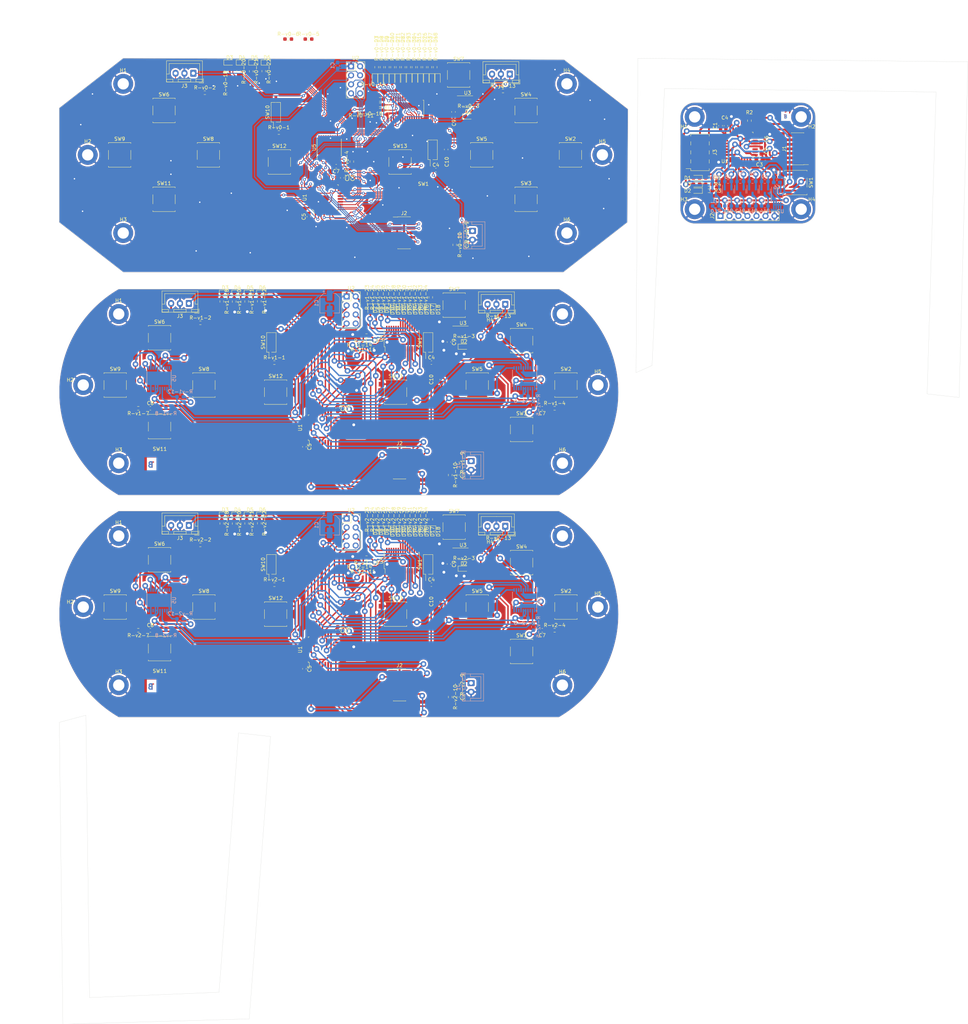
<source format=kicad_pcb>
(kicad_pcb (version 20221018) (generator pcbnew)
  (layers (0 "F.Cu" signal) (31 "B.Cu" signal) (34 "B.Paste" user) (35 "F.Paste" user) (36 "B.SilkS" user "B.Silkscreen") (37 "F.SilkS" user "F.Silkscreen") (38 "B.Mask" user) (39 "F.Mask" user) (44 "Edge.Cuts" user))
  (net 0 "")
  (net 1 "POWER-v0-_CHECK-v0-")
  (net 2 "GND-v0-")
  (net 3 "L-v0-i-ion-v0-")
  (net 4 "Net-(U3-BP)-v0-")
  (net 5 "Glob_Alim-v0-")
  (net 6 "Net-(D2-A)-v0-")
  (net 7 "Net-(D3-K)-v0-")
  (net 8 "Net-(D3-A)-v0-")
  (net 9 "Net-(D4-K)-v0-")
  (net 10 "Net-(D4-A)-v0-")
  (net 11 "Net-(D5-K)-v0-")
  (net 12 "Net-(D5-A)-v0-")
  (net 13 "Net-(D6-K)-v0-")
  (net 14 "Net-(D6-A)-v0-")
  (net 15 "Net-(D7-K)-v0-")
  (net 16 "Net-(D7-A)-v0-")
  (net 17 "Net-(D8-K)-v0-")
  (net 18 "Net-(D8-A)-v0-")
  (net 19 "Net-(D9-K)-v0-")
  (net 20 "Net-(D9-A)-v0-")
  (net 21 "Net-(D10-K)-v0-")
  (net 22 "Net-(D10-A)-v0-")
  (net 23 "Net-(D11-K)-v0-")
  (net 24 "Net-(D11-A)-v0-")
  (net 25 "Net-(D12-K)-v0-")
  (net 26 "Net-(D12-A)-v0-")
  (net 27 "Net-(D13-K)-v0-")
  (net 28 "Net-(D13-A)-v0-")
  (net 29 "Net-(D14-K)-v0-")
  (net 30 "Net-(D14-A)-v0-")
  (net 31 "Net-(D15-K)-v0-")
  (net 32 "Net-(D15-A)-v0-")
  (net 33 "Net-(D16-K)-v0-")
  (net 34 "Net-(D16-A)-v0-")
  (net 35 "Net-(D17-K)-v0-")
  (net 36 "Net-(D17-A)-v0-")
  (net 37 "Net-(D18-K)-v0-")
  (net 38 "Net-(D18-A)-v0-")
  (net 41 "SWDIO-v0-")
  (net 42 "SWDCK-v0-")
  (net 46 "R-v0-eset_Buton -v0-")
  (net 47 "USAR-v0-T2_R-v0-X-v0-")
  (net 48 "USAR-v0-T2_TX-v0-")
  (net 49 "NES{slash}SNES_switcher-v0-")
  (net 50 "R-v0-")
  (net 51 "A_Button-v0-")
  (net 52 "B_Button-v0-")
  (net 53 "X_Button-v0-")
  (net 54 "Y_Button-v0-")
  (net 55 "UC_Button-v0-")
  (net 56 "L-v0-C_Button-v0-")
  (net 57 "DIODE_SDA-v0-")
  (net 58 "R-v0-C_Button")
  (net 59 "L-v0-")
  (net 60 "DIODE_CL-v0-K")
  (net 61 "DC_Button-v0-")
  (net 62 "DIODE_OE-v0-")
  (net 63 "ST_Button-v0-")
  (net 64 "SE_Button-v0-")
  (net 65 "Order_Search-v0-")
  (net 66 "R-v0-X{slash}TX")
  (net 67 "Net-(C7-Pad1)-v0-")
  (net 68 "Pin_Clock-v0-")
  (net 69 "Digital_Out_Put-v0-")
  (net 70 "MOSI-v0-")
  (net 71 "GPIO_EX_CL-v0-K")
  (net 74 "GPIO_EX_SER-v0-IAL-v0-_DATA")
  (net 75 "Net-(U3-IN)-v0-")
  (net 76 "CSN_nR-v0-F24")
  (net 86 "Glob_Alim-v1-")
  (net 87 "GND-v1-")
  (net 88 "POWER-v1-_CHECK-v1-")
  (net 89 "L-v1-i-ion-v1-")
  (net 90 "Net-(C7-Pad1)-v1-")
  (net 91 "Net-(C8-Pad1)-v1-")
  (net 92 "Net-(U3-BP)-v1-")
  (net 93 "Net-(D2-A)-v1-")
  (net 94 "Net-(D3-K)-v1-")
  (net 95 "Net-(D3-A)-v1-")
  (net 96 "Net-(D4-K)-v1-")
  (net 97 "Net-(D4-A)-v1-")
  (net 98 "Net-(D5-K)-v1-")
  (net 99 "Net-(D5-A)-v1-")
  (net 100 "Net-(D6-K)-v1-")
  (net 101 "Net-(D6-A)-v1-")
  (net 102 "Net-(D7-K)-v1-")
  (net 103 "Net-(D7-A)-v1-")
  (net 104 "Net-(D8-K)-v1-")
  (net 105 "Net-(D8-A)-v1-")
  (net 106 "Net-(D9-K)-v1-")
  (net 107 "Net-(D9-A)-v1-")
  (net 108 "Net-(D10-K)-v1-")
  (net 109 "Net-(D10-A)-v1-")
  (net 110 "Net-(D11-K)-v1-")
  (net 111 "Net-(D11-A)-v1-")
  (net 112 "Net-(D12-K)-v1-")
  (net 113 "Net-(D12-A)-v1-")
  (net 114 "Net-(D13-K)-v1-")
  (net 115 "Net-(D13-A)-v1-")
  (net 116 "Net-(D14-K)-v1-")
  (net 117 "Net-(D14-A)-v1-")
  (net 118 "Net-(D15-K)-v1-")
  (net 119 "Net-(D15-A)-v1-")
  (net 120 "Net-(D16-K)-v1-")
  (net 121 "Net-(D16-A)-v1-")
  (net 122 "Net-(D17-K)-v1-")
  (net 123 "Net-(D17-A)-v1-")
  (net 124 "Net-(D18-K)-v1-")
  (net 125 "Net-(D18-A)-v1-")
  (net 128 "SWDIO-v1-")
  (net 129 "SWDCK-v1-")
  (net 133 "R-v1-eset_Buton -v1-")
  (net 134 "USAR-v1-T2_R-v1-X-v1-")
  (net 135 "USAR-v1-T2_TX-v1-")
  (net 136 "R-v1-")
  (net 137 "L-v1-")
  (net 138 "NES{slash}SNES_switcher-v1-")
  (net 139 "DIO{slash}EX_CL-v1-K")
  (net 140 "DIO{slash}EX_SDA-v1-")
  (net 141 "DIODE_OE-v1-")
  (net 142 "Net-(#FL-v1-G05-pwr)")
  (net 143 "A_Button-v1-")
  (net 144 "B_Button-v1-")
  (net 145 "X_Button-v1-")
  (net 146 "Y_Button-v1-")
  (net 147 "UC_Button-v1-")
  (net 148 "Order_Search-v1-")
  (net 149 "L-v1-C_Button")
  (net 150 "R-v1-C_Button")
  (net 151 "DC_Button-v1-")
  (net 152 "ST_Button-v1-")
  (net 153 "SE_Button-v1-")
  (net 158 "Pin_Clock-v1-")
  (net 159 "Digital_Out_Put-v1-")
  (net 160 "MOSI-v1-")
  (net 164 "R-v1-X{slash}TX")
  (net 166 "CSN_nR-v1-F24")
  (net 184 "Glob_Alim-v2-")
  (net 185 "GND-v2-")
  (net 186 "POWER-v2-_CHECK-v2-")
  (net 187 "L-v2-i-ion-v2-")
  (net 188 "Net-(C7-Pad1)-v2-")
  (net 189 "Net-(C8-Pad1)-v2-")
  (net 190 "Net-(U3-BP)-v2-")
  (net 191 "Net-(D2-A)-v2-")
  (net 192 "Net-(D3-K)-v2-")
  (net 193 "Net-(D3-A)-v2-")
  (net 194 "Net-(D4-K)-v2-")
  (net 195 "Net-(D4-A)-v2-")
  (net 196 "Net-(D5-K)-v2-")
  (net 197 "Net-(D5-A)-v2-")
  (net 198 "Net-(D6-K)-v2-")
  (net 199 "Net-(D6-A)-v2-")
  (net 200 "Net-(D7-K)-v2-")
  (net 201 "Net-(D7-A)-v2-")
  (net 202 "Net-(D8-K)-v2-")
  (net 203 "Net-(D8-A)-v2-")
  (net 204 "Net-(D9-K)-v2-")
  (net 205 "Net-(D9-A)-v2-")
  (net 206 "Net-(D10-K)-v2-")
  (net 207 "Net-(D10-A)-v2-")
  (net 208 "Net-(D11-K)-v2-")
  (net 209 "Net-(D11-A)-v2-")
  (net 210 "Net-(D12-K)-v2-")
  (net 211 "Net-(D12-A)-v2-")
  (net 212 "Net-(D13-K)-v2-")
  (net 213 "Net-(D13-A)-v2-")
  (net 214 "Net-(D14-K)-v2-")
  (net 215 "Net-(D14-A)-v2-")
  (net 216 "Net-(D15-K)-v2-")
  (net 217 "Net-(D15-A)-v2-")
  (net 218 "Net-(D16-K)-v2-")
  (net 219 "Net-(D16-A)-v2-")
  (net 220 "Net-(D17-K)-v2-")
  (net 221 "Net-(D17-A)-v2-")
  (net 222 "Net-(D18-K)-v2-")
  (net 223 "Net-(D18-A)-v2-")
  (net 226 "SWDIO-v2-")
  (net 227 "SWDCK-v2-")
  (net 231 "R-v2-eset_Buton -v2-")
  (net 232 "USAR-v2-T2_R-v2-X-v2-")
  (net 233 "USAR-v2-T2_TX-v2-")
  (net 234 "R-v2-")
  (net 235 "L-v2-")
  (net 236 "NES{slash}SNES_switcher-v2-")
  (net 237 "DIO{slash}EX_CL-v2-K")
  (net 238 "DIO{slash}EX_SDA-v2-")
  (net 239 "DIODE_OE-v2-")
  (net 240 "Net-(#FL-v2-G05-pwr)")
  (net 241 "A_Button-v2-")
  (net 242 "B_Button-v2-")
  (net 243 "X_Button-v2-")
  (net 244 "Y_Button-v2-")
  (net 245 "UC_Button-v2-")
  (net 246 "Order_Search-v2-")
  (net 247 "L-v2-C_Button")
  (net 248 "R-v2-C_Button")
  (net 249 "DC_Button-v2-")
  (net 250 "ST_Button-v2-")
  (net 251 "SE_Button-v2-")
  (net 256 "Pin_Clock-v2-")
  (net 257 "Digital_Out_Put-v2-")
  (net 258 "MOSI-v2-")
  (net 262 "R-v2-X{slash}TX")
  (net 264 "CSN_nR-v2-F24")
  (net 282 "+5V-v5-")
  (net 283 "GND-v5-")
  (net 284 "+3.3V-v5-")
  (net 285 "Net-(D1-K)-v5-")
  (net 287 "Net-(D3-K)-v5-")
  (net 288 "Status_LED-v5-")
  (net 289 "Data_Clock_SNES-v5-")
  (net 290 "Data_Latch_SNES-v5-")
  (net 291 "Net-(D2-K)-v5-")
  (net 292 "Serial_Data1_SNES-v5-")
  (net 293 "Serial_Data2_SNES-v5-")
  (net 294 "SPI_Chip_Select-v5-")
  (net 295 "Chip_Enable-v5-")
  (net 296 "SPI_Digital_Input-v5-")
  (net 297 "SPI_Clock-v5-")
  (net 298 "SPI_Digital_Output-v5-")
  (net 299 "IOBit_SNES-v5-")
  (net 300 "Data_Clock_STM32-v5-")
  (net 301 "Data_Latch_STM32-v5-")
  (net 302 "Appairing_Btn-v5-")
  (net 303 "Net-(U2-BP)-v5-")
  (net 304 "SWDIO-v5-")
  (net 305 "SWDCK-v5-")
  (net 308 "NRST-v5-")
  (net 309 "USART2_RX-v5-")
  (net 310 "USART2_TX-v5-")
  (net 311 "Serial_Data1_STM32-v5-")
  (net 312 "IOBit_STM32-v5-")
  (net 313 "Serial_Data2_STM32-v5-")
  (footprint "MountingHole:MountingHole_3.2mm_M3_DIN965_Pad" (layer "F.Cu") (at 17.988222 177.75)
    (fp_text reference "H3")
    (fp_text value "MountingHole_Pad")
  )
  (footprint "Capacitor_SMD:C_0603_1608Metric_Pad1.08x0.95mm_HandSolder" (layer "F.Cu") (at 106.083222 149.45)
    (fp_text reference "C4")
    (fp_text value "1u")
  )
  (footprint "R-v1-esistor_SMD:R-v1-_0603_1608Metric_Pad0.98x0.95mm_HandSolder" (layer "F.Cu") (at 61.838222 86.95)
    (fp_text reference "R-v1-1")
    (fp_text value "1K")
  )
  (footprint "L-v0-ED_SMD:L-v0-ED_0603_1608Metric_Pad1.05x0.95mm_HandSolder" (layer "F.Cu") (at 91.775 7.274994 -90)
    (fp_text reference "D8")
    (fp_text value "G6")
  )
  (footprint "L-v1-ED_SMD:L-v1-ED_0603_1608Metric_Pad1.05x0.95mm_HandSolder" (layer "F.Cu") (at 100.163222 72.05 -90)
    (fp_text reference "D14")
    (fp_text value "O4")
  )
  (footprint "L-v2-ED_SMD:L-v2-ED_0603_1608Metric_Pad1.05x0.95mm_HandSolder" (layer "F.Cu") (at 96.948222 134.5625 -90)
    (fp_text reference "D12")
    (fp_text value "O2")
  )
  (footprint "L-v1-ED_SMD:L-v1-ED_0603_1608Metric_Pad1.05x0.95mm_HandSolder" (layer "F.Cu") (at 96.948222 72.0625 -90)
    (fp_text reference "D12")
    (fp_text value "O2")
  )
  (footprint "L-v2-ED_SMD:L-v2-ED_0603_1608Metric_Pad1.05x0.95mm_HandSolder" (layer "F.Cu") (at 104.963222 134.55 -90)
    (fp_text reference "D17")
    (fp_text value "R-v2-3")
  )
  (footprint "R-v1-esistor_SMD:R-v1-_0603_1608Metric_Pad0.98x0.95mm_HandSolder" (layer "F.Cu") (at 140.800246 99.8)
    (fp_text reference "R-v1-4")
    (fp_text value "1k")
  )
  (footprint "Package_SO:TSSOP-28_4.4x9.7mm_P0.65mm" (layer "F.Cu") (at 97.722222 142.664 90)
    (fp_text reference "U4")
    (fp_text value "PCA9685PW")
  )
  (footprint "R-v2-esistor_SMD:R-v2-_0603_1608Metric_Pad0.98x0.95mm_HandSolder" (layer "F.Cu") (at 89.388222 131.0625 90)
    (fp_text reference "R-v2-23")
    (fp_text value "1K")
  )
  (footprint "L-v0-ED_SMD:L-v0-ED_0603_1608Metric_Pad1.05x0.95mm_HandSolder" (layer "F.Cu") (at 59.75 2.449994)
    (fp_text reference "D6")
    (fp_text value "G4")
  )
  (footprint "L-v1-ED_SMD:L-v1-ED_0603_1608Metric_Pad1.05x0.95mm_HandSolder" (layer "F.Cu") (at 58.488222 67.25)
    (fp_text reference "D6")
    (fp_text value "G4")
  )
  (footprint "R-v0-esistor_SMD:R-v0-_0603_1608Metric_Pad0.98x0.95mm_HandSolder" (layer "F.Cu") (at 99.65 3.762494 90)
    (fp_text reference "R-v0-29")
    (fp_text value "1K")
  )
  (footprint "MountingHole:MountingHole_3.2mm_M3_DIN965_Pad" (layer "F.Cu") (at 144.25 8.449994)
    (fp_text reference "H4")
    (fp_text value "MountingHole_Pad")
  )
  (footprint "Capacitor_SMD:C_0603_1608Metric_Pad1.08x0.95mm_HandSolder" (layer "F.Cu") (at 111.038222 81.15 -90)
    (fp_text reference "C9")
    (fp_text value "470p")
  )
  (footprint "Button_Switch_SMD:SW_SPST_B3S-1000" (layer "F.Cu") (at 143.988222 93.25)
    (fp_text reference "SW2")
    (fp_text value "SW_Push")
  )
  (footprint "Resistor_SMD:R_0603_1608Metric_Pad0.98x0.95mm_HandSolder" (layer "F.Cu") (at 184.26875 36.75)
    (fp_text reference "R4")
    (fp_text value "1k")
  )
  (footprint "Button_Switch_SMD:SW_SPST_B3S-1000" (layer "F.Cu") (at 29.488222 142.45)
    (fp_text reference "SW6")
    (fp_text value "SW_Push")
  )
  (footprint "L-v2-ED_SMD:L-v2-ED_0603_1608Metric_Pad1.05x0.95mm_HandSolder" (layer "F.Cu") (at 92.113222 134.575 -90)
    (fp_text reference "D9")
    (fp_text value "G7")
  )
  (footprint "Capacitor_SMD:C_0603_1608Metric_Pad1.08x0.95mm_HandSolder" (layer "F.Cu") (at 70.290222 110.644 -90)
    (fp_text reference "C5")
    (fp_text value "100n")
  )
  (footprint "R-v0-esistor_SMD:R-v0-_0603_1608Metric_Pad0.98x0.95mm_HandSolder" (layer "F.Cu") (at 58.85 4.874994 -90)
    (fp_text reference "R-v0-22")
    (fp_text value "1K")
  )
  (footprint "Diode_SMD:D_0603_1608Metric_Pad1.05x0.95mm_HandSolder" (layer "F.Cu") (at 180.76875 36.75 180)
    (fp_text reference "D3")
    (fp_text value "LED")
  )
  (footprint "Button_Switch_SMD:SW_SPST_B3S-1000" (layer "F.Cu") (at 95.988222 157.75)
    (fp_text reference "SW13")
    (fp_text value "SW_Push")
  )
  (footprint "Connector_PinHeader_1.27mm:PinHeader_2x07_P1.27mm_Vertical_SMD" (layer "F.Cu") (at 98.375 50.389994)
    (fp_text reference "J2")
    (fp_text value "Conn_02x07_Odd_Even")
  )
  (footprint "R-v0-esistor_SMD:R-v0-_0603_1608Metric_Pad0.98x0.95mm_HandSolder" (layer "F.Cu") (at 96.65 3.762494 90)
    (fp_text reference "R-v0-27")
    (fp_text value "1K")
  )
  (footprint "L-v1-ED_SMD:L-v1-ED_0603_1608Metric_Pad1.05x0.95mm_HandSolder" (layer "F.Cu") (at 88.913222 72.075 -90)
    (fp_text reference "D7")
    (fp_text value "G5")
  )
  (footprint "R-v2-esistor_SMD:R-v2-_0603_1608Metric_Pad0.98x0.95mm_HandSolder" (layer "F.Cu") (at 95.388222 131.0625 90)
    (fp_text reference "R-v2-27")
    (fp_text value "1K")
  )
  (footprint "Connector_PinHeader_2.54mm:PinHeader_2x04_P2.54mm_Vertical" (layer "F.Cu") (at 82.188222 68.31)
    (fp_text reference "U2")
    (fp_text value "nR-v1-F24_Full")
  )
  (footprint "R-v0-esistor_SMD:R-v0-_0603_1608Metric_Pad0.98x0.95mm_HandSolder" (layer "F.Cu") (at 48.275 4.924994 -90)
    (fp_text reference "R-v0-18")
    (fp_text value "1K")
  )
  (footprint "R-v2-esistor_SMD:R-v2-_0603_1608Metric_Pad0.98x0.95mm_HandSolder" (layer "F.Cu") (at 140.800246 162.3)
    (fp_text reference "R-v2-4")
    (fp_text value "1k")
  )
  (footprint "Button_Switch_SMD:SW_SPST_B3S-1000" (layer "F.Cu") (at 131.488222 168.25)
    (fp_text reference "SW3")
    (fp_text value "SW_Push")
  )
  (footprint "Button_Switch_SMD:SW_SPST_B3S-1000" (layer "F.Cu") (at 41.988222 155.75)
    (fp_text reference "SW8")
    (fp_text value "SW_Push")
  )
  (footprint "Button_Switch_SMD:SW_DIP_SPSTx01_Slide_Copal_CHS-01B_W7.62mm_P1.27mm" (layer "F.Cu") (at 60.988222 81.25 90)
    (fp_text reference "SW10")
    (fp_text value "SW_DIP_x01")
  )
  (footprint "Button_Switch_SMD:SW_SPST_B3S-1000" (layer "F.Cu") (at 62.198222 95.25)
    (fp_text reference "SW12")
    (fp_text value "SW_Push")
  )
  (footprint "R-v0-esistor_SMD:R-v0-_0603_1608Metric_Pad0.98x0.95mm_HandSolder" (layer "F.Cu") (at 105.65 3.762494 90)
    (fp_text reference "R-v0-33")
    (fp_text value "1K")
  )
  (footprint "Package_SO:SSOP-20_4.4x6.5mm_P0.65mm" (layer "F.Cu") (at 77.325 26.349994 90)
    (fp_text reference "U5")
    (fp_text value "PCF8574TS")
  )
  (footprint "R-v1-esistor_SMD:R-v1-_0603_1608Metric_Pad0.98x0.95mm_HandSolder" (layer "F.Cu") (at 96.888222 68.5625 90)
    (fp_text reference "R-v1-28")
    (fp_text value "1K")
  )
  (footprint "R-v0-esistor_SMD:R-v0-_0603_1608Metric_Pad0.98x0.95mm_HandSolder" (layer "F.Cu") (at 112.65 53.787494 -90)
    (fp_text reference "R-v0-10")
    (fp_text value "1M")
  )
  (footprint "L-v2-ED_SMD:L-v2-ED_0603_1608Metric_Pad1.05x0.95mm_HandSolder" (layer "F.Cu") (at 93.713222 134.575 -90)
    (fp_text reference "D10")
    (fp_text value "G8")
  )
  (footprint "R-v1-esistor_SMD:R-v1-_0603_1608Metric_Pad0.98x0.95mm_HandSolder" (layer "F.Cu") (at 23.496198 99.8 180)
    (fp_text reference "R-v1-7")
    (fp_text value "1k")
  )
  (footprint "R-v1-esistor_SMD:R-v1-_0603_1608Metric_Pad0.98x0.95mm_HandSolder" (layer "F.Cu") (at 50.513222 69.75 -90)
    (fp_text reference "R-v1-20")
    (fp_text value "1K")
  )
  (footprint "L-v2-ED_SMD:L-v2-ED_0603_1608Metric_Pad1.05x0.95mm_HandSolder" (layer "F.Cu") (at 47.988222 129.75)
    (fp_text reference "D3")
    (fp_text value "G1")
  )
  (footprint "Capacitor_SMD:C_0603_1608Metric_Pad1.08x0.95mm_HandSolder" (layer "F.Cu") (at 26.896198 99.8)
    (fp_text reference "C8")
    (fp_text value "100nF")
  )
  (footprint "L-v2-ED_SMD:L-v2-ED_0603_1608Metric_Pad1.05x0.95mm_HandSolder" (layer "F.Cu") (at 95.313222 134.575 -90)
    (fp_text reference "D11")
    (fp_text value "O1")
  )
  (footprint "L-v0-ED_SMD:L-v0-ED_0603_1608Metric_Pad1.05x0.95mm_HandSolder" (layer "F.Cu") (at 103.025 7.249994 -90)
    (fp_text reference "D15")
    (fp_text value "R-v0-1")
  )
  (footprint "Button_Switch_SMD:SW_SPST_B3S-1000" (layer "F.Cu") (at 29.488222 104.95)
    (fp_text reference "SW11")
    (fp_text value "SW_Push")
  )
  (footprint "Package_SO:TSSOP-28_4.4x9.7mm_P0.65mm" (layer "F.Cu") (at 97.722222 80.164 90)
    (fp_text reference "U4")
    (fp_text value "PCA9685PW")
  )
  (footprint "R-v1-esistor_SMD:R-v1-_0603_1608Metric_Pad0.98x0.95mm_HandSolder" (layer "F.Cu") (at 98.388222 68.5625 90)
    (fp_text reference "R-v1-29")
    (fp_text value "1K")
  )
  (footprint "Package_QFP:LQFP-32_7x7mm_P0.8mm" (layer "F.Cu") (at 193.1 25.65 180)
    (fp_text reference "U1")
    (fp_text value "STM32L412KBTx")
  )
  (footprint "Button_Switch_SMD:SW_SPST_B3S-1000" (layer "F.Cu") (at 30.75 15.949994)
    (fp_text reference "SW6")
    (fp_text value "SW_Push")
  )
  (footprint "MountingHole:MountingHole_3.2mm_M3_DIN965_Pad" (layer "F.Cu") (at 154.25 28.449994)
    (fp_text reference "H5")
    (fp_text value "MountingHole_Pad")
  )
  (footprint "Package_SO:MSOP-8_3x3mm_P0.65mm" (layer "F.Cu") (at 114.988222 78.25)
    (fp_text reference "U3")
    (fp_text value "MIC5219-3.3YMM")
  )
  (footprint "MountingHole:MountingHole_3.2mm_M3_DIN965_Pad" (layer "F.Cu") (at 180.25 43.75)
    (fp_text reference "H3")
    (fp_text value "MountingHole_Pad")
  )
  (footprint "Resistor_SMD:R_0603_1608Metric_Pad0.98x0.95mm_HandSolder" (layer "F.Cu") (at 184.26875 34.95)
    (fp_text reference "R1")
    (fp_text value "1k")
  )
  (footprint "R-v0-esistor_SMD:R-v0-_0603_1608Metric_Pad0.98x0.95mm_HandSolder" (layer "F.Cu") (at 104.15 3.762494 90)
    (fp_text reference "R-v0-32")
    (fp_text value "1K")
  )
  (footprint "R-v1-esistor_SMD:R-v1-_0603_1608Metric_Pad0.98x0.95mm_HandSolder" (layer "F.Cu") (at 86.798222 81.85 180)
    (fp_text reference "R-v1-11")
    (fp_text value "10K")
  )
  (footprint "MountingHole:MountingHole_3.2mm_M3_DIN965_Pad" (layer "F.Cu") (at 17.988222 135.75)
    (fp_text reference "H1")
    (fp_text value "MountingHole_Pad")
  )
  (footprint "Button_Switch_SMD:SW_SPST_B3S-1000" (layer "F.Cu") (at 29.488222 167.45)
    (fp_text reference "SW11")
    (fp_text value "SW_Push")
  )
  (footprint "L-v1-ED_SMD:L-v1-ED_0603_1608Metric_Pad1.05x0.95mm_HandSolder" (layer "F.Cu") (at 47.988222 67.25)
    (fp_text reference "D3")
    (fp_text value "G1")
  )
  (footprint "R-v2-esistor_SMD:R-v2-_0603_1608Metric_Pad0.98x0.95mm_HandSolder" (layer "F.Cu") (at 61.838222 149.45)
    (fp_text reference "R-v2-1")
    (fp_text value "1K")
  )
  (footprint "L-v1-ED_SMD:L-v1-ED_0603_1608Metric_Pad1.05x0.95mm_HandSolder" (layer "F.Cu") (at 103.363222 72.05 -90)
    (fp_text reference "D16")
    (fp_text value "R-v1-2")
  )
  (footprint "Button_Switch_SMD:SW_SPST_B3S-1000" (layer "F.Cu") (at 30.75 40.949994)
    (fp_text reference "SW11")
    (fp_text value "SW_Push")
  )
  (footprint "R-v2-esistor_SMD:R-v2-_0603_1608Metric_Pad0.98x0.95mm_HandSolder" (layer "F.Cu") (at 101.388222 131.0625 90)
    (fp_text reference "R-v2-31")
    (fp_text value "1K")
  )
  (footprint "R-v1-esistor_SMD:R-v1-_0603_1608Metric_Pad0.98x0.95mm_HandSolder" (layer "F.Cu") (at 113.388222 115.05 -90)
    (fp_text reference "R-v1-9")
    (fp_text value "1M")
  )
  (footprint "Button_Switch_SMD:SW_SPST_B3S-1000" (layer "F.Cu") (at 16.988222 93.25)
    (fp_text reference "SW9")
    (fp_text value "SW_Push")
  )
  (footprint "Connector_PinSocket_2.54mm:PinSocket_2x04_P2.54mm_Vertical_SMD" (layer "F.Cu") (at 181.75 27.75 180)
    (fp_text reference "J3")
    (fp_text value "Conn_01x08_Socket")
  )
  (footprint "R-v0-esistor_SMD:R-v0-_0603_1608Metric_Pad0.98x0.95mm_HandSolder" (layer "F.Cu") (at 42.25 10.949994)
    (fp_text reference "R-v0-2")
    (fp_text value "1K")
  )
  (footprint "R-v2-esistor_SMD:R-v2-_0603_1608Metric_Pad0.98x0.95mm_HandSolder" (layer "F.Cu") (at 23.496198 162.3 180)
    (fp_text reference "R-v2-7")
    (fp_text value "1k")
  )
  (footprint "R-v0-esistor_SMD:R-v0-_0603_1608Metric_Pad0.98x0.95mm_HandSolder" (layer "F.Cu") (at 71.45 -4.150006)
    (fp_text reference "R-v0-5")
    (fp_text value "1K")
  )
  (footprint "Capacitor_SMD:C_0603_1608Metric_Pad1.08x0.95mm_HandSolder" (layer "F.Cu") (at 199.01 24 90)
    (fp_text reference "C5")
    (fp_text value "100n")
  )
  (footprint "MountingHole:MountingHole_3.2mm_M3_DIN965_Pad" (layer "F.Cu") (at 152.988222 93.25)
    (fp_text reference "H5")
    (fp_text value "MountingHole_Pad")
  )
  (footprint "Button_Switch_SMD:SW_SPST_B3S-1000" (layer "F.Cu") (at 95.988222 95.25)
    (fp_text reference "SW13")
    (fp_text value "SW_Push")
  )
  (footprint "MountingHole:MountingHole_3.2mm_M3_DIN965_Pad" (layer "F.Cu") (at 7.988222 155.75)
    (fp_text reference "H2")
    (fp_text value "MountingHole_Pad")
  )
  (footprint "R-v1-esistor_SMD:R-v1-_0603_1608Metric_Pad0.98x0.95mm_HandSolder" (layer "F.Cu") (at 99.888222 68.5625 90)
    (fp_text reference "R-v1-30")
    (fp_text value "1K")
  )
  (footprint "L-v0-ED_SMD:L-v0-ED_0603_1608Metric_Pad1.05x0.95mm_HandSolder" (layer "F.Cu") (at 101.425 7.249994 -90)
    (fp_text reference "D14")
    (fp_text value "O4")
  )
  (footprint "R-v2-esistor_SMD:R-v2-_0603_1608Metric_Pad0.98x0.95mm_HandSolder" (layer "F.Cu") (at 105.888222 131.0625 90)
    (fp_text reference "R-v2-34")
    (fp_text value "1K")
  )
  (footprint "Capacitor_SMD:C_0603_1608Metric_Pad1.08x0.95mm_HandSolder" (layer "F.Cu") (at 114.65 53.787494 -90)
    (fp_text reference "C2")
    (fp_text value "1nF")
  )
  (footprint "R-v2-esistor_SMD:R-v2-_0603_1608Metric_Pad0.98x0.95mm_HandSolder" (layer "F.Cu") (at 104.388222 131.0625 90)
    (fp_text reference "R-v2-33")
    (fp_text value "1K")
  )
  (footprint "MountingHole:MountingHole_3.2mm_M3_DIN965_Pad" (layer "F.Cu") (at 142.988222 73.25)
    (fp_text reference "H4")
    (fp_text value "MountingHole_Pad")
  )
  (footprint "L-v2-ED_SMD:L-v2-ED_0603_1608Metric_Pad1.05x0.95mm_HandSolder" (layer "F.Cu") (at 51.488222 129.75)
    (fp_text reference "D4")
    (fp_text value "G2")
  )
  (footprint "R-v1-esistor_SMD:R-v1-_0603_1608Metric_Pad0.98x0.95mm_HandSolder" (layer "F.Cu") (at 54.038222 69.725 -90)
    (fp_text reference "R-v1-21")
    (fp_text value "1K")
  )
  (footprint "Capacitor_SMD:C_0603_1608Metric_Pad1.08x0.95mm_HandSolder" (layer "F.Cu") (at 112.3 16.349994 -90)
    (fp_text reference "C9")
    (fp_text value "470p")
  )
  (footprint "Capacitor_SMD:C_0603_1608Metric_Pad1.08x0.95mm_HandSolder" (layer "F.Cu") (at 80.95 34.921994 -90)
    (fp_text reference "C3")
    (fp_text value "100n")
  )
  (footprint "Capacitor_SMD:C_0603_1608Metric_Pad1.08x0.95mm_HandSolder" (layer "F.Cu") (at 110.245 26.932494 -90)
    (fp_text reference "C10")
    (fp_text value "100nF")
  )
  (footprint "R-v2-esistor_SMD:R-v2-_0603_1608Metric_Pad0.98x0.95mm_HandSolder" (layer "F.Cu") (at 54.038222 132.225 -90)
    (fp_text reference "R-v2-21")
    (fp_text value "1K")
  )
  (footprint "L-v1-ED_SMD:L-v1-ED_0603_1608Metric_Pad1.05x0.95mm_HandSolder" (layer "F.Cu") (at 106.588222 72.05 -90)
    (fp_text reference "D18")
    (fp_text value "R-v1-4")
  )
  (footprint "R-v2-esistor_SMD:R-v2-_0603_1608Metric_Pad0.98x0.95mm_HandSolder" (layer "F.Cu") (at 57.588222 132.175 -90)
    (fp_text reference "R-v2-22")
    (fp_text value "1K")
  )
  (footprint "L-v2-ED_SMD:L-v2-ED_0603_1608Metric_Pad1.05x0.95mm_HandSolder" (layer "F.Cu") (at 90.512222 134.575 -90)
    (fp_text reference "D8")
    (fp_text value "G6")
  )
  (footprint "L-v2-ED_SMD:L-v2-ED_0603_1608Metric_Pad1.05x0.95mm_HandSolder" (layer "F.Cu") (at 100.163222 134.55 -90)
    (fp_text reference "D14")
    (fp_text value "O4")
  )
  (footprint "Package_QFP:L-v1-QFP-32_7x7mm_P0.8mm" (layer "F.Cu") (at 74.988222 105.25 90)
    (fp_text reference "U1")
    (fp_text value "STM32L-v1-412KBTx")
  )
  (footprint "R-v0-esistor_SMD:R-v0-_0603_1608Metric_Pad0.98x0.95mm_HandSolder" (layer "F.Cu") (at 91.618 14.347994 180)
    (fp_text reference "R-v0-11")
    (fp_text value "10K")
  )
  (footprint "Capacitor_SMD:C_0603_1608Metric_Pad1.08x0.95mm_HandSolder" (layer "F.Cu") (at 108.983222 91.7325 -90)
    (fp_text reference "C10")
    (fp_text value "100nF")
  )
  (footprint "L-v2-ED_SMD:L-v2-ED_0603_1608Metric_Pad1.05x0.95mm_HandSolder" (layer "F.Cu") (at 54.988222 129.75)
    (fp_text reference "D5")
    (fp_text value "G3")
  )
  (footprint "Connector_PinHeader_1.27mm:PinHeader_2x07_P1.27mm_Vertical_SMD" (layer "F.Cu") (at 97.113222 177.69)
    (fp_text reference "J2")
    (fp_text value "Conn_02x07_Odd_Even")
  )
  (footprint "Button_Switch_SMD:SW_DIP_SPSTx01_Slide_Copal_CHS-01B_W7.62mm_P1.27mm" (layer "F.Cu") (at 105.158222 143.75 90)
    (fp_text reference "SW1")
    (fp_text value "SW_DIP_x01")
  )
  (footprint "MountingHole:MountingHole_3.2mm_M3_DIN965_Pad" (layer "F.Cu") (at 19.25 50.449994)
    (fp_text reference "H3")
    (fp_text value "MountingHole_Pad")
  )
  (footprint "MountingHole:MountingHole_3.2mm_M3_DIN965_Pad" (layer "F.Cu") (at 142.988222 177.75)
    (fp_text reference "H6")
    (fp_text value "MountingHole_Pad")
  )
  (footprint "Button_Switch_SMD:SW_SPST_B3S-1000" (layer "F.Cu") (at 16.988222 155.75)
    (fp_text reference "SW9")
    (fp_text value "SW_Push")
  )
  (footprint "Button_Switch_SMD:SW_SPST_B3S-1000" (layer "F.Cu") (at 131.488222 80.75)
    (fp_text reference "SW4")
    (fp_text value "SW_Push")
  )
  (footprint "L-v0-ED_SMD:L-v0-ED_0603_1608Metric_Pad1.05x0.95mm_HandSolder" (layer "F.Cu") (at 56.25 2.449994)
    (fp_text reference "D5")
    (fp_text value "G3")
  )
  (footprint "L-v0-ED_SMD:L-v0-ED_0603_1608Metric_Pad1.05x0.95mm_HandSolder" (layer "F.Cu") (at 98.2 7.262494 -90)
    (fp_text reference "D12")
    (fp_text value "O2")
  )
  (footprint "Connector_JST:JST_XH_B3B-XH-A_1x03_P2.50mm_Vertical" (layer "F.Cu") (at 126.892222 133.012 180)
    (fp_text reference "J4")
    (fp_text value "Conn_01x03")
  )
  (footprint "R-v0-esistor_SMD:R-v0-_0603_1608Metric_Pad0.98x0.95mm_HandSolder" (layer "F.Cu") (at 63.1 22.149994)
    (fp_text reference "R-v0-1")
    (fp_text value "1K")
  )
  (footprint "MountingHole:MountingHole_3.2mm_M3_DIN965_Pad" (layer "F.Cu") (at 19.25 8.449994)
    (fp_text reference "H1")
    (fp_text value "MountingHole_Pad")
  )
  (footprint "L-v0-ED_SMD:L-v0-ED_0603_1608Metric_Pad1.05x0.95mm_HandSolder" (layer "F.Cu") (at 52.75 2.449994)
    (fp_text reference "D4")
    (fp_text value "G2")
  )
  (footprint "R-v2-esistor_SMD:R-v2-_0603_1608Metric_Pad0.98x0.95mm_HandSolder" (layer "F.Cu") (at 115.248222 143.426)
    (fp_text reference "R-v2-3")
    (fp_text value "1K")
  )
  (footprint "Button_Switch_SMD:SW_SPST_B3S-1000" (layer "F.Cu") (at 112.488222 70.75)
    (fp_text reference "SW7")
    (fp_text value "SW_SPST")
  )
  (footprint "Capacitor_SMD:C_0603_1608Metric_Pad1.08x0.95mm_HandSolder" (layer "F.Cu") (at 137.300246 162.3 180)
    (fp_text reference "C7")
    (fp_text value "100nF")
  )
  (footprint "R-v0-esistor_SMD:R-v0-_0603_1608Metric_Pad0.98x0.95mm_HandSolder" (layer "F.Cu") (at 55.3 4.924994 -90)
    (fp_text reference "R-v0-21")
    (fp_text value "1K")
  )
  (footprint "Connector_PinHeader_2.54mm:PinHeader_2x04_P2.54mm_Vertical" (layer "F.Cu") (at 82.188222 130.81)
    (fp_text reference "U2")
    (fp_text value "nR-v2-F24_Full")
  )
  (footprint "Package_SO:MSOP-8_3x3mm_P0.65mm" (layer "F.Cu") (at 116.25 13.449994)
    (fp_text reference "U3")
    (fp_text value "MIC5219-3.3YMM")
  )
  (footprint "Button_Switch_SMD:SW_SPST_B3S-1000" (layer "F.Cu") (at 113.75 5.949994)
    (fp_text reference "SW7")
    (fp_text value "SW_SPST")
  )
  (footprint "Connector_PinHeader_1.27mm:PinHeader_2x07_P1.27mm_Vertical_SMD" (layer "F.Cu") (at 97.113222 115.19)
    (fp_text reference "J2")
    (fp_text value "Conn_02x07_Odd_Even")
  )
  (footprint "Capacitor_SMD:C_0603_1608Metric_Pad1.08x0.95mm_HandSolder" (layer "F.Cu") (at 106.083222 86.95)
    (fp_text reference "C4")
    (fp_text value "1u")
  )
  (footprint "Resistor_SMD:R_0603_1608Metric_Pad0.98x0.95mm_HandSolder" (layer "F.Cu") (at 184.26875 38.55)
    (fp_text reference "R3")
    (fp_text value "1k")
  )
  (footprint "R-v2-esistor_SMD:R-v2-_0603_1608Metric_Pad0.98x0.95mm_HandSolder" (layer "F.Cu") (at 113.388222 177.55 -90)
    (fp_text reference "R-v2-9")
    (fp_text value "1M")
  )
  (footprint "L-v1-ED_SMD:L-v1-ED_0603_1608Metric_Pad1.05x0.95mm_HandSolder" (layer "F.Cu") (at 115.248222 82.45)
    (fp_text reference "D2")
    (fp_text value "L-v1-ED_Small")
  )
  (footprint "R-v1-esistor_SMD:R-v1-_0603_1608Metric_Pad0.98x0.95mm_HandSolder" (layer "F.Cu") (at 87.798222 79.35 180)
    (fp_text reference "R-v1-16")
    (fp_text value "10K")
  )
  (footprint "Capacitor_SMD:C_0603_1608Metric_Pad1.08x0.95mm_HandSolder" (layer "F.Cu") (at 70.290222 173.144 -90)
    (fp_text reference "C5")
    (fp_text value "100n")
  )
  (footprint "Capacitor_SMD:C_0603_1608Metric_Pad1.08x0.95mm_HandSolder" (layer "F.Cu") (at 79.25 31.649994 180)
    (fp_text reference "C7")
    (fp_text value "100µF")
  )
  (footprint "Diode_SMD:D_0603_1608Metric_Pad1.05x0.95mm_HandSolder" (layer "F.Cu") (at 180.76875 34.95 180)
    (fp_text reference "D1")
    (fp_text value "LED_Small")
  )
  (footprint "R-v2-esistor_SMD:R-v2-_0603_1608Metric_Pad0.98x0.95mm_HandSolder" (layer "F.Cu") (at 40.988222 138.25)
    (fp_text reference "R-v2-2")
    (fp_text value "1K")
  )
  (footprint "R-v1-esistor_SMD:R-v1-_0603_1608Metric_Pad0.98x0.95mm_HandSolder" (layer "F.Cu") (at 105.888222 68.5625 90)
    (fp_text reference "R-v1-34")
    (fp_text value "1K")
  )
  (footprint "Button_Switch_SMD:SW_SPST_B3S-1000" (layer "F.Cu") (at 97.25 30.449994)
    (fp_text reference "SW13")
    (fp_text value "SW_Push")
  )
  (footprint "Package_QFP:L-v0-QFP-32_7x7mm_P0.8mm" (layer "F.Cu") (at 76.25 40.449994 90)
    (fp_text reference "U1")
    (fp_text value "STM32L-v0-412KBTx")
  )
  (footprint "R-v2-esistor_SMD:R-v2-_0603_1608Metric_Pad0.98x0.95mm_HandSolder" (layer "F.Cu") (at 86.798222 144.35 180)
    (fp_text reference "R-v2-11")
    (fp_text value "10K")
  )
  (footprint "L-v0-ED_SMD:L-v0-ED_0603_1608Metric_Pad1.05x0.95mm_HandSolder" (layer "F.Cu") (at 116.51 17.649994)
    (fp_text reference "D2")
    (fp_text value "L-v0-ED_Small")
  )
  (footprint "R-v1-esistor_SMD:R-v1-_0603_1608Metric_Pad0.98x0.95mm_HandSolder" (layer "F.Cu") (at 101.388222 68.5625 90)
    (fp_text reference "R-v1-31")
    (fp_text value "1K")
  )
  (footprint "L-v1-ED_SMD:L-v1-ED_0603_1608Metric_Pad1.05x0.95mm_HandSolder" (layer "F.Cu") (at 104.963222 72.05 -90)
    (fp_text reference "D17")
    (fp_text value "R-v1-3")
  )
  (footprint "Connector_JST:JST_XH_B3B-XH-A_1x03_P2.50mm_Vertical" (layer "F.Cu") (at 39 5.474994 180)
    (fp_text reference "J3")
    (fp_text value "Conn_01x03")
  )
  (footprint "Capacitor_SMD:C_0603_1608Metric_Pad1.08x0.95mm_HandSolder" (layer "F.Cu") (at 107.345 32.719994)
    (fp_text reference "C4")
    (fp_text value "1u")
  )
  (footprint "Capacitor_SMD:C_0603_1608Metric_Pad1.08x0.95mm_HandSolder" (layer "F.Cu") (at 111.038222 143.65 -90)
    (fp_text reference "C9")
    (fp_text value "470p")
  )
  (footprint "Capacitor_SMD:C_0603_1608Metric_Pad1.08x0.95mm_HandSolder" (layer "F.Cu") (at 81.212222 162.222 -90)
    (fp_text reference "C6")
    (fp_text value "10u")
  )
  (footprint "Button_Switch_SMD:SW_SPST_B3S-1000" (layer "F.Cu") (at 63.25 30.449994)
    (fp_text reference "SW12")
    (fp_text value "SW_Push")
  )
  (footprint "Button_Switch_SMD:SW_DIP_SPSTx01_Slide_Copal_CHS-01B_W7.62mm_P1.27mm" (layer "F.Cu") (at 60.988222 143.75 90)
    (fp_text reference "SW10")
    (fp_text value "SW_DIP_x01")
  )
  (footprint "Connector_JST:JST_XH_B3B-XH-A_1x03_P2.50mm_Vertical" (layer "F.Cu") (at 128.154 5.711994 180)
    (fp_text reference "J4")
    (fp_text value "Conn_01x03")
  )
  (footprint "Connector_JST:JST_XH_B3B-XH-A_1x03_P2.50mm_Vertical" (layer "F.Cu") (at 126.892222 70.512 180)
    (fp_text reference "J4")
    (fp_text value "Conn_01x03")
  )
  (footprint "L-v2-ED_SMD:L-v2-ED_0603_1608Metric_Pad1.05x0.95mm_HandSolder" (layer "F.Cu") (at 88.913222 134.575 -90)
    (fp_text reference "D7")
    (fp_text value "G5")
  )
  (footprint "R-v2-esistor_SMD:R-v2-_0603_1608Metric_Pad0.98x0.95mm_HandSolder" (layer "F.Cu") (at 87.798222 141.85 180)
    (fp_text reference "R-v2-16")
    (fp_text value "10K")
  )
  (footprint "R-v1-esistor_SMD:R-v1-_0603_1608Metric_Pad0.98x0.95mm_HandSolder" (layer "F.Cu") (at 95.388222 68.5625 90)
    (fp_text reference "R-v1-27")
    (fp_text value "1K")
  )
  (footprint "L-v1-ED_SMD:L-v1-ED_0603_1608Metric_Pad1.05x0.95mm_HandSolder" (layer "F.Cu") (at 54.988222 67.25)
    (fp_text reference "D5")
    (fp_text value "G3")
  )
  (footprint "Button_Switch_SMD:SW_SPST_B3S-1000" (layer "F.Cu") (at 43.25 28.449994)
    (fp_text reference "SW8")
    (fp_text value "SW_Push")
  )
  (footprint "R-v0-esistor_SMD:R-v0-_0603_1608Metric_Pad0.98x0.95mm_HandSolder" (layer "F.Cu") (at 102.65 3.762494 90)
    (fp_text reference "R-v0-31")
    (fp_text value "1K")
  )
  (footprint "Button_Switch_SMD:SW_SPST_B3S-1000" (layer "F.Cu") (at 208.75 36.25 180)
    (fp_text reference "SW1")
    (fp_text value "SW_SPST")
  )
  (footprint "R-v1-esistor_SMD:R-v1-_0603_1608Metric_Pad0.98x0.95mm_HandSolder" (layer "F.Cu") (at 115.248222 80.926)
    (fp_text reference "R-v1-3")
    (fp_text value "1K")
  )
  (footprint "R-v1-esistor_SMD:R-v1-_0603_1608Metric_Pad0.98x0.95mm_HandSolder" (layer "F.Cu") (at 89.388222 68.5625 90)
    (fp_text reference "R-v1-23")
    (fp_text value "1K")
  )
  (footprint "Connector_PinHeader_2.54mm:PinHeader_1x07_P2.54mm_Vertical" (layer "F.Cu") (at 187.5 45.65 90)
    (fp_text reference "J2")
    (fp_text value "Conn_01x07_Socket")
  )
  (footprint "Capacitor_SMD:C_0603_1608Metric_Pad1.08x0.95mm_HandSolder" (layer "F.Cu") (at 26.896198 162.3)
    (fp_text reference "C8")
    (fp_text value "100nF")
  )
  (footprint "L-v0-ED_SMD:L-v0-ED_0603_1608Metric_Pad1.05x0.95mm_HandSolder" (layer "F.Cu") (at 49.25 2.449994)
    (fp_text reference "D3")
    (fp_text value "G1")
  )
  (footprint "Button_Switch_SMD:SW_DIP_SPSTx01_Slide_Copal_CHS-01B_W7.62mm_P1.27mm" (layer "F.Cu") (at 106.42 27.019994 90)
    (fp_text reference "SW1")
    (fp_text value "SW_DIP_x01")
  )
  (footprint "R-v0-esistor_SMD:R-v0-_0603_1608Metric_Pad0.98x0.95mm_HandSolder" (layer "F.Cu") (at 83.65 30.337494 90)
    (fp_text reference "R-v0-4")
    (fp_text value "10k")
  )
  (footprint "R-v2-esistor_SMD:R-v2-_0603_1608Metric_Pad0.98x0.95mm_HandSolder" (layer "F.Cu") (at 90.888222 131.0625 90)
    (fp_text reference "R-v2-24")
    (fp_text value "1K")
  )
  (footprint "L-v2-ED_SMD:L-v2-ED_0603_1608Metric_Pad1.05x0.95mm_HandSolder" (layer "F.Cu") (at 98.563222 134.55 -90)
    (fp_text reference "D13")
    (fp_text value "O3")
  )
  (footprint "MountingHole:MountingHole_3.2mm_M3_DIN965_Pad" (layer "F.Cu") (at 144.25 50.449994)
    (fp_text reference "H6")
    (fp_text value "MountingHole_Pad")
  )
  (footprint "R-v0-esistor_SMD:R-v0-_0603_1608Metric_Pad0.98x0.95mm_HandSolder" (layer "F.Cu") (at 93.65 3.762494 90)
    (fp_text reference "R-v0-25")
    (fp_text value "1K")
  )
  (footprint "L-v1-ED_SMD:L-v1-ED_0603_1608Metric_Pad1.05x0.95mm_HandSolder" (layer "F.Cu") (at 92.113222 72.075 -90)
    (fp_text reference "D9")
    (fp_text value "G7")
  )
  (footprint "L-v1-ED_SMD:L-v1-ED_0603_1608Metric_Pad1.05x0.95mm_HandSolder" (layer "F.Cu") (at 98.563222 72.05 -90)
    (fp_text reference "D13")
    (fp_text value "O3")
  )
  (footprint "L-v0-ED_SMD:L-v0-ED_0603_1608Metric_Pad1.05x0.95mm_HandSolder" (layer "F.Cu") (at 99.825 7.249994 -90)
    (fp_text reference "D13")
    (fp_text value "O3")
  )
  (footprint "L-v0-ED_SMD:L-v0-ED_0603_1608Metric_Pad1.05x0.95mm_HandSolder" (layer "F.Cu") (at 94.975 7.274994 -90)
    (fp_text reference "D10")
    (fp_text value "G8")
  )
  (footprint "MountingHole:MountingHole_3.2mm_M3_DIN965_Pad" (layer "F.Cu") (at 210.25 43.75)
    (fp_text reference "H4")
    (fp_text value "MountingHole_Pad")
  )
  (footprint "MountingHole:MountingHole_3.2mm_M3_DIN965_Pad" (layer "F.Cu") (at 17.988222 115.25)
    (fp_text reference "H3")
    (fp_text value "MountingHole_Pad")
  )
  (footprint "R-v1-esistor_SMD:R-v1-_0603_1608Metric_Pad0.98x0.95mm_HandSolder" (layer "F.Cu") (at 90.888222 68.5625 90)
    (fp_text reference "R-v1-24")
    (fp_text value "1K")
  )
  (footprint "L-v1-ED_SMD:L-v1-ED_0603_1608Metric_Pad1.05x0.95mm_HandSolder" (layer "F.Cu") (at 101.763222 72.05 -90)
    (fp_text reference "D15")
    (fp_text value "R-v1-1")
  )
  (footprint "L-v1-ED_SMD:L-v1-ED_0603_1608Metric_Pad1.05x0.95mm_HandSolder" (layer "F.Cu") (at 95.313222 72.075 -90)
    (fp_text reference "D11")
    (fp_text value "O1")
  )
  (footprint "R-v1-esistor_SMD:R-v1-_0603_1608Metric_Pad0.98x0.95mm_HandSolder" (layer "F.Cu") (at 102.888222 68.5625 90)
    (fp_text reference "R-v1-32")
    (fp_text value "1K")
  )
  (footprint "R-v1-esistor_SMD:R-v1-_0603_1608Metric_Pad0.98x0.95mm_HandSolder" (layer "F.Cu") (at 124.988222 75.25)
    (fp_text reference "R-v1-13")
    (fp_text value "1K")
  )
  (footprint "Diode_SMD:D_0603_1608Metric_Pad1.05x0.95mm_HandSolder" (layer "F.Cu") (at 180.76875 38.55 180)
    (fp_text reference "D2")
    (fp_text value "LED_Small")
  )
  (footprint "R-v1-esistor_SMD:R-v1-_0603_1608Metric_Pad0.98x0.95mm_HandSolder" (layer "F.Cu") (at 111.388222 118.5875 -90)
    (fp_text reference "R-v1-10")
    (fp_text value "1M")
  )
  (footprint "Capacitor_SMD:C_0603_1608Metric_Pad1.08x0.95mm_HandSolder" (layer "F.Cu") (at 113.388222 181.0875 -90)
    (fp_text reference "C2")
    (fp_text value "1nF")
  )
  (footprint "Capacitor_SMD:C_0603_1608Metric_Pad1.08x0.95mm_HandSolder" (layer "F.Cu") (at 81.212222 99.722 -90)
    (fp_text reference "C6")
    (fp_text value "10u")
  )
  (footprint "R-v2-esistor_SMD:R-v2-_0603_1608Metric_Pad0.98x0.95mm_HandSolder" (layer "F.Cu") (at 50.513222 132.25 -90)
    (fp_text reference "R-v2-20")
    (fp_text value "1K")
  )
  (footprint "R-v0-esistor_SMD:R-v0-_0603_1608Metric_Pad0.98x0.95mm_HandSolder" (layer "F.Cu") (at 114.65 50.249994 -90)
    (fp_text reference "R-v0-9")
    (fp_text value "1M")
  )
  (footprint "R-v2-esistor_SMD:R-v2-_0603_1608Metric_Pad0.98x0.95mm_HandSolder" (layer "F.Cu") (at 92.358222 131.0625 90)
    (fp_text reference "R-v2-25")
    (fp_text value "1K")
  )
  (footprint "R-v1-esistor_SMD:R-v1-_0603_1608Metric_Pad0.98x0.95mm_HandSolder" (layer "F.Cu") (at 57.588222 69.675 -90)
    (fp_text reference "R-v1-22")
    (fp_text value "1K")
  )
  (footprint "L-v0-ED_SMD:L-v0-ED_0603_1608Metric_Pad1.05x0.95mm_HandSolder" (layer "F.Cu") (at 93.375 7.274994 -90)
    (fp_text reference "D9")
    (fp_text value "G7")
  )
  (footprint "Capacitor_SMD:C_0603_1608Metric_Pad1.08x0.95mm_HandSolder" (layer "F.Cu") (at 198.5025 29.69)
    (fp_text reference "C3")
    (fp_text value "100n")
  )
  (footprint "R-v0-esistor_SMD:R-v0-_0603_1608Metric_Pad0.98x0.95mm_HandSolder" (layer "F.Cu") (at 126.25 10.449994)
    (fp_text reference "R-v0-13")
    (fp_text value "1K")
  )
  (footprint "Button_Switch_SMD:SW_SPST_B3S-1000" (layer "F.Cu") (at 120.25 28.449994)
    (fp_text reference "SW5")
    (fp_text value "SW_Push")
  )
  (footprint "Capacitor_SMD:C_0603_1608Metric_Pad1.08x0.95mm_HandSolder" (layer "F.Cu") (at 79.688222 99.722 -90)
    (fp_text reference "C3")
    (fp_text value "100n")
  )
  (footprint "Connector_JST:JST_XH_B3B-XH-A_1x03_P2.50mm_Vertical" (layer "F.Cu") (at 37.738222 70.275 180)
    (fp_text reference "J3")
    (fp_text value "Conn_01x03")
  )
  (footprint "R-v0-esistor_SMD:R-v0-_0603_1608Metric_Pad0.98x0.95mm_HandSolder" (layer "F.Cu") (at 107.15 3.762494 90)
    (fp_text reference "R-v0-34")
    (fp_text value "1K")
  )
  (footprint "Capacitor_SMD:C_0603_1608Metric_Pad1.08x0.95mm_HandSolder" (layer "F.Cu") (at 187.55 20.25 90)
    (fp_text reference "C1")
    (fp_text value "10u")
  )
  (footprint "L-v2-ED_SMD:L-v2-ED_0603_1608Metric_Pad1.05x0.95mm_HandSolder" (layer "F.Cu") (at 101.763222 134.55 -90)
    (fp_text reference "D15")
    (fp_text value "R-v2-1")
  )
  (footprint "R-v2-esistor_SMD:R-v2-_0603_1608Metric_Pad0.98x0.95mm_HandSolder" (layer "F.Cu") (at 111.388222 181.0875 -90)
    (fp_text reference "R-v2-10")
    (fp_text value "1M")
  )
  (footprint "R-v2-esistor_SMD:R-v2-_0603_1608Metric_Pad0.98x0.95mm_HandSolder" (layer "F.Cu") (at 102.888222 131.0625 90)
    (fp_text reference "R-v2-32")
    (fp_text value "1K")
  )
  (footprint "Capacitor_SMD:C_0603_1608Metric_Pad1.08x0.95mm_HandSolder" (layer "F.Cu") (at 199.01 27.3025 90)
    (fp_text reference "C2")
    (fp_text value "100n")
  )
  (footprint "Button_Switch_SMD:SW_SPST_B3S-1000" (layer "F.Cu") (at 131.488222 105.75)
    (fp_text reference "SW3")
    (fp_text value "SW_Push")
  )
  (footprint "R-v0-esistor_SMD:R-v0-_0603_1608Metric_Pad0.98x0.95mm_HandSolder" (layer "F.Cu") (at 91.618 12.823994 180)
    (fp_text reference "R-v0-16")
    (fp_text value "10K")
  )
  (footprint "Capacitor_SMD:C_0603_1608Metric_Pad1.08x0.95mm_HandSolder" (layer "F.Cu") (at 82.474 34.921994 -90)
    (fp_text reference "C6")
    (fp_text value "10u")
  )
  (footprint "MountingHole:MountingHole_3.2mm_M3_DIN965_Pad" (layer "F.Cu") (at 210.25 17.75)
    (fp_text reference "H2")
    (fp_text value "MountingHole_Pad")
  )
  (footprint "Button_Switch_SMD:SW_DIP_SPSTx01_Slide_Copal_CHS-01B_W7.62mm_P1.27mm" (layer "F.Cu") (at 62.25 16.449994 90)
    (fp_text reference "SW10")
    (fp_text value "SW_DIP_x01")
  )
  (footprint "R-v0-esistor_SMD:R-v0-_0603_1608Metric_Pad0.98x0.95mm_HandSolder" (layer "F.Cu") (at 116.51 16.125994)
    (fp_text reference "R-v0-3")
    (fp_text value "1K")
  )
  (footprint "R-v0-esistor_SMD:R-v0-_0603_1608Metric_Pad0.98x0.95mm_HandSolder" (layer "F.Cu") (at 51.775 4.949994 -90)
    (fp_text reference "R-v0-20")
    (fp_text value "1K")
  )
  (footprint "R-v2-esistor_SMD:R-v2-_0603_1608Metric_Pad0.98x0.95mm_HandSolder" (layer "F.Cu") (at 96.888222 131.0625 90)
    (fp_text reference "R-v2-28")
    (fp_text value "1K")
  )
  (footprint "MountingHole:MountingHole_3.2mm_M3_DIN965_Pad" (layer "F.Cu") (at 7.988222 93.25)
    (fp_text reference "H2")
    (fp_text value "MountingHole_Pad")
  )
  (footprint "Capacitor_SMD:C_0603_1608Metric_Pad1.08x0.95mm_HandSolder" (layer "F.Cu") (at 189.05 20.25 90)
    (fp_text reference "C4")
    (fp_text value "100n")
  )
  (footprint "Button_Switch_SMD:SW_SPST_B3S-1000" (layer "F.Cu") (at 143.988222 155.75)
    (fp_text reference "SW2")
    (fp_text value "SW_Push")
  )
  (footprint "L-v0-ED_SMD:L-v0-ED_0603_1608Metric_Pad1.05x0.95mm_HandSolder" (layer "F.Cu") (at 90.175 7.274994 -90)
    (fp_text reference "D7")
    (fp_text value "G5")
  )
  (footprint "Button_Switch_SMD:SW_SPST_B3S-1000" (layer "F.Cu") (at 112.488222 133.25)
    (fp_text reference "SW7")
    (fp_text value "SW_SPST")
  )
  (footprint "R-v1-esistor_SMD:R-v1-_0603_1608Metric_Pad0.98x0.95mm_HandSolder" (layer "F.Cu") (at 47.013222 69.725 -90)
    (fp_text reference "R-v1-18")
    (fp_text value "1K")
  )
  (footprint "L-v0-ED_SMD:L-v0-ED_0603_1608Metric_Pad1.05x0.95mm_HandSolder" (layer "F.Cu") (at 104.625 7.249994 -90)
    (fp_text reference "D16")
    (fp_text value "R-v0-2")
  )
  (footprint "Button_Switch_SMD:SW_SPST_B3S-1000" (layer "F.Cu") (at 131.488222 143.25)
    (fp_text reference "SW4")
    (fp_text value "SW_Push")
  )
  (footprint "Capacitor_SMD:C_0603_1608Metric_Pad1.08x0.95mm_HandSolder" (layer "F.Cu") (at 137.300246 99.8 180)
    (fp_text reference "C7")
    (fp_text value "100nF")
  )
  (footprint "MountingHole:MountingHole_3.2mm_M3_DIN965_Pad" (layer "F.Cu") (at 142.988222 115.25)
    (fp_text reference "H6")
    (fp_text value "MountingHole_Pad")
  )
  (footprint "Package_SO:TSSOP-28_4.4x9.7mm_P0.65mm" (layer "F.Cu") (at 98.984 15.363994 90)
    (fp_text reference "U4")
    (fp_text value "PCA9685PW")
  )
  (footprint "R-v2-esistor_SMD:R-v2-_0603_1608Metric_Pad0.98x0.95mm_HandSolder" (layer "F.Cu") (at 85.798222 145.85)
    (fp_text reference "R-v2-14")
    (fp_text value "10K")
  )
  (footprint "R-v2-esistor_SMD:R-v2-_0603_1608Metric_Pad0.98x0.95mm_HandSolder" (layer "F.Cu") (at 99.888222 131.0625 90)
    (fp_text reference "R-v2-30")
    (fp_text value "1K")
  )
  (footprint "L-v2-ED_SMD:L-v2-ED_0603_1608Metric_Pad1.05x0.95mm_HandSolder" (layer "F.Cu") (at 115.248222 144.95)
    (fp_text reference "D2")
    (fp_text value "L-v2-ED_Small")
  )
  (footprint "L-v2-ED_SMD:L-v2-ED_0603_1608Metric_Pad1.05x0.95mm_HandSolder" (layer "F.Cu") (at 103.363222 134.55 -90)
    (fp_text reference "D16")
    (fp_text value "R-v2-2")
  )
  (footprint "R-v0-esistor_SMD:R-v0-_0603_1608Metric_Pad0.98x0.95mm_HandSolder" (layer "F.Cu") (at 91.618 15.871994)
    (fp_text reference "R-v0-14")
    (fp_text value "10K")
  )
  (footprint "Capacitor_SMD:C_0603_1608Metric_Pad1.08x0.95mm_HandSolder" (layer "F.Cu") (at 71.552 45.843994 90)
    (fp_text reference "C5")
    (fp_text value "100n")
  )
  (footprint "R-v2-esistor_SMD:R-v2-_0603_1608Metric_Pad0.98x0.95mm_HandSolder" (layer "F.Cu") (at 98.388222 131.0625 90)
    (fp_text reference "R-v2-29")
    (fp_text value "1K")
  )
  (footprint "Button_Switch_SMD:SW_DIP_SPSTx01_Slide_Copal_CHS-01B_W7.62mm_P1.27mm" (layer "F.Cu") (at 105.158222 81.25 90)
    (fp_text reference "SW1")
    (fp_text value "SW_DIP_x01")
  )
  (footprint "R-v0-esistor_SMD:R-v0-_0603_1608Metric_Pad0.98x0.95mm_HandSolder" (layer "F.Cu") (at 92.15 3.762494 90)
    (fp_text reference "R-v0-24")
    (fp_text value "1K")
  )
  (footprint "Resistor_SMD:R_0603_1608Metric_Pad0.98x0.95mm_HandSolder" (layer "F.Cu") (at 195.67 18.82 90)
    (fp_text reference "R2")
    (fp_text value "10k")
  )
  (footprint "R-v1-esistor_SMD:R-v1-_0603_1608Metric_Pad0.98x0.95mm_HandSolder" (layer "F.Cu") (at 85.798222 83.35)
    (fp_text reference "R-v1-14")
    (fp_text value "10K")
  )
  (footprint "Button_Switch_SMD:SW_SPST_B3S-1000" (layer "F.Cu") (at 41.988222 93.25)
    (fp_text reference "SW8")
    (fp_text value "SW_Push")
  )
  (footprint "MountingHole:MountingHole_3.2mm_M3_DIN965_Pad" (layer "F.Cu") (at 17.988222 73.25)
    (fp_text reference "H1")
    (fp_text value "MountingHole_Pad")
  )
  (footprint "Button_Switch_SMD:SW_SPST_B3S-1000" (layer "F.Cu") (at 29.488222 79.95)
    (fp_text reference "SW6")
    (fp_text value "SW_Push")
  )
  (footprint "R-v0-esistor_SMD:R-v0-_0603_1608Metric_Pad0.98x0.95mm_HandSolder" (layer "F.Cu") (at 65.7375 -4.150006)
    (fp_text reference "R-v0-6")
    (fp_text value "1K")
  )
  (footprint "Package_QFP:L-v2-QFP-32_7x7mm_P0.8mm" (layer "F.Cu") (at 74.988222 167.75 90)
    (fp_text reference "U1")
    (fp_text value "STM32L-v2-412KBTx")
  )
  (footprint "R-v2-esistor_SMD:R-v2-_0603_1608Metric_Pad0.98x0.95mm_HandSolder" (layer "F.Cu") (at 124.988222 137.75)
    (fp_text reference "R-v2-13")
    (fp_text value "1K")
  )
  (footprint "R-v2-esistor_SMD:R-v2-_0603_1608Metric_Pad0.98x0.95mm_HandSolder" (layer "F.Cu") (at 47.013222 132.225 -90)
    (fp_text reference "R-v2-18")
    (fp_text value "1K")
  )
  (footprint "Button_Switch_SMD:SW_SPST_B3S-1000" (layer "F.Cu") (at 118.988222 93.25)
    (fp_text reference "SW5")
    (fp_text value "SW_Push")
  )
  (footprint "Button_Switch_SMD:SW_SPST_B3S-1000" (layer "F.Cu") (at 132.75 40.949994)
    (fp_text reference "SW3")
    (fp_text value "SW_Push")
  )
  (footprint "R-v1-esistor_SMD:R-v1-_0603_1608Metric_Pad0.98x0.95mm_HandSolder" (layer "F.Cu") (at 40.988222 75.75)
    (fp_text reference "R-v1-2")
    (fp_text value "1K")
  )
  (footprint "Button_Switch_SMD:SW_SPST_B3S-1000" (layer "F.Cu") (at 62.198222 157.75)
    (fp_text reference "SW12")
    (fp_text value "SW_Push")
  )
  (footprint "L-v1-ED_SMD:L-v1-ED_0603_1608Metric_Pad1.05x0.95mm_HandSolder" (layer "F.Cu") (at 90.512222 72.075 -90)
    (fp_text reference "D8")
    (fp_text value "G6")
  )
  (footprint "L-v1-ED_SMD:L-v1-ED_0603_1608Metric_Pad1.05x0.95mm_HandSolder" (layer "F.Cu") (at 93.713222 72.075 -90)
    (fp_text reference "D10")
    (fp_text value "G8")
  )
  (footprint "Connector_JST:JST_XH_B3B-XH-A_1x03_P2.50mm_Vertical" (layer "F.Cu") (at 37.738222 132.775 180)
    (fp_text reference "J3")
    (fp_text value "Conn_01x03")
  )
  (footprint "R-v0-esistor_SMD:R-v0-_0603_1608Metric_Pad0.98x0.95mm_HandSolder" (layer "F.Cu") (at 98.15 3.762494 90)
    (fp_text reference "R-v0-28")
    (fp_text value "1K")
  )
  (footprint "Capacitor_SMD:C_0603_1608Metric_Pad1.08x0.95mm_HandSolder" (layer "F.Cu") (at 113.388222 118.5875 -90)
    (fp_text reference "C2")
    (fp_text value "1nF")
  )
  (footprint "MountingHole:MountingHole_3.2mm_M3_DIN965_Pad" (layer "F.Cu") (at 9.25 28.449994)
    (fp_text reference "H2")
    (fp_text value "MountingHole_Pad")
  )
  (footprint "R-v0-esistor_SMD:R-v0-_0603_1608Metric_Pad0.98x0.95mm_HandSolder" (layer "F.Cu") (at 101.15 3.762494 90)
    (fp_text reference "R-v0-30")
    (fp_text value "1K")
  )
  (footprint "L-v0-ED_SMD:L-v0-ED_0603_1608Metric_Pad1.05x0.95mm_HandSolder" (layer "F.Cu") (at 96.575 7.274994 -90)
    (fp_text reference "D11")
    (fp_text value "O1")
  )
  (footprint "MountingHole:MountingHole_3.2mm_M3_DIN965_Pad" (layer "F.Cu") (at 152.988222 155.75)
    (fp_text reference "H5")
    (fp_text value "MountingHole_Pad")
  )
  (footprint "Connector_PinHeader_2.54mm:PinHeader_2x04_P2.54mm_Vertical" (layer "F.Cu") (at 83.45 3.509994)
    (fp_text reference "U2")
    (fp_text value "nR-v0-F24_Full")
  )
  (footprint "L-v0-ED_SMD:L-v0-ED_0603_1608Metric_Pad1.05x0.95mm_HandSolder" (layer "F.Cu") (at 107.85 7.249994 -90)
    (fp_text reference "D18")
    (fp_text value "R-v0-4")
  )
  (footprint "L-v2-ED_SMD:L-v2-ED_0603_1608Metric_Pad1.05x0.95mm_HandSolder" (layer "F.Cu") (at 58.488222 129.75)
    (fp_text reference "D6")
    (fp_text value "G4")
  )
  (footprint "Package_SO:MSOP-8_3x3mm_P0.65mm" (layer "F.Cu") (at 114.988222 140.75)
    (fp_text reference "U3")
    (fp_text value "MIC5219-3.3YMM")
  )
  (footprint "R-v1-esistor_SMD:R-v1-_0603_1608Metric_Pad0.98x0.95mm_HandSolder" (layer "F.Cu") (at 93.888222 68.5625 90)
    (fp_text reference "R-v1-26")
    (fp_text value "1K")
  )
  (footprint "R-v1-esistor_SMD:R-v1-_0603_1608Metric_Pad0.98x0.95mm_HandSolder" (layer "F.Cu") (at 92.358222 68.5625 90)
    (fp_text reference "R-v1-25")
    (fp_text value "1K")
  )
  (footprint "L-v0-ED_SMD:L-v0-ED_0603_1608Metric_Pad1.05x0.95mm_HandSolder" (layer "F.Cu") (at 106.225 7.249994 -90)
    (fp_text reference "D17")
    (fp_text value "R-v0-3")
  )
  (footprint "L-v2-ED_SMD:L-v2-ED_0603_1608Metric_Pad1.05x0.95mm_HandSolder" (layer "F.Cu") (at 106.588222 134.55 -90)
    (fp_text reference "D18")
    (fp_text value "R-v2-4")
  )
  (footprint "R-v2-esistor_SMD:R-v2-_0603_1608Metric_Pad0.98x0.95mm_HandSolder" (layer "F.Cu") (at 93.888222 131.0625 90)
    (fp_text reference "R-v2-26")
    (fp_text value "1K")
  )
  (footprint "Capacitor_SMD:C_0603_1608Metric_Pad1.08x0.95mm_HandSolder" (layer "F.Cu") (at 108.983222 154.2325 -90)
    (fp_text reference "C10")
    (fp_text value "100nF")
  )
  (footprint "R-v1-esistor_SMD:R-v1-_0603_1608Metric_Pad0.98x0.95mm_HandSolder" (layer "F.Cu") (at 104.388222 68.5625 90)
    (fp_text reference "R-v1-33")
    (fp_text value "1K")
  )
  (footprint "MountingHole:MountingHole_3.2mm_M3_DIN965_Pad" (layer "F.Cu") (at 142.988222 135.75)
    (fp_text reference "H4")
    (fp_text value "MountingHole_Pad")
  )
  (footprint "Connector_PinHeader_1.27mm:PinHeader_2x07_P1.27mm_Vertical_SMD" (layer "F.Cu") (at 209.25 26.75 180)
    (fp_text reference "J1")
    (fp_text value "Conn_02x07_Odd_Even")
  )
  (footprint "L-v1-ED_SMD:L-v1-ED_0603_1608Metric_Pad1.05x0.95mm_HandSolder" (layer "F.Cu") (at 51.488222 67.25)
    (fp_text reference "D4")
    (fp_text value "G2")
  )
  (footprint "Button_Switch_SMD:SW_SPST_B3S-1000" (layer "F.Cu") (at 145.25 28.449994)
    (fp_text reference "SW2")
    (fp_text value "SW_Push")
  )
  (footprint "Button_Switch_SMD:SW_SPST_B3S-1000" (layer "F.Cu") (at 132.75 15.949994)
    (fp_text reference "SW4")
    (fp_text value "SW_Push")
  )
  (footprint "R-v0-esistor_SMD:R-v0-_0603_1608Metric_Pad0.98x0.95mm_HandSolder" (layer "F.Cu") (at 90.65 3.762494 90)
    (fp_text reference "R-v0-23")
    (fp_text value "1K")
  )
  (footprint "Button_Switch_SMD:SW_SPST_B3S-1000" (layer "F.Cu") (at 18.25 28.449994)
    (fp_text reference "SW9")
    (fp_text value "SW_Push")
  )
  (footprint "R-v0-esistor_SMD:R-v0-_0603_1608Metric_Pad0.98x0.95mm_HandSolder" (layer "F.Cu") (at 95.15 3.762494 90)
    (fp_text reference "R-v0-26")
    (fp_text value "1K")
  )
  (footprint "MountingHole:MountingHole_3.2mm_M3_DIN965_Pad" (layer "F.Cu") (at 180.25 17.75)
    (fp_text reference "H1")
    (fp_text value "MountingHole_Pad")
  )
  (footprint "Capacitor_SMD:C_0603_1608Metric_Pad1.08x0.95mm_HandSolder" (layer "F.Cu") (at 79.688222 162.222 -90)
    (fp_text reference "C3")
    (fp_text value "100n")
  )
  (footprint "Button_Switch_SMD:SW_SPST_B3S-1000" (layer "F.Cu") (at 118.988222 155.75)
    (fp_text reference "SW5")
    (fp_text value "SW_Push")
  )
  (footprint "Connector_JST:JST_XH_B2B-XH-A_1x02_P2.50mm_Vertical" (layer "B.Cu") (at 117.263222 177.15 -90)
    (fp_text reference "J1")
    (fp_text value "Conn_01x02")
  )
  (footprint "Capacitor_SMD:CP_Elec_5x5.4" (layer "B.Cu") (at 77.418222 132.72 -90)
    (fp_text reference "C1")
    (fp_text value "22uF")
  )
  (footprint "Resistor_SMD:R_0603_1608Metric_Pad0.98x0.95mm_HandSolder" (layer "B.Cu") (at 200 42.85)
    (fp_text reference "R14")
    (fp_text value "10k")
  )
  (footprint "Connector_JST:JST_XH_B2B-XH-A_1x02_P2.50mm_Vertical" (layer "B.Cu") (at 117.263222 114.65 -90)
    (fp_text reference "J1")
    (fp_text value "Conn_01x02")
  )
  (footprint "R-v1-esistor_SMD:R-v1-_0603_1608Metric_Pad0.98x0.95mm_HandSolder" (layer "B.Cu") (at 35.298222 96.55 180)
    (fp_text reference "R-v1-12")
    (fp_text value "10K")
  )
  (footprint "Resistor_SMD:R_0603_1608Metric_Pad0.98x0.95mm_HandSolder" (layer "B.Cu") (at 193.1 42.85)
    (fp_text reference "R12")
    (fp_text value "10k")
  )
  (footprint "Package_TO_SOT_SMD:SOT-23" (layer "B.Cu") (at 189.65 38.65 -90)
    (fp_text reference "Q2")
    (fp_text value "2N7002")
  )
  (footprint "Resistor_SMD:R_0603_1608Metric_Pad0.98x0.95mm_HandSolder" (layer "B.Cu") (at 186.2 35.95)
    (fp_text reference "R5")
    (fp_text value "10k")
  )
  (footprint "Package_TO_SOT_SMD:SOT-23" (layer "B.Cu") (at 193.1 38.65 -90)
    (fp_text reference "Q3")
    (fp_text value "2N7002")
  )
  (footprint "R-v1-esistor_SMD:R-v1-_0603_1608Metric_Pad0.98x0.95mm_HandSolder" (layer "B.Cu") (at 132.398222 96.35)
    (fp_text reference "R-v1-6")
    (fp_text value "10K")
  )
  (footprint "Package_TO_SOT_SMD:SOT-23" (layer "B.Cu") (at 186.2 38.65 -90)
    (fp_text reference "Q1")
    (fp_text value "2N7002")
  )
  (footprint "Capacitor_SMD:C_0603_1608Metric_Pad1.08x0.95mm_HandSolder" (layer "B.Cu") (at 203.4 36.2 180)
    (fp_text reference "C6")
    (fp_text value "470p")
  )
  (footprint "Capacitor_SMD:C_0603_1608Metric_Pad1.08x0.95mm_HandSolder" (layer "B.Cu") (at 203.4 34.7 180)
    (fp_text reference "C7")
    (fp_text value "2.2u")
  )
  (footprint "Capacitor_SMD:C_0603_1608Metric_Pad1.08x0.95mm_HandSolder" (layer "B.Cu") (at 79.65 3.312494 -90)
    (fp_text reference "C1")
    (fp_text value "100uF")
  )
  (footprint "R-v2-esistor_SMD:R-v2-_0603_1608Metric_Pad0.98x0.95mm_HandSolder" (layer "B.Cu") (at 35.298222 159.05 180)
    (fp_text reference "R-v2-12")
    (fp_text value "10K")
  )
  (footprint "Resistor_SMD:R_0603_1608Metric_Pad0.98x0.95mm_HandSolder" (layer "B.Cu") (at 193.1 35.95)
    (fp_text reference "R7")
    (fp_text value "10k")
  )
  (footprint "Package_SO:MSOP-8_3x3mm_P0.65mm" (layer "B.Cu") (at 203.5125 40.4 -90)
    (fp_text reference "U2")
    (fp_text value "MIC5219-3.3YMM")
  )
  (footprint "Package_TO_SOT_SMD:SOT-23" (layer "B.Cu") (at 196.55 38.65 -90)
    (fp_text reference "Q4")
    (fp_text value "2N7002")
  )
  (footprint "Package_SO:SSOP-20_4.4x6.5mm_P0.65mm" (layer "B.Cu") (at 132.298222 91.35 90)
    (fp_text reference "U6")
    (fp_text value "PCF8574TS")
  )
  (footprint "Package_SO:SSOP-20_4.4x6.5mm_P0.65mm" (layer "B.Cu") (at 29.298222 91.35 90)
    (fp_text reference "U5")
    (fp_text value "PCF8574TS")
  )
  (footprint "Resistor_SMD:R_0603_1608Metric_Pad0.98x0.95mm_HandSolder" (layer "B.Cu") (at 189.65 42.85)
    (fp_text reference "R11")
    (fp_text value "10k")
  )
  (footprint "R-v1-esistor_SMD:R-v1-_0603_1608Metric_Pad0.98x0.95mm_HandSolder" (layer "B.Cu") (at 31.298222 98.85 90)
    (fp_text reference "R-v1-8")
    (fp_text value "10K")
  )
  (footprint "Package_SO:SSOP-20_4.4x6.5mm_P0.65mm" (layer "B.Cu") (at 29.298222 153.85 90)
    (fp_text reference "U5")
    (fp_text value "PCF8574TS")
  )
  (footprint "Connector_JST:JST_XH_B2B-XH-A_1x02_P2.50mm_Vertical" (layer "B.Cu") (at 117.65 49.849994 -90)
    (fp_text reference "J1")
    (fp_text value "Conn_01x02")
  )
  (footprint "Resistor_SMD:R_0603_1608Metric_Pad0.98x0.95mm_HandSolder" (layer "B.Cu") (at 200 35.95)
    (fp_text reference "R9")
    (fp_text value "10k")
  )
  (footprint "Resistor_SMD:R_0603_1608Metric_Pad0.98x0.95mm_HandSolder" (layer "B.Cu") (at 196.55 35.95)
    (fp_text reference "R8")
    (fp_text value "10k")
  )
  (footprint "R-v2-esistor_SMD:R-v2-_0603_1608Metric_Pad0.98x0.95mm_HandSolder" (layer "B.Cu") (at 134.798222 161.35 90)
    (fp_text reference "R-v2-5")
    (fp_text value "10K")
  )
  (footprint "Resistor_SMD:R_0603_1608Metric_Pad0.98x0.95mm_HandSolder" (layer "B.Cu") (at 186.2 42.85)
    (fp_text reference "R10")
    (fp_text value "10k")
  )
  (footprint "Capacitor_SMD:CP_Elec_5x5.4" (layer "B.Cu") (at 77.418222 70.22 -90)
    (fp_text reference "C1")
    (fp_text value "22uF")
  )
  (footprint "Package_SO:SSOP-20_4.4x6.5mm_P0.65mm" (layer "B.Cu") (at 132.298222 153.85 90)
    (fp_text reference "U6")
    (fp_text value "PCF8574TS")
  )
  (footprint "R-v1-esistor_SMD:R-v1-_0603_1608Metric_Pad0.98x0.95mm_HandSolder" (layer "B.Cu") (at 134.798222 98.85 90)
    (fp_text reference "R-v1-5")
    (fp_text value "10K")
  )
  (footprint "Resistor_SMD:R_0603_1608Metric_Pad0.98x0.95mm_HandSolder" (layer "B.Cu") (at 196.55 42.85)
    (fp_text reference "R13")
    (fp_text value "10k")
  )
  (footprint "Resistor_SMD:R_0603_1608Metric_Pad0.98x0.95mm_HandSolder" (layer "B.Cu") (at 189.65 35.95)
    (fp_text reference "R6")
    (fp_text value "10k")
  )
  (footprint "Package_TO_SOT_SMD:SOT-23" (layer "B.Cu") (at 200 38.65 -90)
    (fp_text reference "Q5")
    (fp_text value "2N7002")
  )
  (footprint "R-v2-esistor_SMD:R-v2-_0603_1608Metric_Pad0.98x0.95mm_HandSolder" (layer "B.Cu") (at 132.398222 158.85)
    (fp_text reference "R-v2-6")
    (fp_text value "10K")
  )
  (footprint "R-v2-esistor_SMD:R-v2-_0603_1608Metric_Pad0.98x0.95mm_HandSolder" (layer "B.Cu") (at 31.298222 161.35 90)
    (fp_text reference "R-v2-8")
    (fp_text value "10K")
  )
  (gr_arc (start 141.988222 66.25) (mid 158.731379 95.25) (end 141.988222 124.25) (stroke (width 0.05)) (layer "Edge.Cuts"))
  (gr_line (start 245.74998 95.749928) (end 248.24998 10.749928) (stroke (width 0.05)) (layer "Edge.Cuts"))
  (gr_line (start 143.25 61.449994) (end 19.25 61.449994) (stroke (width 0.1)) (layer "Edge.Cuts"))
  (gr_line (start 9.749914 265.707794) (end 8.749914 186.207794) (stroke (width 0.05)) (layer "Edge.Cuts"))
  (gr_line (start 168.24998 87.749928) (end 163.74998 89.749928) (stroke (width 0.05)) (layer "Edge.Cuts"))
  (gr_line (start 248.24998 10.749928) (end 171.74998 9.749928) (stroke (width 0.05)) (layer "Edge.Cuts"))
  (gr_line (start 19.25 1.249994) (end 143.45 1.649994) (stroke (width 0.1)) (layer "Edge.Cuts"))
  (gr_arc (start 141.988222 128.75) (mid 158.731379 157.75) (end 141.988222 186.75) (stroke (width 0.05)) (layer "Edge.Cuts"))
  (gr_arc (start 214.25 43.75) (mid 213.078427 46.578427) (end 210.25 47.75) (stroke (width 0.1)) (layer "Edge.Cuts"))
  (gr_line (start 161.45 15.549994) (end 161.25 47.449994) (stroke (width 0.1)) (layer "Edge.Cuts"))
  (gr_line (start 19.25 61.449994) (end 1.25 47.449994) (stroke (width 0.1)) (layer "Edge.Cuts"))
  (gr_line (start 17.988222 186.75) (end 141.988222 186.75) (stroke (width 0.1)) (layer "Edge.Cuts"))
  (gr_line (start 46.249914 264.207794) (end 9.749914 265.707794) (stroke (width 0.05)) (layer "Edge.Cuts"))
  (gr_line (start 60.749914 192.207794) (end 51.749914 191.207794) (stroke (width 0.05)) (layer "Edge.Cuts"))
  (gr_arc (start 176.25 17.75) (mid 177.421573 14.921573) (end 180.25 13.75) (stroke (width 0.1)) (layer "Edge.Cuts"))
  (gr_arc (start 17.988222 186.75) (mid 1.245065 157.75) (end 17.988222 128.75) (stroke (width 0.05)) (layer "Edge.Cuts"))
  (gr_line (start 161.25 47.449994) (end 143.25 61.449994) (stroke (width 0.1)) (layer "Edge.Cuts"))
  (gr_line (start 2.249914 273.207794) (end 54.749914 271.707794) (stroke (width 0.05)) (layer "Edge.Cuts"))
  (gr_arc (start 210.25 13.75) (mid 213.078427 14.921573) (end 214.25 17.75) (stroke (width 0.1)) (layer "Edge.Cuts"))
  (gr_line (start 17.988222 66.25) (end 141.988222 66.25) (stroke (width 0.1)) (layer "Edge.Cuts"))
  (gr_line (start 51.749914 191.207794) (end 46.249914 264.207794) (stroke (width 0.05)) (layer "Edge.Cuts"))
  (gr_line (start 176.25 43.75) (end 176.25 17.75) (stroke (width 0.1)) (layer "Edge.Cuts"))
  (gr_arc (start 17.988222 124.25) (mid 1.245065 95.25) (end 17.988222 66.25) (stroke (width 0.05)) (layer "Edge.Cuts"))
  (gr_line (start 210.25 47.75) (end 180.25 47.75) (stroke (width 0.1)) (layer "Edge.Cuts"))
  (gr_line (start 257.24998 2.249928) (end 254.74998 96.749928) (stroke (width 0.05)) (layer "Edge.Cuts"))
  (gr_line (start 163.74998 89.749928) (end 164.24998 1.249928) (stroke (width 0.05)) (layer "Edge.Cuts"))
  (gr_arc (start 180.25 47.75) (mid 177.421573 46.578427) (end 176.25 43.75) (stroke (width 0.1)) (layer "Edge.Cuts"))
  (gr_line (start 1.25 15.249994) (end 19.25 1.249994) (stroke (width 0.1)) (layer "Edge.Cuts"))
  (gr_line (start 180.25 13.75) (end 210.25 13.75) (stroke (width 0.1)) (layer "Edge.Cuts"))
  (gr_line (start 17.988222 128.75) (end 141.988222 128.75) (stroke (width 0.1)) (layer "Edge.Cuts"))
  (gr_line (start 17.988222 124.25) (end 141.988222 124.25) (stroke (width 0.1)) (layer "Edge.Cuts"))
  (gr_line (start 171.74998 9.749928) (end 168.24998 87.749928) (stroke (width 0.05)) (layer "Edge.Cuts"))
  (gr_line (start 1.249914 188.207794) (end 2.249914 273.207794) (stroke (width 0.05)) (layer "Edge.Cuts"))
  (gr_line (start 54.749914 271.707794) (end 60.749914 192.207794) (stroke (width 0.05)) (layer "Edge.Cuts"))
  (gr_line (start 214.25 17.75) (end 214.25 43.75) (stroke (width 0.1)) (layer "Edge.Cuts"))
  (gr_line (start 1.25 47.449994) (end 1.25 15.249994) (stroke (width 0.1)) (layer "Edge.Cuts"))
  (gr_line (start 254.74998 96.749928) (end 245.74998 95.749928) (stroke (width 0.05)) (layer "Edge.Cuts"))
  (gr_line (start 8.749914 186.207794) (end 1.249914 188.207794) (stroke (width 0.05)) (layer "Edge.Cuts"))
  (gr_line (start 164.24998 1.249928) (end 257.24998 2.249928) (stroke (width 0.05)) (layer "Edge.Cuts"))
  (gr_line (start 143.45 1.649994) (end 161.45 15.549994) (stroke (width 0.1)) (layer "Edge.Cuts"))
  (gr_text "T" (at 26.618222 179.13) (layer "F.Cu") (effects (font (size 1.5 1.5) (thickness 0.3) bold) (justify left bottom)))
  (gr_text "SNES Plug" (at 198.25 16.25) (layer "F.Cu") (effects (font (size 1 1)) (justify left bottom)))
  (gr_text "T" (at 205.25 18.25) (layer "F.Cu") (effects (font (size 1 1)) (justify left bottom)))
  (gr_text "T" (at 26.618222 116.63) (layer "F.Cu") (effects (font (size 1.5 1.5) (thickness 0.3) bold) (justify left bottom)))
  (gr_text "B" (at 27.898222 116.56) (layer "B.Cu") (effects (font (size 1.5 1.5) (thickness 0.3) bold) (justify left bottom mirror)))
  (gr_text "B" (at 27.898222 179.06) (layer "B.Cu") (effects (font (size 1.5 1.5) (thickness 0.3) bold) (justify left bottom mirror)))
  (gr_text "B" (at 205.25 18.25) (layer "B.Cu") (effects (font (size 1 1)) (justify left bottom)))
  (gr_text_box "AUR-v2-IAC	BIEHL-v2-ER-v2-\nHUBER-v2-T	MASSIN\nPHETSINOR-v2-ATH\n" (start 36.438222 174.85) (end 59.758222 183.86) (layer "F.Cu") (effects (font (size 1.5 1.5) (thickness 0.3) bold) (justify left top)) (stroke (width 0.2)))
  (gr_text_box "AUR-v1-IAC	BIEHL-v1-ER-v1-\nHUBER-v1-T	MASSIN\nPHETSINOR-v1-ATH\n" (start 36.438222 112.35) (end 59.758222 121.36) (layer "F.Cu") (effects (font (size 1.5 1.5) (thickness 0.3) bold) (justify left top)) (stroke (width 0.2)))
  (segment (start 114.6 52.874994) (end 114.65 52.924994) (width 0.25) (layer "F.Cu") (net 1))
  (segment (start 104.1935 40.705994) (end 89.898 40.705994) (width 0.25) (layer "F.Cu") (net 1))
  (segment (start 114.65 51.162494) (end 104.1935 40.705994) (width 0.25) (layer "F.Cu") (net 1))
  (segment (start 112.7 52.924994) (end 112.65 52.874994) (width 0.25) (layer "F.Cu") (net 1))
  (segment (start 72.075 39.249994) (end 77.375402 39.249994) (width 0.25) (layer "F.Cu") (net 1))
  (segment (start 114.65 52.924994) (end 112.7 52.924994) (width 0.25) (layer "F.Cu") (net 1))
  (segment (start 77.375402 39.249994) (end 77.897701 38.727695) (width 0.25) (layer "F.Cu") (net 1))
  (segment (start 89.898 40.705994) (end 89.078 41.525994) (width 0.25) (layer "F.Cu") (net 1))
  (segment (start 114.65 51.162494) (end 114.65 52.924994) (width 0.25) (layer "F.Cu") (net 1))
  (segment (start 112.65 52.874994) (end 112.65 53.087494) (width 0.25) (layer "F.Cu") (net 1))
  (via (at 77.897701 38.727695) (size 0.8) (drill 0.4) (layers "F.Cu" "B.Cu") (net 1))
  (via (at 89.078 41.525994) (size 0.8) (drill 0.4) (layers "F.Cu" "B.Cu") (net 1))
  (segment (start 82.22 41.525994) (end 79.421701 38.727695) (width 0.25) (layer "B.Cu") (net 1))
  (segment (start 89.078 41.525994) (end 82.22 41.525994) (width 0.25) (layer "B.Cu") (net 1))
  (segment (start 79.421701 38.727695) (end 77.897701 38.727695) (width 0.25) (layer "B.Cu") (net 1))
  (segment (start 96.444 16.633994) (end 96.709 16.898994) (width 0.25) (layer "F.Cu") (net 2))
  (segment (start 55.3 5.837494) (end 55.3 5.969994) (width 0.25) (layer "F.Cu") (net 2))
  (segment (start 96.709 16.898994) (end 96.709 18.226494) (width 0.25) (layer "F.Cu") (net 2))
  (segment (start 114.6 54.699994) (end 114.65 54.649994) (width 0.25) (layer "F.Cu") (net 2))
  (segment (start 82.474 35.834494) (end 82.65 36.010494) (width 0.25) (layer "F.Cu") (net 2))
  (segment (start 55.3 5.969994) (end 57.582 8.251994) (width 0.25) (layer "F.Cu") (net 2))
  (segment (start 96.709 12.501494) (end 96.709 14.104994) (width 0.25) (layer "F.Cu") (net 2))
  (segment (start 103.209 18.226494) (end 103.209 19.588994) (width 0.25) (layer "F.Cu") (net 2))
  (segment (start 95.409 16.652994) (end 95.428 16.633994) (width 0.25) (layer "F.Cu") (net 2))
  (segment (start 97.359 13.940994) (end 97.359 12.501494) (width 0.25) (layer "F.Cu") (net 2))
  (segment (start 95.409 18.226494) (end 95.409 16.652994) (width 0.25) (layer "F.Cu") (net 2))
  (segment (start 96.952 14.347994) (end 97.359 13.940994) (width 0.25) (layer "F.Cu") (net 2))
  (segment (start 114.65 54.649994) (end 115.35 54.649994) (width 0.25) (layer "F.Cu") (net 2))
  (segment (start 112.65 54.699994) (end 114.6 54.699994) (width 0.25) (layer "F.Cu") (net 2))
  (segment (start 103.209 19.588994) (end 103.302 19.681994) (width 0.25) (layer "F.Cu") (net 2))
  (segment (start 82.65 36.010494) (end 82.65 37.449994) (width 0.25) (layer "F.Cu") (net 2))
  (segment (start 96.709 14.104994) (end 96.952 14.347994) (width 0.25) (layer "F.Cu") (net 2))
  (segment (start 115.35 54.649994) (end 117.65 52.349994) (width 0.25) (layer "F.Cu") (net 2))
  (segment (start 80.625 37.449994) (end 80.425 37.649994) (width 0.25) (layer "F.Cu") (net 2))
  (segment (start 82.65 37.449994) (end 80.625 37.449994) (width 0.25) (layer "F.Cu") (net 2))
  (segment (start 95.428 16.633994) (end 96.444 16.633994) (width 0.25) (layer "F.Cu") (net 2))
  (via (at 62.408 7.743994) (size 0.8) (drill 0.4) (layers "F.Cu" "B.Cu") (net 2))
  (via (at 49.708 39.239994) (size 0.8) (drill 0.4) (layers "F.Cu" "B.Cu") (net 2))
  (via (at 55.042 56.003994) (size 0.8) (drill 0.4) (layers "F.Cu" "B.Cu") (net 2))
  (via (at 88.824 45.081994) (size 0.8) (drill 0.4) (layers "F.Cu" "B.Cu") (net 2))
  (via (at 156.134 35.175994) (size 0.8) (drill 0.4) (layers "F.Cu" "B.Cu") (net 2))
  (via (at 104.85 24.649994) (size 0.8) (drill 0.4) (layers "F.Cu" "B.Cu") (net 2))
  (via (at 88.824 19.173994) (size 0.8) (drill 0.4) (layers "F.Cu" "B.Cu") (net 2))
  (via (at 40.818 41.779994) (size 0.8) (drill 0.4) (layers "F.Cu" "B.Cu") (net 2))
  (via (at 89.84 30.349994) (size 0.8) (drill 0.4) (layers "F.Cu" "B.Cu") (net 2))
  (via (at 81.204 32.381994) (size 0.8) (drill 0.4) (layers "F.Cu" "B.Cu") (net 2))
  (via (at 131.75 29.333994) (size 0.8) (drill 0.4) (layers "F.Cu" "B.Cu") (net 2))
  (via (at 154.61 43.557994) (size 0.8) (drill 0.4) (layers "F.Cu" "B.Cu") (net 2))
  (via (at 5.512 35.175994) (size 0.8) (drill 0.4) (layers "F.Cu" "B.Cu") (net 2))
  (via (at 74.25 41.649994) (size 0.8) (drill 0.4) (layers "F.Cu" "B.Cu") (net 2))
  (via (at 44.628 9.013994) (size 0.8) (drill 0.4) (layers "F.Cu" "B.Cu") (net 2))
  (via (at 82.22 23.999994) (size 0.8) (drill 0.4) (layers "F.Cu" "B.Cu") (net 2))
  (via (at 57.582 8.251994) (size 0.8) (drill 0.4) (layers "F.Cu" "B.Cu") (net 2))
  (via (at 80.442 9.521994) (size 0.8) (drill 0.4) (layers "F.Cu" "B.Cu") (net 2))
  (via (at 107.62 11.299994) (size 0.8) (drill 0.4) (layers "F.Cu" "B.Cu") (net 2))
  (via (at 83.998 27.555994) (size 0.8) (drill 0.4) (layers "F.Cu" "B.Cu") (net 2))
  (via (at 65.456 44.065994) (size 0.8) (drill 0.4) (layers "F.Cu" "B.Cu") (net 2))
  (via (at 102.54 14.601994) (size 0.8) (drill 0.4) (layers "F.Cu" "B.Cu") (net 2))
  (via (at 123.876 12.823994) (size 0.8) (drill 0.4) (layers "F.Cu" "B.Cu") (net 2))
  (via (at 150.8 13.077994) (size 0.8) (drill 0.4) (layers "F.Cu" "B.Cu") (net 2))
  (via (at 140.894 4.441994) (size 0.8) (drill 0.4) (layers "F.Cu" "B.Cu") (net 2))
  (via (at 111.176 49.145994) (size 0.8) (drill 0.4) (layers "F.Cu" "B.Cu") (net 2))
  (via (at 84.506 57.273994) (size 0.8) (drill 0.4) (layers "F.Cu" "B.Cu") (net 2))
  (via (at 76.886 11.299994) (size 0.8) (drill 0.4) (layers "F.Cu" "B.Cu") (net 2))
  (via (at 77.648 23.745994) (size 0.8) (drill 0.4) (layers "F.Cu" "B.Cu") (net 2))
  (via (at 32.69 33.905994) (size 0.8) (drill 0.4) (layers "F.Cu" "B.Cu") (net 2))
  (via (at 32.69 30.095994) (size 0.8) (drill 0.4) (layers "F.Cu" "B.Cu") (net 2))
  (via (at 55.042 8.759994) (size 0.8) (drill 0.4) (layers "F.Cu" "B.Cu") (net 2))
  (via (at 88.062 27.555994) (size 0.8) (drill 0.4) (layers "F.Cu" "B.Cu") (net 2))
  (via (at 88.85 35.649994) (size 0.8) (drill 0.4) (layers "F.Cu" "B.Cu") (net 2))
  (via (at 82.22 48.891994) (size 0.8) (drill 0.4) (layers "F.Cu" "B.Cu") (net 2))
  (via (at 59.45 7.049994) (size 0.8) (drill 0.4) (layers "F.Cu" "B.Cu") (net 2))
  (via (at 133.528 57.019994) (size 0.8) (drill 0.4) (layers "F.Cu" "B.Cu") (net 2))
  (via (at 77.648 18.919994) (size 0.8) (drill 0.4) (layers "F.Cu" "B.Cu") (net 2))
  (via (at 10.592 11.299994) (size 0.8) (drill 0.4) (layers "F.Cu" "B.Cu") (net 2))
  (via (at 88.316 10.537994) (size 0.8) (drill 0.4) (layers "F.Cu" "B.Cu") (net 2))
  (via (at 83.744 18.157994) (size 0.8) (drill 0.4) (layers "F.Cu" "B.Cu") (net 2))
  (via (at 73.584 48.637994) (size 0.8) (drill 0.4) (layers "F.Cu" "B.Cu") (net 2))
  (via (at 121.844 40.001994) (size 0.8) (drill 0.4) (layers "F.Cu" "B.Cu") (net 2))
  (via (at 105.334 14.347994) (size 0.8) (drill 0.4) (layers "F.Cu" "B.Cu") (net 2))
  (via (at 83.85 34.849994) (size 0.8) (drill 0.4) (layers "F.Cu" "B.Cu") (net 2))
  (via (at 120.574 11.299994) (size 0.8) (drill 0.4) (layers "F.Cu" "B.Cu") (net 2))
  (via (at 39.802 55.495994) (size 0.8) (drill 0.4) (layers "F.Cu" "B.Cu") (net 2))
  (via (at 7.29 19.935994) (size 0.8) (drill 0.4) (layers "F.Cu" "B.Cu") (net 2))
  (via (at 154.864 18.411994) (size 0.8) (drill 0.4) (layers "F.Cu" "B.Cu") (net 2))
  (via (at 96.952 37.715994) (size 0.8) (drill 0.4) (layers "F.Cu" "B.Cu") (net 2))
  (via (at 107.874 37.461994) (size 0.8) (drill 0.4) (layers "F.Cu" "B.Cu") (net 2))
  (via (at 111.938 38.223994) (size 0.8) (drill 0.4) (layers "F.Cu" "B.Cu") (net 2))
  (via (at 100.762 22.983994) (size 0.8) (drill 0.4) (layers "F.Cu" "B.Cu") (net 2))
  (via (at 51.486 9.013994) (size 0.8) (drill 0.4) (layers "F.Cu" "B.Cu") (net 2))
  (via (at 7.798 44.319994) (size 0.8) (drill 0.4) (layers "F.Cu" "B.Cu") (net 2))
  (via (at 90.602 19.427994) (size 0.8) (drill 0.4) (layers "F.Cu" "B.Cu") (net 2))
  (via (at 98.05 29.049994) (size 0.8) (drill 0.4) (layers "F.Cu" "B.Cu") (net 2))
  (via (at 92.38 42.541994) (size 0.8) (drill 0.4) (layers "F.Cu" "B.Cu") (net 2))
  (via (at 117.78 57.527994) (size 0.8) (drill 0.4) (layers "F.Cu" "B.Cu") (net 2))
  (via (at 78.45 33.249994) (size 0.8) (drill 0.4) (layers "F.Cu" "B.Cu") (net 2))
  (segment (start 80.315 3.509994) (end 83.45 3.509994) (width 0.25) (layer "B.Cu") (net 2))
  (segment (start 79.65 4.174994) (end 80.315 3.509994) (width 0.25) (layer "B.Cu") (net 2))
  (segment (start 114.65 49.337494) (end 117.1375 49.337494) (width 0.25) (layer "F.Cu") (net 3))
  (segment (start 114.65 46.849994) (end 114.65 49.337494) (width 0.25) (layer "F.Cu") (net 3))
  (segment (start 106.42 30.829994) (end 106.42 32.657494) (width 0.25) (layer "F.Cu") (net 3))
  (segment (start 106.42 32.657494) (end 106.4825 32.719994) (width 0.25) (layer "F.Cu") (net 3))
  (segment (start 106.604 32.841494) (end 106.4825 32.719994) (width 0.25) (layer "F.Cu") (net 3))
  (segment (start 117.1375 49.337494) (end 117.65 49.849994) (width 0.25) (layer "F.Cu") (net 3))
  (segment (start 106.604 34.159994) (end 106.604 32.841494) (width 0.25) (layer "F.Cu") (net 3))
  (via (at 114.65 46.849994) (size 0.8) (drill 0.4) (layers "F.Cu" "B.Cu") (net 3))
  (via (at 106.604 34.159994) (size 0.8) (drill 0.4) (layers "F.Cu" "B.Cu") (net 3))
  (segment (start 109.652 37.207994) (end 114.65 42.205994) (width 0.25) (layer "B.Cu") (net 3))
  (segment (start 109.652 37.207994) (end 106.604 34.159994) (width 0.25) (layer "B.Cu") (net 3))
  (segment (start 114.65 42.205994) (end 114.65 46.849994) (width 0.25) (layer "B.Cu") (net 3))
  (segment (start 112.3 15.001994) (end 112.877 14.424994) (width 0.25) (layer "F.Cu") (net 4))
  (segment (start 112.877 14.424994) (end 114.1375 14.424994) (width 0.25) (layer "F.Cu") (net 4))
  (segment (start 112.3 15.487494) (end 112.3 15.001994) (width 0.25) (layer "F.Cu") (net 4))
  (segment (start 79.05 34.535994) (end 79.05 36.274994) (width 0.25) (layer "F.Cu") (net 5))
  (segment (start 97.359 19.274994) (end 97.359 18.226494) (width 0.25) (layer "F.Cu") (net 5))
  (segment (start 73.45 44.624994) (end 73.45 43.691994) (width 0.25) (layer "F.Cu") (net 5))
  (segment (start 96.425 47.849994) (end 94.5335 47.849994) (width 0.25) (layer "F.Cu") (net 5))
  (segment (start 105.428 26.031994) (end 97.968 26.031994) (width 0.25) (layer "F.Cu") (net 5))
  (segment (start 77 30.262494) (end 78.3875 31.649994) (width 0.25) (layer "F.Cu") (net 5))
  (segment (start 107.1445 20.249994) (end 107.1445 21.049994) (width 0.25) (layer "F.Cu") (net 5))
  (segment (start 90.7055 12.823994) (end 90.7055 14.347994) (width 0.25) (layer "F.Cu") (net 5))
  (segment (start 76.65 44.038598) (end 76.65 44.624994) (width 0.25) (layer "F.Cu") (net 5))
  (segment (start 90.7055 15.871994) (end 90.7055 14.347994) (width 0.25) (layer "F.Cu") (net 5))
  (segment (start 110.245 26.069994) (end 112.43 26.069994) (width 0.25) (layer "F.Cu") (net 5))
  (segment (start 109.85 20.249994) (end 107.1445 20.249994) (width 0.25) (layer "F.Cu") (net 5))
  (segment (start 77.902 41.31739) (end 75.915396 43.303994) (width 0.25) (layer "F.Cu") (net 5))
  (segment (start 90.602 33.397994) (end 87.046 33.397994) (width 0.25) (layer "F.Cu") (net 5))
  (segment (start 79.05 38.599994) (end 79.05 36.274994) (width 0.25) (layer "F.Cu") (net 5))
  (segment (start 73.45 45.977994) (end 73.45 44.624994) (width 0.25) (layer "F.Cu") (net 5))
  (segment (start 77.902 39.747994) (end 77.902 41.31739) (width 0.25) (layer "F.Cu") (net 5))
  (segment (start 112.43 26.069994) (end 112.45 26.049994) (width 0.25) (layer "F.Cu") (net 5))
  (segment (start 94.759 18.226494) (end 94.759 20.096994) (width 0.25) (layer "F.Cu") (net 5))
  (segment (start 96.059 18.226494) (end 96.059 20.066994) (width 0.25) (layer "F.Cu") (net 5))
  (segment (start 75.915396 43.303994) (end 76.65 44.038598) (width 0.25) (layer "F.Cu") (net 5))
  (segment (start 90.7055 16.229494) (end 92.634 18.157994) (width 0.25) (layer "F.Cu") (net 5))
  (segment (start 94.05 13.210494) (end 94.759 12.501494) (width 0.25) (layer "F.Cu") (net 5))
  (segment (start 114.901041 13.774994) (end 114.1375 13.774994) (width 0.25) (layer "F.Cu") (net 5))
  (segment (start 79.5765 34.009494) (end 79.05 34.535994) (width 0.25) (layer "F.Cu") (net 5))
  (segment (start 115.5975 14.471453) (end 114.901041 13.774994) (width 0.25) (layer "F.Cu") (net 5))
  (segment (start 69.196 12.639994) (end 70.028 11.807994) (width 0.25) (layer "F.Cu") (net 5))
  (segment (start 96.059 20.066994) (end 95.936 20.189994) (width 0.25) (layer "F.Cu") (net 5))
  (segment (start 111.25 21.649994) (end 109.85 20.249994) (width 0.25) (layer "F.Cu") (net 5))
  (segment (start 107.1445 18.665994) (end 107.1445 21.049994) (width 0.25) (layer "F.Cu") (net 5))
  (segment (start 128.154 7.275994) (end 126.924 8.505994) (width 0.25) (layer "F.Cu") (net 5))
  (segment (start 94.05 13.249994) (end 94.05 13.210494) (width 0.25) (layer "F.Cu") (net 5))
  (segment (start 107.1445 17.109494) (end 107.1445 18.665994) (width 0.25) (layer "F.Cu") (net 5))
  (segment (start 95.936 20.189994) (end 96.444 20.189994) (width 0.25) (layer "F.Cu") (net 5))
  (segment (start 94.5335 47.849994) (end 94.412 47.971494) (width 0.25) (layer "F.Cu") (net 5))
  (segment (start 128.154 5.711994) (end 128.154 7.275994) (width 0.25) (layer "F.Cu") (net 5))
  (segment (start 114.0125 13.649994) (end 110.604 13.649994) (width 0.25) (layer "F.Cu") (net 5))
  (segment (start 80.95 34.009494) (end 79.5765 34.009494) (width 0.25) (layer "F.Cu") (net 5))
  (segment (start 96.444 20.189994) (end 97.359 19.274994) (width 0.25) (layer "F.Cu") (net 5))
  (segment (start 72.6715 46.756494) (end 73.45 45.977994) (width 0.25) (layer "F.Cu") (net 5))
  (segment (start 62.25 12.639994) (end 69.196 12.639994) (width 0.25) (layer "F.Cu") (net 5))
  (segment (start 83.0855 33.397994) (end 82.474 34.009494) (width 0.25) (layer "F.Cu") (net 5))
  (segment (start 73.45 43.691994) (end 73.838 43.303994) (width 0.25) (layer "F.Cu") (net 5))
  (segment (start 73.838 43.303994) (end 75.915396 43.303994) (width 0.25) (layer "F.Cu") (net 5))
  (segment (start 92.634 18.919994) (end 93.904 20.189994) (width 0.25) (layer "F.Cu") (net 5))
  (segment (start 77 29.249994) (end 77 30.262494) (width 0.25) (layer "F.Cu") (net 5))
  (segment (start 115.5975 16.125994) (end 115.5975 14.471453) (width 0.25) (layer "F.Cu") (net 5))
  (segment (start 94.666 20.189994) (end 95.936 20.189994) (width 0.25) (layer "F.Cu") (net 5))
  (segment (start 93.904 20.189994) (end 94.666 20.189994) (width 0.25) (layer "F.Cu") (net 5))
  (segment (start 80.95 34.009494) (end 82.474 34.009494) (width 0.25) (layer "F.Cu") (net 5))
  (segment (start 90.7055 15.871994) (end 90.7055 16.229494) (width 0.25) (layer "F.Cu") (net 5))
  (segment (start 107.1445 24.315494) (end 105.428 26.031994) (width 0.25) (layer "F.Cu") (net 5))
  (segment (start 71.552 46.756494) (end 72.6715 46.756494) (width 0.25) (layer "F.Cu") (net 5))
  (segment (start 84.252 33.397994) (end 83.0855 33.397994) (width 0.25) (layer "F.Cu") (net 5))
  (segment (start 97.968 26.031994) (end 90.602 33.397994) (width 0.25) (layer "F.Cu") (net 5))
  (segment (start 107.1445 21.049994) (end 107.1445 24.315494) (width 0.25) (layer "F.Cu") (net 5))
  (segment (start 110.604 13.649994) (end 110.414 13.839994) (width 0.25) (layer "F.Cu") (net 5))
  (segment (start 78.3875 31.649994) (end 79.5765 32.838994) (width 0.25) (layer "F.Cu") (net 5))
  (segment (start 114.1375 13.774994) (end 114.0125 13.649994) (width 0.25) (layer "F.Cu") (net 5))
  (segment (start 77.902 39.747994) (end 79.05 38.599994) (width 0.25) (layer "F.Cu") (net 5))
  (segment (start 79.5765 32.838994) (end 79.5765 34.009494) (width 0.25) (layer "F.Cu") (net 5))
  (segment (start 92.634 18.157994) (end 92.634 18.919994) (width 0.25) (layer "F.Cu") (net 5))
  (segment (start 110.414 13.839994) (end 107.1445 17.109494) (width 0.25) (layer "F.Cu") (net 5))
  (segment (start 94.759 20.096994) (end 94.666 20.189994) (width 0.25) (layer "F.Cu") (net 5))
  (via (at 94.05 13.249994) (size 0.8) (drill 0.4) (layers "F.Cu" "B.Cu") (net 5))
  (via (at 70.028 11.807994) (size 0.8) (drill 0.4) (layers "F.Cu" "B.Cu") (net 5))
  (via (at 96.444 20.189994) (size 0.8) (drill 0.4) (layers "F.Cu" "B.Cu") (net 5))
  (via (at 107.1445 18.665994) (size 0.8) (drill 0.4) (layers "F.Cu" "B.Cu") (net 5))
  (via (at 112.45 26.049994) (size 0.8) (drill 0.4) (layers "F.Cu" "B.Cu") (net 5))
  (via (at 126.924 8.505994) (size 0.8) (drill 0.4) (layers "F.Cu" "B.Cu") (net 5))
  (via (at 92.634 18.157994) (size 0.8) (drill 0.4) (layers "F.Cu" "B.Cu") (net 5))
  (via (at 84.252 33.397994) (size 0.8) (drill 0.4) (layers "F.Cu" "B.Cu") (net 5))
  (via (at 111.25 21.649994) (size 0.8) (drill 0.4) (layers "F.Cu" "B.Cu") (net 5))
  (via (at 77.902 39.747994) (size 0.8) (drill 0.4) (layers "F.Cu" "B.Cu") (net 5))
  (via (at 94.412 47.971494) (size 0.8) (drill 0.4) (layers "F.Cu" "B.Cu") (net 5))
  (via (at 87.046 33.397994) (size 0.8) (drill 0.4) (layers "F.Cu" "B.Cu") (net 5))
  (segment (start 84.815 2.334994) (end 85.99 3.509994) (width 0.25) (layer "B.Cu") (net 5))
  (segment (start 126.924 8.505994) (end 124.393305 8.505994) (width 0.25) (layer "B.Cu") (net 5))
  (segment (start 87.046 33.397994) (end 84.252 33.397994) (width 0.25) (layer "B.Cu") (net 5))
  (segment (start 112.45 22.849994) (end 112.45 26.049994) (width 0.25) (layer "B.Cu") (net 5))
  (segment (start 78.024398 40.387595) (end 78.024398 39.870392) (width 0.25) (layer "B.Cu") (net 5))
  (segment (start 88.65 6.169994) (end 88.65 9.049994) (width 0.25) (layer "B.Cu") (net 5))
  (segment (start 70.028 11.807994) (end 79.501 2.334994) (width 0.25) (layer "B.Cu") (net 5))
  (segment (start 52.782305 5.474994) (end 59.115305 11.807994) (width 0.25) (layer "B.Cu") (net 5))
  (segment (start 86.284 48.245994) (end 85.882797 48.245994) (width 0.25) (layer "B.Cu") (net 5))
  (segment (start 98.926 17.707994) (end 96.444 20.189994) (width 0.25) (layer "B.Cu") (net 5))
  (segment (start 78.024398 39.870392) (end 77.902 39.747994) (width 0.25) (layer "B.Cu") (net 5))
  (segment (start 39 5.474994) (end 52.782305 5.474994) (width 0.25) (layer "B.Cu") (net 5))
  (segment (start 59.115305 11.807994) (end 70.028 11.807994) (width 0.25) (layer "B.Cu") (net 5))
  (segment (start 79.501 2.334994) (end 84.815 2.334994) (width 0.25) (layer "B.Cu") (net 5))
  (segment (start 94.412 47.971494) (end 94.1375 48.245994) (width 0.25) (layer "B.Cu") (net 5))
  (segment (start 114.233305 18.665994) (end 107.1445 18.665994) (width 0.25) (layer "B.Cu") (net 5))
  (segment (start 92.634 11.563299) (end 92.634 11.833994) (width 0.25) (layer "B.Cu") (net 5))
  (segment (start 124.393305 8.505994) (end 114.233305 18.665994) (width 0.25) (layer "B.Cu") (net 5))
  (segment (start 111.25 21.649994) (end 112.45 22.849994) (width 0.25) (layer "B.Cu") (net 5))
  (segment (start 106.1865 17.707994) (end 98.926 17.707994) (width 0.25) (layer "B.Cu") (net 5))
  (segment (start 88.65 9.049994) (end 89.45 9.849994) (width 0.25) (layer "B.Cu") (net 5))
  (segment (start 94.1375 48.245994) (end 86.284 48.245994) (width 0.25) (layer "B.Cu") (net 5))
  (segment (start 85.566 3.933994) (end 85.99 3.509994) (width 0.25) (layer "B.Cu") (net 5))
  (segment (start 85.99 3.509994) (end 88.65 6.169994) (width 0.25) (layer "B.Cu") (net 5))
  (segment (start 90.920695 9.849994) (end 92.634 11.563299) (width 0.25) (layer "B.Cu") (net 5))
  (segment (start 92.634 11.833994) (end 94.05 13.249994) (width 0.25) (layer "B.Cu") (net 5))
  (segment (start 89.45 9.849994) (end 90.920695 9.849994) (width 0.25) (layer "B.Cu") (net 5))
  (segment (start 107.1445 18.665994) (end 106.1865 17.707994) (width 0.25) (layer "B.Cu") (net 5))
  (segment (start 85.882797 48.245994) (end 78.024398 40.387595) (width 0.25) (layer "B.Cu") (net 5))
  (segment (start 92.634 11.563299) (end 92.634 18.157994) (width 0.25) (layer "B.Cu") (net 5))
  (segment (start 117.385 16.163494) (end 117.4225 16.125994) (width 0.25) (layer "F.Cu") (net 6))
  (segment (start 117.385 17.649994) (end 117.385 16.163494) (width 0.25) (layer "F.Cu") (net 6))
  (segment (start 48.275 4.012494) (end 48.275 2.549994) (width 0.25) (layer "F.Cu") (net 7))
  (segment (start 48.275 2.549994) (end 48.375 2.449994) (width 0.25) (layer "F.Cu") (net 7))
  (segment (start 71.166812 10.029994) (end 83.946812 22.809994) (width 0.25) (layer "F.Cu") (net 8))
  (segment (start 50.125 5.495489) (end 54.659505 10.029994) (width 0.25) (layer "F.Cu") (net 8))
  (segment (start 98.019188 22.809994) (end 99.959 20.870182) (width 0.25) (layer "F.Cu") (net 8))
  (segment (start 50.125 2.449994) (end 50.125 5.495489) (width 0.25) (layer "F.Cu") (net 8))
  (segment (start 99.959 20.870182) (end 99.959 18.226494) (width 0.25) (layer "F.Cu") (net 8))
  (segment (start 54.659505 10.029994) (end 71.166812 10.029994) (width 0.25) (layer "F.Cu") (net 8))
  (segment (start 83.946812 22.809994) (end 98.019188 22.809994) (width 0.25) (layer "F.Cu") (net 8))
  (segment (start 51.775 2.549994) (end 51.875 2.449994) (width 0.25) (layer "F.Cu") (net 9))
  (segment (start 51.775 4.037494) (end 51.775 2.549994) (width 0.25) (layer "F.Cu") (net 9))
  (segment (start 97.832792 22.359994) (end 84.133208 22.359994) (width 0.25) (layer "F.Cu") (net 10))
  (segment (start 99.309 20.883786) (end 97.832792 22.359994) (width 0.25) (layer "F.Cu") (net 10))
  (segment (start 57.386 9.579994) (end 53.625 5.818994) (width 0.25) (layer "F.Cu") (net 10))
  (segment (start 71.353208 9.579994) (end 57.386 9.579994) (width 0.25) (layer "F.Cu") (net 10))
  (segment (start 84.133208 22.359994) (end 71.353208 9.579994) (width 0.25) (layer "F.Cu") (net 10))
  (segment (start 53.625 5.818994) (end 53.625 2.449994) (width 0.25) (layer "F.Cu") (net 10))
  (segment (start 99.309 18.226494) (end 99.309 20.883786) (width 0.25) (layer "F.Cu") (net 10))
  (segment (start 55.375 2.449994) (end 55.375 3.937494) (width 0.25) (layer "F.Cu") (net 11))
  (segment (start 55.375 3.937494) (end 55.3 4.012494) (width 0.25) (layer "F.Cu") (net 11))
  (segment (start 57.125 2.449994) (end 57.125 6.270994) (width 0.25) (layer "F.Cu") (net 12))
  (segment (start 57.125 6.270994) (end 59.984 9.129994) (width 0.25) (layer "F.Cu") (net 12))
  (segment (start 84.319604 21.909994) (end 97.646396 21.909994) (width 0.25) (layer "F.Cu") (net 12))
  (segment (start 98.659 20.89739) (end 98.659 18.226494) (width 0.25) (layer "F.Cu") (net 12))
  (segment (start 71.539604 9.129994) (end 84.319604 21.909994) (width 0.25) (layer "F.Cu") (net 12))
  (segment (start 97.646396 21.909994) (end 98.659 20.89739) (width 0.25) (layer "F.Cu") (net 12))
  (segment (start 59.984 9.129994) (end 71.539604 9.129994) (width 0.25) (layer "F.Cu") (net 12))
  (segment (start 58.875 2.449994) (end 58.875 3.937494) (width 0.25) (layer "F.Cu") (net 13))
  (segment (start 58.875 3.937494) (end 58.85 3.962494) (width 0.25) (layer "F.Cu") (net 13))
  (segment (start 93.396 21.459994) (end 84.506 21.459994) (width 0.25) (layer "F.Cu") (net 14))
  (segment (start 84.506 21.459994) (end 71.726 8.679994) (width 0.25) (layer "F.Cu") (net 14))
  (segment (start 60.625 8.500994) (end 60.625 2.449994) (width 0.25) (layer "F.Cu") (net 14))
  (segment (start 71.726 8.679994) (end 60.804 8.679994) (width 0.25) (layer "F.Cu") (net 14))
  (segment (start 60.804 8.679994) (end 60.625 8.500994) (width 0.25) (layer "F.Cu") (net 14))
  (segment (start 98.009 20.910994) (end 97.46 21.459994) (width 0.25) (layer "F.Cu") (net 14))
  (segment (start 98.009 18.226494) (end 98.009 20.910994) (width 0.25) (layer "F.Cu") (net 14))
  (segment (start 97.46 21.459994) (end 93.396 21.459994) (width 0.25) (layer "F.Cu") (net 14))
  (segment (start 93.396 21.459994) (end 93.142 21.459994) (width 0.25) (layer "F.Cu") (net 14))
  (segment (start 90.65 5.924994) (end 90.175 6.399994) (width 0.25) (layer "F.Cu") (net 15))
  (segment (start 90.65 4.674994) (end 90.65 5.924994) (width 0.25) (layer "F.Cu") (net 15))
  (segment (start 100.609 17.537953) (end 100.609 18.226494) (width 0.25) (layer "F.Cu") (net 16))
  (segment (start 100.235041 17.163994) (end 100.609 17.537953) (width 0.25) (layer "F.Cu") (net 16))
  (segment (start 98.725701 16.384293) (end 99.505402 17.163994) (width 0.25) (layer "F.Cu") (net 16))
  (segment (start 90.246 8.149994) (end 91.364 9.267994) (width 0.25) (layer "F.Cu") (net 16))
  (segment (start 90.175 8.149994) (end 90.246 8.149994) (width 0.25) (layer "F.Cu") (net 16))
  (segment (start 99.505402 17.163994) (end 100.235041 17.163994) (width 0.25) (layer "F.Cu") (net 16))
  (via (at 91.364 9.267994) (size 0.8) (drill 0.4) (layers "F.Cu" "B.Cu") (net 16))
  (via (at 98.725701 16.384293) (size 0.8) (drill 0.4) (layers "F.Cu" "B.Cu") (net 16))
  (segment (start 92.333695 9.992994) (end 92.967299 9.992994) (width 0.25) (layer "B.Cu") (net 16))
  (segment (start 98.725701 15.362487) (end 98.725701 16.384293) (width 0.25) (layer "B.Cu") (net 16))
  (segment (start 92.967299 9.992994) (end 93.417299 10.442994) (width 0.25) (layer "B.Cu") (net 16))
  (segment (start 91.909 9.568299) (end 92.333695 9.992994) (width 0.25) (layer "B.Cu") (net 16))
  (segment (start 91.364 9.267994) (end 91.909 9.267994) (width 0.25) (layer "B.Cu") (net 16))
  (segment (start 93.806208 10.442994) (end 98.725701 15.362487) (width 0.25) (layer "B.Cu") (net 16))
  (segment (start 91.909 9.267994) (end 91.909 9.568299) (width 0.25) (layer "B.Cu") (net 16))
  (segment (start 93.417299 10.442994) (end 93.806208 10.442994) (width 0.25) (layer "B.Cu") (net 16))
  (segment (start 92.15 6.024994) (end 91.775 6.399994) (width 0.25) (layer "F.Cu") (net 17))
  (segment (start 92.15 4.674994) (end 92.15 6.024994) (width 0.25) (layer "F.Cu") (net 17))
  (segment (start 99.741701 16.130293) (end 99.85134 16.130293) (width 0.25) (layer "F.Cu") (net 18))
  (segment (start 91.775 8.149994) (end 91.775 8.408994) (width 0.25) (layer "F.Cu") (net 18))
  (segment (start 101.259 17.537953) (end 101.259 18.226494) (width 0.25) (layer "F.Cu") (net 18))
  (segment (start 99.85134 16.130293) (end 101.259 17.537953) (width 0.25) (layer "F.Cu") (net 18))
  (segment (start 91.775 8.408994) (end 92.634 9.267994) (width 0.25) (layer "F.Cu") (net 18))
  (via (at 99.741701 16.130293) (size 0.8) (drill 0.4) (layers "F.Cu" "B.Cu") (net 18))
  (via (at 92.634 9.267994) (size 0.8) (drill 0.4) (layers "F.Cu" "B.Cu") (net 18))
  (segment (start 92.634 9.267994) (end 93.179 9.267994) (width 0.25) (layer "B.Cu") (net 18))
  (segment (start 99.741701 15.742091) (end 99.741701 16.130293) (width 0.25) (layer "B.Cu") (net 18))
  (segment (start 93.179 9.568299) (end 93.603695 9.992994) (width 0.25) (layer "B.Cu") (net 18))
  (segment (start 93.179 9.267994) (end 93.179 9.568299) (width 0.25) (layer "B.Cu") (net 18))
  (segment (start 93.603695 9.992994) (end 93.992604 9.992994) (width 0.25) (layer "B.Cu") (net 18))
  (segment (start 93.992604 9.992994) (end 99.741701 15.742091) (width 0.25) (layer "B.Cu") (net 18))
  (segment (start 93.65 4.674994) (end 93.65 6.124994) (width 0.25) (layer "F.Cu") (net 19))
  (segment (start 93.65 6.124994) (end 93.375 6.399994) (width 0.25) (layer "F.Cu") (net 19))
  (segment (start 93.375 8.149994) (end 93.375 8.738994) (width 0.25) (layer "F.Cu") (net 20))
  (segment (start 101.909 18.226494) (end 101.909 17.027592) (width 0.25) (layer "F.Cu") (net 20))
  (segment (start 101.909 17.027592) (end 100.884701 16.003293) (width 0.25) (layer "F.Cu") (net 20))
  (segment (start 93.375 8.738994) (end 93.904 9.267994) (width 0.25) (layer "F.Cu") (net 20))
  (via (at 100.884701 16.003293) (size 0.8) (drill 0.4) (layers "F.Cu" "B.Cu") (net 20))
  (via (at 93.904 9.267994) (size 0.8) (drill 0.4) (layers "F.Cu" "B.Cu") (net 20))
  (segment (start 100.639299 16.003293) (end 93.904 9.267994) (width 0.25) (layer "B.Cu") (net 20))
  (segment (start 100.884701 16.003293) (end 100.639299 16.003293) (width 0.25) (layer "B.Cu") (net 20))
  (segment (start 95.15 4.674994) (end 95.15 6.224994) (width 0.25) (layer "F.Cu") (net 21))
  (segment (start 95.15 6.224994) (end 94.975 6.399994) (width 0.25) (layer "F.Cu") (net 21))
  (segment (start 94.975 9.068994) (end 95.174 9.267994) (width 0.25) (layer "F.Cu") (net 22))
  (segment (start 102.54 18.207494) (end 102.559 18.226494) (width 0.25) (layer "F.Cu") (net 22))
  (segment (start 102.54 16.633994) (end 102.54 18.207494) (width 0.25) (layer "F.Cu") (net 22))
  (segment (start 94.975 8.149994) (end 94.975 9.068994) (width 0.25) (layer "F.Cu") (net 22))
  (via (at 102.54 16.633994) (size 0.8) (drill 0.4) (layers "F.Cu" "B.Cu") (net 22))
  (via (at 95.174 9.267994) (size 0.8) (drill 0.4) (layers "F.Cu" "B.Cu") (net 22))
  (segment (start 101.184299 15.278293) (end 102.54 16.633994) (width 0.25) (layer "B.Cu") (net 22))
  (segment (start 100.550695 15.278293) (end 101.184299 15.278293) (width 0.25) (layer "B.Cu") (net 22))
  (segment (start 95.174 9.901598) (end 100.550695 15.278293) (width 0.25) (layer "B.Cu") (net 22))
  (segment (start 95.174 9.267994) (end 95.174 9.901598) (width 0.25) (layer "B.Cu") (net 22))
  (segment (start 96.65 4.674994) (end 96.65 6.324994) (width 0.25) (layer "F.Cu") (net 23))
  (segment (start 96.65 6.324994) (end 96.575 6.399994) (width 0.25) (layer "F.Cu") (net 23))
  (segment (start 96.575 8.149994) (end 96.575 9.144994) (width 0.25) (layer "F.Cu") (net 24))
  (segment (start 98.659 11.228994) (end 98.659 12.501494) (width 0.25) (layer "F.Cu") (net 24))
  (segment (start 96.575 9.144994) (end 98.659 11.228994) (width 0.25) (layer "F.Cu") (net 24))
  (segment (start 98.15 4.674994) (end 98.15 6.337494) (width 0.25) (layer "F.Cu") (net 25))
  (segment (start 98.15 6.337494) (end 98.2 6.387494) (width 0.25) (layer "F.Cu") (net 25))
  (segment (start 99.309 11.116994) (end 99.309 12.501494) (width 0.25) (layer "F.Cu") (net 26))
  (segment (start 98.2 8.137494) (end 98.2 10.007994) (width 0.25) (layer "F.Cu") (net 26))
  (segment (start 98.2 10.007994) (end 99.309 11.116994) (width 0.25) (layer "F.Cu") (net 26))
  (segment (start 99.65 4.674994) (end 99.65 6.199994) (width 0.25) (layer "F.Cu") (net 27))
  (segment (start 99.65 6.199994) (end 99.825 6.374994) (width 0.25) (layer "F.Cu") (net 27))
  (segment (start 99.825 10.791994) (end 99.825 8.124994) (width 0.25) (layer "F.Cu") (net 28))
  (segment (start 99.959 10.925994) (end 99.825 10.791994) (width 0.25) (layer "F.Cu") (net 28))
  (segment (start 99.959 12.501494) (end 99.959 10.925994) (width 0.25) (layer "F.Cu") (net 28))
  (segment (start 101.15 4.674994) (end 101.15 6.099994) (width 0.25) (layer "F.Cu") (net 29))
  (segment (start 101.15 6.099994) (end 101.425 6.374994) (width 0.25) (layer "F.Cu") (net 29))
  (segment (start 100.609 11.70141) (end 101.425 10.88541) (width 0.25) (layer "F.Cu") (net 30))
  (segment (start 101.425 10.88541) (end 101.425 8.124994) (width 0.25) (layer "F.Cu") (net 30))
  (segment (start 100.609 12.501494) (end 100.609 11.70141) (width 0.25) (layer "F.Cu") (net 30))
  (segment (start 102.65 4.674994) (end 102.65 5.999994) (width 0.25) (layer "F.Cu") (net 31))
  (segment (start 102.65 5.999994) (end 103.025 6.374994) (width 0.25) (layer "F.Cu") (net 31))
  (segment (start 101.259 11.687806) (end 103.025 9.921806) (width 0.25) (layer "F.Cu") (net 32))
  (segment (start 103.025 9.921806) (end 103.025 8.124994) (width 0.25) (layer "F.Cu") (net 32))
  (segment (start 101.259 12.501494) (end 101.259 11.687806) (width 0.25) (layer "F.Cu") (net 32))
  (segment (start 104.15 5.899994) (end 104.625 6.374994) (width 0.25) (layer "F.Cu") (net 33))
  (segment (start 104.15 4.674994) (end 104.15 5.899994) (width 0.25) (layer "F.Cu") (net 33))
  (segment (start 101.909 12.501494) (end 101.909 11.674202) (width 0.25) (layer "F.Cu") (net 34))
  (segment (start 104.625 9.584994) (end 104.625 8.124994) (width 0.25) (layer "F.Cu") (net 34))
  (segment (start 101.909 11.674202) (end 103.183208 10.399994) (width 0.25) (layer "F.Cu") (net 34))
  (segment (start 103.81 10.399994) (end 104.625 9.584994) (width 0.25) (layer "F.Cu") (net 34))
  (segment (start 103.183208 10.399994) (end 103.81 10.399994) (width 0.25) (layer "F.Cu") (net 34))
  (segment (start 105.65 4.674994) (end 105.65 5.799994) (width 0.25) (layer "F.Cu") (net 35))
  (segment (start 105.65 5.799994) (end 106.225 6.374994) (width 0.25) (layer "F.Cu") (net 35))
  (segment (start 103.369604 10.849994) (end 105.276 10.849994) (width 0.25) (layer "F.Cu") (net 36))
  (segment (start 105.276 10.849994) (end 106.225 9.900994) (width 0.25) (layer "F.Cu") (net 36))
  (segment (start 106.225 9.900994) (end 106.225 8.124994) (width 0.25) (layer "F.Cu") (net 36))
  (segment (start 102.559 11.660598) (end 103.369604 10.849994) (width 0.25) (layer "F.Cu") (net 36))
  (segment (start 102.559 12.501494) (end 102.559 11.660598) (width 0.25) (layer "F.Cu") (net 36))
  (segment (start 107.15 5.674994) (end 107.85 6.374994) (width 0.25) (layer "F.Cu") (net 37))
  (segment (start 107.15 4.674994) (end 107.15 5.674994) (width 0.25) (layer "F.Cu") (net 37))
  (segment (start 107.85 8.91239) (end 107.85 8.124994) (width 0.25) (layer "F.Cu") (net 38))
  (segment (start 103.209 12.501494) (end 103.209 11.646994) (width 0.25) (layer "F.Cu") (net 38))
  (segment (start 105.462396 11.299994) (end 107.85 8.91239) (width 0.25) (layer "F.Cu") (net 38))
  (segment (start 103.556 11.299994) (end 105.462396 11.299994) (width 0.25) (layer "F.Cu") (net 38))
  (segment (start 103.209 11.646994) (end 103.556 11.299994) (width 0.25) (layer "F.Cu") (net 38))
  (segment (start 102.54 47.875994) (end 100.351 47.875994) (width 0.25) (layer "F.Cu") (net 41))
  (segment (start 75.104604 37.715994) (end 75.362 37.715994) (width 0.25) (layer "F.Cu") (net 41))
  (segment (start 74.25 36.86139) (end 75.104604 37.715994) (width 0.25) (layer "F.Cu") (net 41))
  (segment (start 100.351 47.875994) (end 100.325 47.849994) (width 0.25) (layer "F.Cu") (net 41))
  (segment (start 74.25 36.274994) (end 74.25 36.86139) (width 0.25) (layer "F.Cu") (net 41))
  (via (at 75.362 37.715994) (size 0.8) (drill 0.4) (layers "F.Cu" "B.Cu") (net 41))
  (via (at 102.54 47.875994) (size 0.8) (drill 0.4) (layers "F.Cu" "B.Cu") (net 41))
  (segment (start 75.362 37.715994) (end 75.362 38.361593) (width 0.25) (layer "B.Cu") (net 41))
  (segment (start 85.453201 48.452794) (end 85.696401 48.695994) (width 0.25) (layer "B.Cu") (net 41))
  (segment (start 101.72 48.695994) (end 102.54 47.875994) (width 0.25) (layer "B.Cu") (net 41))
  (segment (start 76.436201 39.435794) (end 85.453201 48.452794) (width 0.25) (layer "B.Cu") (net 41))
  (segment (start 85.696401 48.695994) (end 98.984 48.695994) (width 0.25) (layer "B.Cu") (net 41))
  (segment (start 101.328 48.695994) (end 101.524 48.695994) (width 0.25) (layer "B.Cu") (net 41))
  (segment (start 75.362 38.361593) (end 76.436201 39.435794) (width 0.25) (layer "B.Cu") (net 41))
  (segment (start 98.984 48.695994) (end 101.328 48.695994) (width 0.25) (layer "B.Cu") (net 41))
  (segment (start 101.524 48.695994) (end 101.72 48.695994) (width 0.25) (layer "B.Cu") (net 41))
  (segment (start 73.45 36.274994) (end 73.45 37.085989) (width 0.25) (layer "F.Cu") (net 42))
  (segment (start 73.45 37.085989) (end 74.404932 38.040921) (width 0.25) (layer "F.Cu") (net 42))
  (segment (start 100.351 49.145994) (end 100.325 49.119994) (width 0.25) (layer "F.Cu") (net 42))
  (segment (start 102.54 49.145994) (end 100.351 49.145994) (width 0.25) (layer "F.Cu") (net 42))
  (via (at 102.54 49.145994) (size 0.8) (drill 0.4) (layers "F.Cu" "B.Cu") (net 42))
  (via (at 74.404932 38.040921) (size 0.8) (drill 0.4) (layers "F.Cu" "B.Cu") (net 42))
  (segment (start 85.510005 49.145994) (end 102.54 49.145994) (width 0.25) (layer "B.Cu") (net 42))
  (segment (start 74.404932 38.040921) (end 85.510005 49.145994) (width 0.25) (layer "B.Cu") (net 42))
  (segment (start 75.85 44.624994) (end 75.85 46.077994) (width 0.25) (layer "F.Cu") (net 46))
  (segment (start 75.85 46.077994) (end 75.87 46.097994) (width 0.25) (layer "F.Cu") (net 46))
  (segment (start 100.351 52.955994) (end 100.325 52.929994) (width 0.25) (layer "F.Cu") (net 46))
  (segment (start 102.286 52.955994) (end 100.351 52.955994) (width 0.25) (layer "F.Cu") (net 46))
  (via (at 102.286 52.955994) (size 0.8) (drill 0.4) (layers "F.Cu" "B.Cu") (net 46))
  (via (at 75.87 46.097994) (size 0.8) (drill 0.4) (layers "F.Cu" "B.Cu") (net 46))
  (segment (start 81.825609 46.097994) (end 82.403805 46.67619) (width 0.25) (layer "B.Cu") (net 46))
  (segment (start 91.11 49.595994) (end 98.926 49.595994) (width 0.25) (layer "B.Cu") (net 46))
  (segment (start 75.87 46.097994) (end 81.825609 46.097994) (width 0.25) (layer "B.Cu") (net 46))
  (segment (start 85.323609 49.595994) (end 91.11 49.595994) (width 0.25) (layer "B.Cu") (net 46))
  (segment (start 82.403805 46.67619) (end 85.323609 49.595994) (width 0.25) (layer "B.Cu") (net 46))
  (segment (start 98.926 49.595994) (end 102.286 52.955994) (width 0.25) (layer "B.Cu") (net 46))
  (segment (start 94.9 53.189994) (end 94.9 53.624994) (width 0.25) (layer "F.Cu") (net 47))
  (segment (start 94.9 53.624994) (end 95.475 54.199994) (width 0.25) (layer "F.Cu") (net 47))
  (segment (start 95.475 54.199994) (end 96.425 54.199994) (width 0.25) (layer "F.Cu") (net 47))
  (segment (start 80.425 43.249994) (end 84.96 43.249994) (width 0.25) (layer "F.Cu") (net 47))
  (segment (start 84.96 43.249994) (end 94.9 53.189994) (width 0.25) (layer "F.Cu") (net 47))
  (segment (start 79.85 43.824994) (end 81.236396 43.824994) (width 0.25) (layer "F.Cu") (net 48))
  (segment (start 94.45 53.37639) (end 94.45 54.444994) (width 0.25) (layer "F.Cu") (net 48))
  (segment (start 94.45 54.444994) (end 95.247 55.241994) (width 0.25) (layer "F.Cu") (net 48))
  (segment (start 99.283 55.241994) (end 100.325 54.199994) (width 0.25) (layer "F.Cu") (net 48))
  (segment (start 95.247 55.241994) (end 99.283 55.241994) (width 0.25) (layer "F.Cu") (net 48))
  (segment (start 79.05 44.624994) (end 79.85 43.824994) (width 0.25) (layer "F.Cu") (net 48))
  (segment (start 81.236396 43.824994) (end 81.361396 43.699994) (width 0.25) (layer "F.Cu") (net 48))
  (segment (start 81.361396 43.699994) (end 84.773604 43.699994) (width 0.25) (layer "F.Cu") (net 48))
  (segment (start 84.773604 43.699994) (end 94.45 53.37639) (width 0.25) (layer "F.Cu") (net 48))
  (segment (start 67.07 25.269994) (end 65.3075 25.269994) (width 0.25) (layer "F.Cu") (net 49))
  (segment (start 72.25 32.249994) (end 72.25 31.849994) (width 0.25) (layer "F.Cu") (net 49))
  (segment (start 72.25 31.849994) (end 70.048 29.647994) (width 0.25) (layer "F.Cu") (net 49))
  (segment (start 77.394 36.218994) (end 77.45 36.274994) (width 0.25) (layer "F.Cu") (net 49))
  (segment (start 70.048 28.247994) (end 67.07 25.269994) (width 0.25) (layer "F.Cu") (net 49))
  (segment (start 65.3075 25.269994) (end 62.1875 22.149994) (width 0.25) (layer "F.Cu") (net 49))
  (segment (start 70.048 29.647994) (end 70.048 28.247994) (width 0.25) (layer "F.Cu") (net 49))
  (segment (start 73.75 30.749994) (end 77.394 34.393994) (width 0.25) (layer "F.Cu") (net 49))
  (segment (start 77.394 34.393994) (end 77.394 36.218994) (width 0.25) (layer "F.Cu") (net 49))
  (segment (start 62.1875 20.322494) (end 62.25 20.259994) (width 0.25) (layer "F.Cu") (net 49))
  (segment (start 62.1875 22.149994) (end 62.1875 20.322494) (width 0.25) (layer "F.Cu") (net 49))
  (via (at 73.75 30.749994) (size 0.8) (drill 0.4) (layers "F.Cu" "B.Cu") (net 49))
  (via (at 72.25 32.249994) (size 0.8) (drill 0.4) (layers "F.Cu" "B.Cu") (net 49))
  (segment (start 72.25 32.249994) (end 73.75 30.749994) (width 0.25) (layer "B.Cu") (net 49))
  (segment (start 41.3375 10.949994) (end 36.404 10.949994) (width 0.25) (layer "F.Cu") (net 50))
  (segment (start 71.3 22.483299) (end 76.595 17.188299) (width 0.25) (layer "F.Cu") (net 50))
  (segment (start 44.6375 14.249994) (end 41.3375 10.949994) (width 0.25) (layer "F.Cu") (net 50))
  (segment (start 76.595 17.188299) (end 76.595 16.094578) (width 0.25) (layer "F.Cu") (net 50))
  (segment (start 34 8.545994) (end 34 5.474994) (width 0.25) (layer "F.Cu") (net 50))
  (segment (start 76.65 34.683202) (end 71.3 29.333202) (width 0.25) (layer "F.Cu") (net 50))
  (segment (start 76.595 16.094578) (end 74.750416 14.249994) (width 0.25) (layer "F.Cu") (net 50))
  (segment (start 74.750416 14.249994) (end 44.6375 14.249994) (width 0.25) (layer "F.Cu") (net 50))
  (segment (start 71.3 29.333202) (end 71.3 22.483299) (width 0.25) (layer "F.Cu") (net 50))
  (segment (start 36.404 10.949994) (end 34 8.545994) (width 0.25) (layer "F.Cu") (net 50))
  (segment (start 76.65 36.274994) (end 76.65 34.683202) (width 0.25) (layer "F.Cu") (net 50))
  (segment (start 84.707805 42.449994) (end 80.425 42.449994) (width 0.25) (layer "F.Cu") (net 51))
  (segment (start 87.351805 39.805994) (end 84.707805 42.449994) (width 0.25) (layer "F.Cu") (net 51))
  (segment (start 141.275 30.699994) (end 129.114 30.699994) (width 0.25) (layer "F.Cu") (net 51))
  (segment (start 141.275 30.699994) (end 149.225 30.699994) (width 0.25) (layer "F.Cu") (net 51))
  (segment (start 120.003198 39.810796) (end 119.998396 39.805994) (width 0.25) (layer "F.Cu") (net 51))
  (segment (start 129.114 30.699994) (end 120.003198 39.810796) (width 0.25) (layer "F.Cu") (net 51))
  (segment (start 119.998396 39.805994) (end 87.351805 39.805994) (width 0.25) (layer "F.Cu") (net 51))
  (segment (start 80.517 42.541994) (end 80.425 42.449994) (width 0.25) (layer "F.Cu") (net 51))
  (segment (start 81.712 46.859994) (end 77.902 46.859994) (width 0.25) (layer "F.Cu") (net 52))
  (segment (start 85.268 42.541994) (end 85.268 42.526195) (width 0.25) (layer "F.Cu") (net 52))
  (segment (start 122.756 43.199994) (end 119.812 40.255994) (width 0.25) (layer "F.Cu") (net 52))
  (segment (start 77.902 46.859994) (end 77.45 46.407994) (width 0.25) (layer "F.Cu") (net 52))
  (segment (start 77.45 46.407994) (end 77.45 44.624994) (width 0.25) (layer "F.Cu") (net 52))
  (segment (start 85.268 42.526195) (end 87.538201 40.255994) (width 0.25) (layer "F.Cu") (net 52))
  (segment (start 91.618 40.255994) (end 91.431604 40.255994) (width 0.25) (layer "F.Cu") (net 52))
  (segment (start 119.812 40.255994) (end 91.618 40.255994) (width 0.25) (layer "F.Cu") (net 52))
  (segment (start 128.775 43.199994) (end 136.725 43.199994) (width 0.25) (layer "F.Cu") (net 52))
  (segment (start 128.775 43.199994) (end 122.756 43.199994) (width 0.25) (layer "F.Cu") (net 52))
  (segment (start 82.982 45.589994) (end 81.712 46.859994) (width 0.25) (layer "F.Cu") (net 52))
  (segment (start 85.276598 42.541994) (end 85.268 42.541994) (width 0.25) (layer "F.Cu") (net 52))
  (segment (start 84.506 45.589994) (end 82.982 45.589994) (width 0.25) (layer "F.Cu") (net 52))
  (segment (start 86.292598 43.557994) (end 85.276598 42.541994) (width 0.25) (layer "F.Cu") (net 52))
  (segment (start 87.538201 40.255994) (end 91.618 40.255994) (width 0.25) (layer "F.Cu") (net 52))
  (via (at 84.506 45.589994) (size 0.8) (drill 0.4) (layers "F.Cu" "B.Cu") (net 52))
  (via (at 86.292598 43.557994) (size 0.8) (drill 0.4) (layers "F.Cu" "B.Cu") (net 52))
  (segment (start 86.292598 43.557994) (end 86.292598 43.974091) (width 0.25) (layer "B.Cu") (net 52))
  (segment (start 86.292598 43.974091) (end 84.459695 45.806994) (width 0.25) (layer "B.Cu") (net 52))
  (segment (start 87.0085 39.355994) (end 119.696 39.355994) (width 0.25) (layer "F.Cu") (net 53))
  (segment (start 83.97661 39.249994) (end 83.992305 39.234299) (width 0.25) (layer "F.Cu") (net 53))
  (segment (start 86.8925 39.239994) (end 87.0085 39.355994) (width 0.25) (layer "F.Cu") (net 53))
  (segment (start 128.775 18.199994) (end 136.725 18.199994) (width 0.25) (layer "F.Cu") (net 53))
  (segment (start 80.425 39.249994) (end 83.97661 39.249994) (width 0.25) (layer "F.Cu") (net 53))
  (segment (start 136.725 22.326994) (end 136.725 18.199994) (width 0.25) (layer "F.Cu") (net 53))
  (segment (start 119.696 39.355994) (end 136.725 22.326994) (width 0.25) (layer "F.Cu") (net 53))
  (via (at 83.992305 39.234299) (size 0.8) (drill 0.4) (layers "F.Cu" "B.Cu") (net 53))
  (via (at 86.8925 39.239994) (size 0.8) (drill 0.4) (layers "F.Cu" "B.Cu") (net 53))
  (segment (start 86.886805 39.234299) (end 86.8925 39.239994) (width 0.25) (layer "B.Cu") (net 53))
  (segment (start 83.992305 39.234299) (end 86.886805 39.234299) (width 0.25) (layer "B.Cu") (net 53))
  (segment (start 116.275 32.224994) (end 109.594 38.905994) (width 0.25) (layer "F.Cu") (net 54))
  (segment (start 109.594 38.905994) (end 93.142 38.905994) (width 0.25) (layer "F.Cu") (net 54))
  (segment (start 116.275 30.699994) (end 116.275 32.224994) (width 0.25) (layer "F.Cu") (net 54))
  (segment (start 93.142 38.905994) (end 90.014 38.905994) (width 0.25) (layer "F.Cu") (net 54))
  (segment (start 116.275 30.699994) (end 124.225 30.699994) (width 0.25) (layer "F.Cu") (net 54))
  (segment (start 81.45 29.649994) (end 80.65 29.649994) (width 0.25) (layer "F.Cu") (net 54))
  (segment (start 80.65 29.649994) (end 80.25 29.249994) (width 0.25) (layer "F.Cu") (net 54))
  (segment (start 90.014 38.905994) (end 87.046 35.937994) (width 0.25) (layer "F.Cu") (net 54))
  (via (at 81.45 29.649994) (size 0.8) (drill 0.4) (layers "F.Cu" "B.Cu") (net 54))
  (via (at 87.046 35.937994) (size 0.8) (drill 0.4) (layers "F.Cu" "B.Cu") (net 54))
  (segment (start 81.45 31.42469) (end 81.45 29.649994) (width 0.25) (layer "B.Cu") (net 54))
  (segment (start 81.762652 31.737342) (end 81.675305 31.649994) (width 0.25) (layer "B.Cu") (net 54))
  (segment (start 81.762652 31.737342) (end 81.45 31.42469) (width 0.25) (layer "B.Cu") (net 54))
  (segment (start 83.951695 34.122994) (end 83.527 33.698299) (width 0.25) (layer "B.Cu") (net 54))
  (segment (start 85.758 34.649994) (end 84.575 34.649994) (width 0.25) (layer "B.Cu") (net 54))
  (segment (start 84.148305 34.122994) (end 83.951695 34.122994) (width 0.25) (layer "B.Cu") (net 54))
  (segment (start 83.527 33.698299) (end 83.527 33.501689) (width 0.25) (layer "B.Cu") (net 54))
  (segment (start 87.046 35.937994) (end 85.758 34.649994) (width 0.25) (layer "B.Cu") (net 54))
  (segment (start 83.527 33.501689) (end 81.762652 31.737342) (width 0.25) (layer "B.Cu") (net 54))
  (segment (start 84.575 34.549689) (end 84.148305 34.122994) (width 0.25) (layer "B.Cu") (net 54))
  (segment (start 84.575 34.649994) (end 84.575 34.549689) (width 0.25) (layer "B.Cu") (net 54))
  (segment (start 43.544396 40.821994) (end 63.356396 40.821994) (width 0.25) (layer "F.Cu") (net 55))
  (segment (start 63.414396 40.763994) (end 71.989 40.763994) (width 0.25) (layer "F.Cu") (net 55))
  (segment (start 34.725 18.199994) (end 26.775 18.199994) (width 0.25) (layer "F.Cu") (net 55))
  (segment (start 63.356396 40.821994) (end 63.414396 40.763994) (width 0.25) (layer "F.Cu") (net 55))
  (segment (start 71.989 40.763994) (end 72.075 40.849994) (width 0.25) (layer "F.Cu") (net 55))
  (segment (start 34.725 32.002598) (end 43.544396 40.821994) (width 0.25) (layer "F.Cu") (net 55))
  (segment (start 34.725 18.199994) (end 34.725 32.002598) (width 0.25) (layer "F.Cu") (net 55))
  (segment (start 63.794 39.747994) (end 63.17 40.371994) (width 0.25) (layer "F.Cu") (net 56))
  (segment (start 47.225 30.699994) (end 39.275 30.699994) (width 0.25) (layer "F.Cu") (net 56))
  (segment (start 74.25 44.624994) (end 74.25 46.447994) (width 0.25) (layer "F.Cu") (net 56))
  (segment (start 64.44 39.747994) (end 63.794 39.747994) (width 0.25) (layer "F.Cu") (net 56))
  (segment (start 74.25 46.447994) (end 74.092 46.605994) (width 0.25) (layer "F.Cu") (net 56))
  (segment (start 47.225 33.570994) (end 54.026 40.371994) (width 0.25) (layer "F.Cu") (net 56))
  (segment (start 47.225 30.699994) (end 47.225 33.570994) (width 0.25) (layer "F.Cu") (net 56))
  (segment (start 54.026 40.371994) (end 63.17 40.371994) (width 0.25) (layer "F.Cu") (net 56))
  (via (at 64.44 39.747994) (size 0.8) (drill 0.4) (layers "F.Cu" "B.Cu") (net 56))
  (via (at 74.092 46.605994) (size 0.8) (drill 0.4) (layers "F.Cu" "B.Cu") (net 56))
  (segment (start 67.234 39.747994) (end 64.44 39.747994) (width 0.25) (layer "B.Cu") (net 56))
  (segment (start 74.092 46.605994) (end 67.234 39.747994) (width 0.25) (layer "B.Cu") (net 56))
  (segment (start 71.488604 40.049994) (end 69.5575 38.11889) (width 0.25) (layer "F.Cu") (net 57))
  (segment (start 95.409 14.404494) (end 95.409 12.501494) (width 0.25) (layer "F.Cu") (net 57))
  (segment (start 94.8825 14.347994) (end 95.174 14.639494) (width 0.25) (layer "F.Cu") (net 57))
  (segment (start 92.5305 14.347994) (end 94.8825 14.347994) (width 0.25) (layer "F.Cu") (net 57))
  (segment (start 72.075 40.049994) (end 71.488604 40.049994) (width 0.25) (layer "F.Cu") (net 57))
  (segment (start 69.5575 38.11889) (end 69.5575 36.445994) (width 0.25) (layer "F.Cu") (net 57))
  (segment (start 95.174 14.639494) (end 95.409 14.404494) (width 0.25) (layer "F.Cu") (net 57))
  (via (at 95.174 14.639494) (size 0.8) (drill 0.4) (layers "F.Cu" "B.Cu") (net 57))
  (via (at 69.5575 36.445994) (size 0.8) (drill 0.4) (layers "F.Cu" "B.Cu") (net 57))
  (segment (start 69.5575 36.445994) (end 69.5575 35.129189) (width 0.25) (layer "B.Cu") (net 57))
  (segment (start 75.935604 25.327994) (end 87.113604 25.327994) (width 0.25) (layer "B.Cu") (net 57))
  (segment (start 87.113604 25.327994) (end 95.174 17.267598) (width 0.25) (layer "B.Cu") (net 57))
  (segment (start 70.6 34.086689) (end 70.6 30.663598) (width 0.25) (layer "B.Cu") (net 57))
  (segment (start 70.6 30.663598) (end 75.935604 25.327994) (width 0.25) (layer "B.Cu") (net 57))
  (segment (start 69.5575 35.129189) (end 70.6 34.086689) (width 0.25) (layer "B.Cu") (net 57))
  (segment (start 95.174 17.267598) (end 95.174 14.639494) (width 0.25) (layer "B.Cu") (net 57))
  (segment (start 69.772396 41.649994) (end 72.075 41.649994) (width 0.25) (layer "F.Cu") (net 58))
  (segment (start 23.2 31.674994) (end 33.761 31.674994) (width 0.25) (layer "F.Cu") (net 58))
  (segment (start 33.761 31.674994) (end 43.358 41.271994) (width 0.25) (layer "F.Cu") (net 58))
  (segment (start 43.358 41.271994) (end 69.394396 41.271994) (width 0.25) (layer "F.Cu") (net 58))
  (segment (start 22.225 30.699994) (end 23.2 31.674994) (width 0.25) (layer "F.Cu") (net 58))
  (segment (start 14.275 30.699994) (end 22.225 30.699994) (width 0.25) (layer "F.Cu") (net 58))
  (segment (start 69.394396 41.271994) (end 69.772396 41.649994) (width 0.25) (layer "F.Cu") (net 58))
  (segment (start 110.728005 24.253994) (end 114.224 24.253994) (width 0.25) (layer "F.Cu") (net 59))
  (segment (start 75.05 46.303299) (end 76.056695 47.309994) (width 0.25) (layer "F.Cu") (net 59))
  (segment (start 84.17206 47.309994) (end 85.337636 46.144418) (width 0.25) (layer "F.Cu") (net 59))
  (segment (start 105.614396 26.481994) (end 105.878 26.21839) (width 0.25) (layer "F.Cu") (net 59))
  (segment (start 108.763609 26.21839) (end 110.728005 24.253994) (width 0.25) (layer "F.Cu") (net 59))
  (segment (start 105.392 26.481994) (end 105.614396 26.481994) (width 0.25) (layer "F.Cu") (net 59))
  (segment (start 123.154 8.266494) (end 123.154 5.711994) (width 0.25) (layer "F.Cu") (net 59))
  (segment (start 75.05 44.624994) (end 75.05 46.303299) (width 0.25) (layer "F.Cu") (net 59))
  (segment (start 91.653549 37.969994) (end 93.904 37.969994) (width 0.25) (layer "F.Cu") (net 59))
  (segment (start 105.878 26.21839) (end 108.763609 26.21839) (width 0.25) (layer "F.Cu") (net 59))
  (segment (start 93.904 37.969994) (end 105.392 26.481994) (width 0.25) (layer "F.Cu") (net 59))
  (segment (start 125.3375 10.449994) (end 123.154 8.266494) (width 0.25) (layer "F.Cu") (net 59))
  (segment (start 76.056695 47.309994) (end 84.17206 47.309994) (width 0.25) (layer "F.Cu") (net 59))
  (segment (start 114.224 24.253994) (end 125.3375 13.140494) (width 0.25) (layer "F.Cu") (net 59))
  (segment (start 125.3375 13.140494) (end 125.3375 10.449994) (width 0.25) (layer "F.Cu") (net 59))
  (via (at 91.653549 37.969994) (size 0.8) (drill 0.4) (layers "F.Cu" "B.Cu") (net 59))
  (via (at 85.337636 46.144418) (size 0.8) (drill 0.4) (layers "F.Cu" "B.Cu") (net 59))
  (segment (start 86.121277 46.144418) (end 91.653549 40.612146) (width 0.25) (layer "B.Cu") (net 59))
  (segment (start 91.653549 40.612146) (end 91.653549 37.969994) (width 0.25) (layer "B.Cu") (net 59))
  (segment (start 85.337636 46.144418) (end 86.121277 46.144418) (width 0.25) (layer "B.Cu") (net 59))
  (segment (start 70.282 37.24339) (end 70.282 35.429994) (width 0.25) (layer "F.Cu") (net 60))
  (segment (start 96.059 15.232994) (end 96.059 12.501494) (width 0.25) (layer "F.Cu") (net 60))
  (segment (start 72.075 38.449994) (end 71.488604 38.449994) (width 0.25) (layer "F.Cu") (net 60))
  (segment (start 96.19 15.363994) (end 96.059 15.232994) (width 0.25) (layer "F.Cu") (net 60))
  (segment (start 95.682 15.871994) (end 96.19 15.363994) (width 0.25) (layer "F.Cu") (net 60))
  (segment (start 71.488604 38.449994) (end 70.282 37.24339) (width 0.25) (layer "F.Cu") (net 60))
  (segment (start 92.5305 15.871994) (end 95.682 15.871994) (width 0.25) (layer "F.Cu") (net 60))
  (via (at 70.282 35.429994) (size 0.8) (drill 0.4) (layers "F.Cu" "B.Cu") (net 60))
  (via (at 96.19 15.363994) (size 0.8) (drill 0.4) (layers "F.Cu" "B.Cu") (net 60))
  (segment (start 76.122 25.777994) (end 87.3 25.777994) (width 0.25) (layer "B.Cu") (net 60))
  (segment (start 87.3 25.777994) (end 96.19 16.887994) (width 0.25) (layer "B.Cu") (net 60))
  (segment (start 71.05 34.661994) (end 71.05 30.849994) (width 0.25) (layer "B.Cu") (net 60))
  (segment (start 71.05 30.849994) (end 76.122 25.777994) (width 0.25) (layer "B.Cu") (net 60))
  (segment (start 70.282 35.429994) (end 71.05 34.661994) (width 0.25) (layer "B.Cu") (net 60))
  (segment (start 96.19 16.887994) (end 96.19 15.363994) (width 0.25) (layer "B.Cu") (net 60))
  (segment (start 42.134 43.199994) (end 43.612 41.721994) (width 0.25) (layer "F.Cu") (net 61))
  (segment (start 69.208 41.721994) (end 69.936 42.449994) (width 0.25) (layer "F.Cu") (net 61))
  (segment (start 43.612 41.721994) (end 69.208 41.721994) (width 0.25) (layer "F.Cu") (net 61))
  (segment (start 34.725 43.199994) (end 42.134 43.199994) (width 0.25) (layer "F.Cu") (net 61))
  (segment (start 26.775 43.199994) (end 34.725 43.199994) (width 0.25) (layer "F.Cu") (net 61))
  (segment (start 69.936 42.449994) (end 72.075 42.449994) (width 0.25) (layer "F.Cu") (net 61))
  (segment (start 97.714 11.299994) (end 94.0545 11.299994) (width 0.25) (layer "F.Cu") (net 62))
  (segment (start 79.6 20.099994) (end 79.65 20.049994) (width 0.25) (layer "F.Cu") (net 62))
  (segment (start 94.0545 11.299994) (end 92.5305 12.823994) (width 0.25) (layer "F.Cu") (net 62))
  (segment (start 98.009 12.501494) (end 98.009 11.594994) (width 0.25) (layer "F.Cu") (net 62))
  (segment (start 91.45 11.249994) (end 92.5305 12.330494) (width 0.25) (layer "F.Cu") (net 62))
  (segment (start 88.65 12.449994) (end 89.85 11.249994) (width 0.25) (layer "F.Cu") (net 62))
  (segment (start 86.85 15.649994) (end 88.65 13.849994) (width 0.25) (layer "F.Cu") (net 62))
  (segment (start 89.85 11.249994) (end 91.45 11.249994) (width 0.25) (layer "F.Cu") (net 62))
  (segment (start 88.65 13.849994) (end 88.65 12.449994) (width 0.25) (layer "F.Cu") (net 62))
  (segment (start 84.45 15.649994) (end 86.85 15.649994) (width 0.25) (layer "F.Cu") (net 62))
  (segment (start 92.5305 12.330494) (end 92.5305 12.823994) (width 0.25) (layer "F.Cu") (net 62))
  (segment (start 79.6 23.449994) (end 79.6 20.099994) (width 0.25) (layer "F.Cu") (net 62))
  (segment (start 98.009 11.594994) (end 97.714 11.299994) (width 0.25) (layer "F.Cu") (net 62))
  (via (at 79.65 20.049994) (size 0.8) (drill 0.4) (layers "F.Cu" "B.Cu") (net 62))
  (via (at 84.45 15.649994) (size 0.8) (drill 0.4) (layers "F.Cu" "B.Cu") (net 62))
  (segment (start 79.65 20.049994) (end 84.05 15.649994) (width 0.25) (layer "B.Cu") (net 62))
  (segment (start 84.05 15.649994) (end 84.45 15.649994) (width 0.25) (layer "B.Cu") (net 62))
  (segment (start 67.225 32.674994) (end 69.25 30.649994) (width 0.25) (layer "F.Cu") (net 63))
  (segment (start 67.225 32.699994) (end 67.225 32.674994) (width 0.25) (layer "F.Cu") (net 63))
  (segment (start 81.05 21.649994) (end 81.05 22.649994) (width 0.25) (layer "F.Cu") (net 63))
  (segment (start 59.275 32.699994) (end 67.225 32.699994) (width 0.25) (layer "F.Cu") (net 63))
  (segment (start 81.05 22.649994) (end 80.25 23.449994) (width 0.25) (layer "F.Cu") (net 63))
  (via (at 69.25 30.649994) (size 0.8) (drill 0.4) (layers "F.Cu" "B.Cu") (net 63))
  (via (at 81.05 21.649994) (size 0.8) (drill 0.4) (layers "F.Cu" "B.Cu") (net 63))
  (segment (start 72.85 27.049994) (end 72.85 23.849994) (width 0.25) (layer "B.Cu") (net 63))
  (segment (start 74.45 22.449994) (end 80.25 22.449994) (width 0.25) (layer "B.Cu") (net 63))
  (segment (start 72.85 23.849994) (end 74.25 22.449994) (width 0.25) (layer "B.Cu") (net 63))
  (segment (start 74.25 22.449994) (end 74.45 22.449994) (width 0.25) (layer "B.Cu") (net 63))
  (segment (start 80.25 22.449994) (end 81.05 21.649994) (width 0.25) (layer "B.Cu") (net 63))
  (segment (start 69.25 30.649994) (end 72.85 27.049994) (width 0.25) (layer "B.Cu") (net 63))
  (segment (start 93.275 32.699994) (end 96 32.699994) (width 0.25) (layer "F.Cu") (net 64))
  (segment (start 96 32.699994) (end 97.25 31.449994) (width 0.25) (layer "F.Cu") (net 64))
  (segment (start 93.275 35.000494) (end 93.275 32.699994) (width 0.25) (layer "F.Cu") (net 64))
  (segment (start 84.3175 38.449994) (end 84.5435 38.223994) (width 0.25) (layer "F.Cu") (net 64))
  (segment (start 103.25 31.449994) (end 102 32.699994) (width 0.25) (layer "F.Cu") (net 64))
  (segment (start 102 32.699994) (end 101.225 32.699994) (width 0.25) (layer "F.Cu") (net 64))
  (segment (start 90.204049 38.071445) (end 93.275 35.000494) (width 0.25) (layer "F.Cu") (net 64))
  (segment (start 80.425 38.449994) (end 84.3175 38.449994) (width 0.25) (layer "F.Cu") (net 64))
  (via (at 103.25 31.449994) (size 0.8) (drill 0.4) (layers "F.Cu" "B.Cu") (net 64))
  (via (at 97.25 31.449994) (size 0.8) (drill 0.4) (layers "F.Cu" "B.Cu") (net 64))
  (via (at 84.5435 38.223994) (size 0.8) (drill 0.4) (layers "F.Cu" "B.Cu") (net 64))
  (via (at 90.204049 38.071445) (size 0.8) (drill 0.4) (layers "F.Cu" "B.Cu") (net 64))
  (segment (start 90.0515 38.223994) (end 90.204049 38.071445) (width 0.25) (layer "B.Cu") (net 64))
  (segment (start 97.25 31.449994) (end 103.25 31.449994) (width 0.25) (layer "B.Cu") (net 64))
  (segment (start 84.5435 38.223994) (end 90.0515 38.223994) (width 0.25) (layer "B.Cu") (net 64))
  (segment (start 90.415604 32.947994) (end 88.824 32.947994) (width 0.25) (layer "F.Cu") (net 65))
  (segment (start 109.775 8.199994) (end 117.725 8.199994) (width 0.25) (layer "F.Cu") (net 65))
  (segment (start 83.361604 44.573994) (end 84.252 44.573994) (width 0.25) (layer "F.Cu") (net 65))
  (segment (start 102.228 25.581994) (end 97.781604 25.581994) (width 0.25) (layer "F.Cu") (net 65))
  (segment (start 109.775 8.199994) (end 109.775 13.080598) (width 0.25) (layer "F.Cu") (net 65))
  (segment (start 81.583604 46.351994) (end 83.361604 44.573994) (width 0.25) (layer "F.Cu") (net 65))
  (segment (start 78.25 44.624994) (end 78.25 45.683994) (width 0.25) (layer "F.Cu") (net 65))
  (segment (start 78.918 46.351994) (end 81.583604 46.351994) (width 0.25) (layer "F.Cu") (net 65))
  (segment (start 78.25 45.683994) (end 78.918 46.351994) (width 0.25) (layer "F.Cu") (net 65))
  (segment (start 97.781604 25.581994) (end 90.415604 32.947994) (width 0.25) (layer "F.Cu") (net 65))
  (segment (start 105.97 21.839994) (end 102.228 25.581994) (width 0.25) (layer "F.Cu") (net 65))
  (segment (start 109.775 13.080598) (end 105.97 16.885598) (width 0.25) (layer "F.Cu") (net 65))
  (segment (start 88.824 32.947994) (end 88.824 32.673494) (width 0.25) (layer "F.Cu") (net 65))
  (segment (start 105.97 16.885598) (end 105.97 21.839994) (width 0.25) (layer "F.Cu") (net 65))
  (via (at 84.252 44.573994) (size 0.8) (drill 0.4) (layers "F.Cu" "B.Cu") (net 65))
  (via (at 88.824 32.673494) (size 0.8) (drill 0.4) (layers "F.Cu" "B.Cu") (net 65))
  (segment (start 90.929049 34.778543) (end 88.824 32.673494) (width 0.25) (layer "B.Cu") (net 65))
  (segment (start 86.575 42.250994) (end 89.378305 42.250994) (width 0.25) (layer "B.Cu") (net 65))
  (segment (start 84.252 44.573994) (end 86.575 42.250994) (width 0.25) (layer "B.Cu") (net 65))
  (segment (start 90.929049 40.70025) (end 90.929049 34.778543) (width 0.25) (layer "B.Cu") (net 65))
  (segment (start 89.378305 42.250994) (end 90.929049 40.70025) (width 0.25) (layer "B.Cu") (net 65))
  (segment (start 70.85 21.907994) (end 75.87 16.887994) (width 0.25) (layer "F.Cu") (net 66))
  (segment (start 75.85 36.274994) (end 75.85 34.519598) (width 0.25) (layer "F.Cu") (net 66))
  (segment (start 70.85 29.519598) (end 70.85 21.907994) (width 0.25) (layer "F.Cu") (net 66))
  (segment (start 75.85 34.519598) (end 70.85 29.519598) (width 0.25) (layer "F.Cu") (net 66))
  (via (at 75.87 16.887994) (size 0.8) (drill 0.4) (layers "F.Cu" "B.Cu") (net 66))
  (segment (start 75.87 10.029994) (end 78.45 7.449994) (width 0.25) (layer "B.Cu") (net 66))
  (segment (start 75.87 16.887994) (end 75.87 10.029994) (width 0.25) (layer "B.Cu") (net 66))
  (segment (start 78.45 7.449994) (end 82.05 7.449994) (width 0.25) (layer "B.Cu") (net 66))
  (segment (start 82.05 7.449994) (end 83.45 6.049994) (width 0.25) (layer "B.Cu") (net 66))
  (segment (start 80.1125 31.649994) (end 83.25 31.649994) (width 0.25) (layer "F.Cu") (net 67))
  (segment (start 83.25 31.649994) (end 83.65 31.249994) (width 0.25) (layer "F.Cu") (net 67))
  (segment (start 87.485503 24.19999) (end 87.485503 23.931497) (width 0.25) (layer "F.Cu") (net 68))
  (segment (start 86.168 25.517493) (end 87.485503 24.19999) (width 0.25) (layer "F.Cu") (net 68))
  (segment (start 80.425 41.649994) (end 83.874 41.649994) (width 0.25) (layer "F.Cu") (net 68))
  (segment (start 86.168 39.355994) (end 86.168 25.517493) (width 0.25) (layer "F.Cu") (net 68))
  (segment (start 83.874 41.649994) (end 86.168 39.355994) (width 0.25) (layer "F.Cu") (net 68))
  (via (at 87.485503 23.931497) (size 0.8) (drill 0.4) (layers "F.Cu" "B.Cu") (net 68))
  (segment (start 86.7 23.145994) (end 86.7 13.249994) (width 0.25) (layer "B.Cu") (net 68))
  (segment (start 84.625 7.414994) (end 83.45 8.589994) (width 0.25) (layer "B.Cu") (net 68))
  (segment (start 86.476701 7.414994) (end 84.625 7.414994) (width 0.25) (layer "B.Cu") (net 68))
  (segment (start 87.485503 23.931497) (end 86.7 23.145994) (width 0.25) (layer "B.Cu") (net 68))
  (segment (start 86.7 13.249994) (end 87.165 12.784994) (width 0.25) (layer "B.Cu") (net 68))
  (segment (start 87.165 8.103293) (end 86.476701 7.414994) (width 0.25) (layer "B.Cu") (net 68))
  (segment (start 87.165 12.784994) (end 87.165 8.103293) (width 0.25) (layer "B.Cu") (net 68))
  (segment (start 85.718 39.169598) (end 84.037604 40.849994) (width 0.25) (layer "F.Cu") (net 69))
  (segment (start 84.037604 40.849994) (end 80.425 40.849994) (width 0.25) (layer "F.Cu") (net 69))
  (segment (start 85.718 24.311994) (end 85.718 39.169598) (width 0.25) (layer "F.Cu") (net 69))
  (segment (start 86.03 23.999994) (end 85.718 24.311994) (width 0.25) (layer "F.Cu") (net 69))
  (via (at 86.03 23.999994) (size 0.8) (drill 0.4) (layers "F.Cu" "B.Cu") (net 69))
  (segment (start 85.776 21.958689) (end 85.776 13.455994) (width 0.25) (layer "B.Cu") (net 69))
  (segment (start 86.03 23.999994) (end 85.305 24.724994) (width 0.25) (layer "B.Cu") (net 69))
  (segment (start 83.998 23.736689) (end 85.776 21.958689) (width 0.25) (layer "B.Cu") (net 69))
  (segment (start 84.459695 24.724994) (end 83.998 24.263299) (width 0.25) (layer "B.Cu") (net 69))
  (segment (start 85.305 24.724994) (end 84.459695 24.724994) (width 0.25) (layer "B.Cu") (net 69))
  (segment (start 85.776 13.455994) (end 83.45 11.129994) (width 0.25) (layer "B.Cu") (net 69))
  (segment (start 83.998 24.263299) (end 83.998 23.736689) (width 0.25) (layer "B.Cu") (net 69))
  (segment (start 85.268 24.507994) (end 85.268 38.983202) (width 0.25) (layer "F.Cu") (net 70))
  (segment (start 84.76 23.999994) (end 85.268 24.507994) (width 0.25) (layer "F.Cu") (net 70))
  (segment (start 85.268 38.983202) (end 84.201208 40.049994) (width 0.25) (layer "F.Cu") (net 70))
  (segment (start 84.201208 40.049994) (end 80.425 40.049994) (width 0.25) (layer "F.Cu") (net 70))
  (via (at 84.76 23.999994) (size 0.8) (drill 0.4) (layers "F.Cu" "B.Cu") (net 70))
  (segment (start 86.248299 13.049994) (end 84.815 11.616695) (width 0.25) (layer "B.Cu") (net 70))
  (segment (start 86.25 13.049994) (end 86.25 22.509994) (width 0.25) (layer "B.Cu") (net 70))
  (segment (start 84.815 11.616695) (end 84.815 9.764994) (width 0.25) (layer "B.Cu") (net 70))
  (segment (start 86.25 22.509994) (end 84.76 23.999994) (width 0.25) (layer "B.Cu") (net 70))
  (segment (start 86.25 13.049994) (end 86.248299 13.049994) (width 0.25) (layer "B.Cu") (net 70))
  (segment (start 84.815 9.764994) (end 85.99 8.589994) (width 0.25) (layer "B.Cu") (net 70))
  (segment (start 75.05 30.074494) (end 75.6255 30.649994) (width 0.25) (layer "F.Cu") (net 71))
  (segment (start 78.25 34.81007) (end 78.25 36.274994) (width 0.25) (layer "F.Cu") (net 71))
  (segment (start 78.3255 34.73457) (end 78.25 34.81007) (width 0.25) (layer "F.Cu") (net 71))
  (segment (start 75.05 29.249994) (end 75.05 30.074494) (width 0.25) (layer "F.Cu") (net 71))
  (segment (start 78.41 36.114994) (end 78.25 36.274994) (width 0.25) (layer "F.Cu") (net 71))
  (via (at 78.3255 34.73457) (size 0.8) (drill 0.4) (layers "F.Cu" "B.Cu") (net 71))
  (via (at 75.6255 30.649994) (size 0.8) (drill 0.4) (layers "F.Cu" "B.Cu") (net 71))
  (segment (start 77.25 32.024689) (end 75.875305 30.649994) (width 0.25) (layer "B.Cu") (net 71))
  (segment (start 78.3255 34.73457) (end 77.25 33.65907) (width 0.25) (layer "B.Cu") (net 71))
  (segment (start 77.25 33.65907) (end 77.25 32.024689) (width 0.25) (layer "B.Cu") (net 71))
  (segment (start 75.875305 30.649994) (end 75.6255 30.649994) (width 0.25) (layer "B.Cu") (net 71))
  (segment (start 76.35 29.249994) (end 76.35 31.949994) (width 0.25) (layer "F.Cu") (net 74))
  (segment (start 76.35 31.949994) (end 76.25 32.049994) (width 0.25) (layer "F.Cu") (net 74))
  (segment (start 75.05 35.049994) (end 75.05 36.274994) (width 0.25) (layer "F.Cu") (net 74))
  (segment (start 74.65 34.649994) (end 75.05 35.049994) (width 0.25) (layer "F.Cu") (net 74))
  (via (at 76.25 32.049994) (size 0.8) (drill 0.4) (layers "F.Cu" "B.Cu") (net 74))
  (via (at 74.65 34.649994) (size 0.8) (drill 0.4) (layers "F.Cu" "B.Cu") (net 74))
  (segment (start 76.25 32.049994) (end 74.65 33.649994) (width 0.25) (layer "B.Cu") (net 74))
  (segment (start 74.65 33.649994) (end 74.65 34.649994) (width 0.25) (layer "B.Cu") (net 74))
  (segment (start 106.42 23.209994) (end 106.42 17.071994) (width 0.25) (layer "F.Cu") (net 75))
  (segment (start 106.42 17.071994) (end 110.414 13.077994) (width 0.25) (layer "F.Cu") (net 75))
  (segment (start 110.414 13.077994) (end 110.461 13.124994) (width 0.25) (layer "F.Cu") (net 75))
  (segment (start 110.461 13.124994) (end 114.1375 13.124994) (width 0.25) (layer "F.Cu") (net 75))
  (segment (start 72.075 36.674994) (end 72.05 36.649994) (width 0.25) (layer "F.Cu") (net 76))
  (segment (start 72.075 37.649994) (end 72.075 36.674994) (width 0.25) (layer "F.Cu") (net 76))
  (via (at 72.05 36.649994) (size 0.8) (drill 0.4) (layers "F.Cu" "B.Cu") (net 76))
  (segment (start 78.965 5.134994) (end 79.225 4.874994) (width 0.25) (layer "B.Cu") (net 76))
  (segment (start 65.85 18.249994) (end 58.45 18.249994) (width 0.25) (layer "B.Cu") (net 76))
  (segment (start 78.965 5.134994) (end 65.85 18.249994) (width 0.25) (layer "B.Cu") (net 76))
  (segment (start 71.05 37.649994) (end 72.05 36.649994) (width 0.25) (layer "B.Cu") (net 76))
  (segment (start 79.225 4.874994) (end 84.815 4.874994) (width 0.25) (layer "B.Cu") (net 76))
  (segment (start 59.25 37.649994) (end 71.05 37.649994) (width 0.25) (layer "B.Cu") (net 76))
  (segment (start 56.25 20.449994) (end 56.25 34.649994) (width 0.25) (layer "B.Cu") (net 76))
  (segment (start 56.25 34.649994) (end 59.25 37.649994) (width 0.25) (layer "B.Cu") (net 76))
  (segment (start 84.815 4.874994) (end 85.99 6.049994) (width 0.25) (layer "B.Cu") (net 76))
  (segment (start 58.45 18.249994) (end 56.25 20.449994) (width 0.25) (layer "B.Cu") (net 76))
  (segment (start 116.769722 86.2785) (end 119.978222 83.07) (width 0.4) (layer "F.Cu") (net 86))
  (segment (start 135.888222 97.4) (end 136.437746 97.949524) (width 0.4) (layer "F.Cu") (net 86))
  (segment (start 108.983222 86.2785) (end 114.335722 80.926) (width 0.4) (layer "F.Cu") (net 86))
  (segment (start 94.893222 112.92) (end 95.163222 112.65) (width 0.4) (layer "F.Cu") (net 86))
  (segment (start 75.388222 108.661827) (end 75.388222 109.425) (width 0.4) (layer "F.Cu") (net 86))
  (segment (start 129.698222 96.39) (end 130.708222 97.4) (width 0.4) (layer "F.Cu") (net 86))
  (segment (start 108.983222 90.87) (end 109.908222 91.795) (width 0.4) (layer "F.Cu") (net 86))
  (segment (start 119.978222 83.07) (end 119.978222 79.53) (width 0.4) (layer "F.Cu") (net 86))
  (segment (start 89.309722 77.3015) (end 87.058222 75.05) (width 0.4) (layer "F.Cu") (net 86))
  (segment (start 87.058222 75.05) (end 87.058222 79.1775) (width 0.4) (layer "F.Cu") (net 86))
  (segment (start 109.908222 91.795) (end 109.908222 94.14) (width 0.4) (layer "F.Cu") (net 86))
  (segment (start 72.850049 108) (end 76.050049 108) (width 0.4) (layer "F.Cu") (net 86))
  (segment (start 109.908222 94.14) (end 109.908222 95.85) (width 0.4) (layer "F.Cu") (net 86))
  (segment (start 93.497222 77.3015) (end 89.309722 77.3015) (width 0.4) (layer "F.Cu") (net 86))
  (segment (start 60.988222 77.44) (end 63.697722 77.44) (width 0.4) (layer "F.Cu") (net 86))
  (segment (start 108.983222 86.2785) (end 116.769722 86.2785) (width 0.4) (layer "F.Cu") (net 86))
  (segment (start 86.885722 80.85) (end 85.885722 81.85) (width 0.4) (layer "F.Cu") (net 86))
  (segment (start 93.239039 85.45) (end 94.797222 83.891817) (width 0.4) (layer "F.Cu") (net 86))
  (segment (start 81.212222 98.8595) (end 81.212222 96.306) (width 0.4) (layer "F.Cu") (net 86))
  (segment (start 77.788222 101.075) (end 77.788222 106.58) (width 0.4) (layer "F.Cu") (net 86))
  (segment (start 92.958222 83.5655) (end 93.497222 83.0265) (width 0.4) (layer "F.Cu") (net 86))
  (segment (start 130.708222 97.4) (end 135.888222 97.4) (width 0.4) (layer "F.Cu") (net 86))
  (segment (start 84.728222 68.31) (end 87.058222 70.64) (width 0.4) (layer "F.Cu") (net 86))
  (segment (start 133.678222 100.93) (end 135.307746 100.93) (width 0.4) (layer "F.Cu") (net 86))
  (segment (start 107.598222 80.05) (end 109.073222 78.575) (width 0.4) (layer "F.Cu") (net 86))
  (segment (start 92.958222 85.45) (end 93.239039 85.45) (width 0.4) (layer "F.Cu") (net 86))
  (segment (start 38.248222 98.07) (end 28.958222 98.07) (width 0.4) (layer "F.Cu") (net 86))
  (segment (start 96.097222 83.891817) (end 96.097222 83.0265) (width 0.4) (layer "F.Cu") (net 86))
  (segment (start 28.058698 100.1) (end 27.758698 99.8) (width 0.4) (layer "F.Cu") (net 86))
  (segment (start 86.885722 79.35) (end 86.885722 80.85) (width 0.4) (layer "F.Cu") (net 86))
  (segment (start 72.188222 121.93) (end 72.178222 121.94) (width 0.4) (layer "F.Cu") (net 86))
  (segment (start 108.983222 90.87) (end 108.983222 86.2785) (width 0.4) (layer "F.Cu") (net 86))
  (segment (start 81.727722 98.8595) (end 82.898222 100.03) (width 0.4) (layer "F.Cu") (net 86))
  (segment (start 107.598222 84.8935) (end 107.598222 80.05) (width 0.4) (layer "F.Cu") (net 86))
  (segment (start 135.307746 100.93) (end 136.437746 99.8) (width 0.4) (layer "F.Cu") (net 86))
  (segment (start 83.907722 82.372) (end 83.907722 81.985804) (width 0.4) (layer "F.Cu") (net 86))
  (segment (start 136.437746 97.949524) (end 136.437746 99.8) (width 0.4) (layer "F.Cu") (net 86))
  (segment (start 72.188222 109.425) (end 70.646722 109.425) (width 0.4) (layer "F.Cu") (net 86))
  (segment (start 109.073222 78.575) (end 112.875722 78.575) (width 0.4) (layer "F.Cu") (net 86))
  (segment (start 63.697722 77.44) (end 63.698222 77.4395) (width 0.4) (layer "F.Cu") (net 86))
  (segment (start 85.885722 82.35) (end 84.885722 83.35) (width 0.4) (layer "F.Cu") (net 86))
  (segment (start 92.958222 85.45) (end 92.958222 83.5655) (width 0.4) (layer "F.Cu") (net 86))
  (segment (start 28.058222 97.17) (end 28.058222 97.16) (width 0.4) (layer "F.Cu") (net 86))
  (segment (start 70.646722 109.425) (end 70.290222 109.7815) (width 0.4) (layer "F.Cu") (net 86))
  (segment (start 76.368222 108) (end 76.050049 108) (width 0.4) (layer "F.Cu") (net 86))
  (segment (start 70.290222 109.7815) (end 44.889722 109.7815) (width 0.4) (layer "F.Cu") (net 86))
  (segment (start 85.885722 81.85) (end 85.885722 82.35) (width 0.4) (layer "F.Cu") (net 86))
  (segment (start 109.908222 95.85) (end 111.038222 96.98) (width 0.4) (layer "F.Cu") (net 86))
  (segment (start 27.758698 97.459524) (end 28.058222 97.16) (width 0.4) (layer "F.Cu") (net 86))
  (segment (start 86.183222 92.225) (end 92.958222 85.45) (width 0.4) (layer "F.Cu") (net 86))
  (segment (start 27.758698 99.8) (end 27.758698 97.459524) (width 0.4) (layer "F.Cu") (net 86))
  (segment (start 35.208222 100.1) (end 28.058698 100.1) (width 0.4) (layer "F.Cu") (net 86))
  (segment (start 94.797222 83.891817) (end 94.797222 83.0265) (width 0.4) (layer "F.Cu") (net 86))
  (segment (start 92.208222 112.92) (end 94.893222 112.92) (width 0.4) (layer "F.Cu") (net 86))
  (segment (start 77.788222 106.58) (end 76.368222 108) (width 0.4) (layer "F.Cu") (net 86))
  (segment (start 72.188222 116.17) (end 72.188222 121.93) (width 0.4) (layer "F.Cu") (net 86))
  (segment (start 81.212222 96.306) (end 85.293222 92.225) (width 0.4) (layer "F.Cu") (net 86))
  (segment (start 85.293222 92.225) (end 86.183222 92.225) (width 0.4) (layer "F.Cu") (net 86))
  (segment (start 108.983222 86.2785) (end 107.598222 84.8935) (width 0.4) (layer "F.Cu") (net 86))
  (segment (start 79.688222 98.8595) (end 77.788222 100.7595) (width 0.4) (layer "F.Cu") (net 86))
  (segment (start 72.188222 109.425) (end 72.188222 116.17) (width 0.4) (layer "F.Cu") (net 86))
  (segment (start 77.788222 100.7595) (end 77.788222 101.075) (width 0.4) (layer "F.Cu") (net 86))
  (segment (start 84.885722 83.35) (end 83.907722 82.372) (width 0.4) (layer "F.Cu") (net 86))
  (segment (start 81.212222 98.8595) (end 79.688222 98.8595) (width 0.4) (layer "F.Cu") (net 86))
  (segment (start 87.058222 79.1775) (end 86.885722 79.35) (width 0.4) (layer "F.Cu") (net 86))
  (segment (start 92.958222 85.45) (end 94.539039 85.45) (width 0.4) (layer "F.Cu") (net 86))
  (segment (start 76.050049 108) (end 75.388222 108.661827) (width 0.4) (layer "F.Cu") (net 86))
  (segment (start 81.212222 98.8595) (end 81.727722 98.8595) (width 0.4) (layer "F.Cu") (net 86))
  (segment (start 44.889722 109.7815) (end 35.208222 100.1) (width 0.4) (layer "F.Cu") (net 86))
  (segment (start 87.058222 70.64) (end 87.058222 72.47) (width 0.4) (layer "F.Cu") (net 86))
  (segment (start 87.058222 75.05) (end 87.058222 72.47) (width 0.4) (layer "F.Cu") (net 86))
  (segment (start 28.958222 98.07) (end 28.058222 97.17) (width 0.4) (layer "F.Cu") (net 86))
  (segment (start 72.188222 109.425) (end 72.188222 108.661827) (width 0.4) (layer "F.Cu") (net 86))
  (segment (start 72.188222 108.661827) (end 72.850049 108) (width 0.4) (layer "F.Cu") (net 86))
  (segment (start 94.539039 85.45) (end 96.097222 83.891817) (width 0.4) (layer "F.Cu") (net 86))
  (via (at 133.678222 100.93) (size 1.6) (drill 0.8) (layers "F.Cu" "B.Cu") (net 86))
  (via (at 63.698222 77.4395) (size 1.6) (drill 0.8) (layers "F.Cu" "B.Cu") (net 86))
  (via (at 38.248222 98.07) (size 1.6) (drill 0.8) (layers "F.Cu" "B.Cu") (net 86))
  (via (at 111.038222 96.98) (size 1.6) (drill 0.8) (layers "F.Cu" "B.Cu") (net 86))
  (via (at 92.208222 112.92) (size 1.6) (drill 0.8) (layers "F.Cu" "B.Cu") (net 86))
  (via (at 83.907722 81.985804) (size 1.6) (drill 0.8) (layers "F.Cu" "B.Cu") (net 86))
  (via (at 28.058222 97.16) (size 1.6) (drill 0.8) (layers "F.Cu" "B.Cu") (net 86))
  (via (at 119.978222 79.53) (size 1.6) (drill 0.8) (layers "F.Cu" "B.Cu") (net 86))
  (via (at 129.698222 96.39) (size 1.6) (drill 0.8) (layers "F.Cu" "B.Cu") (net 86))
  (via (at 72.178222 121.94) (size 1.6) (drill 0.8) (layers "F.Cu" "B.Cu") (net 86))
  (via (at 82.898222 100.03) (size 1.6) (drill 0.8) (layers "F.Cu" "B.Cu") (net 86))
  (via (at 92.958222 85.45) (size 1.6) (drill 0.8) (layers "F.Cu" "B.Cu") (net 86))
  (segment (start 134.798222 99.7625) (end 133.678222 100.8825) (width 0.4) (layer "B.Cu") (net 86))
  (segment (start 84.728222 68.31) (end 83.108222 66.69) (width 0.4) (layer "B.Cu") (net 86))
  (segment (start 72.178222 121.94) (end 83.188222 121.94) (width 0.4) (layer "B.Cu") (net 86))
  (segment (start 87.668222 83.54) (end 85.461918 83.54) (width 0.4) (layer "B.Cu") (net 86))
  (segment (start 107.418222 100.6) (end 83.468222 100.6) (width 0.4) (layer "B.Cu") (net 86))
  (segment (start 85.461918 83.54) (end 83.907722 81.985804) (width 0.4) (layer "B.Cu") (net 86))
  (segment (start 64.868222 77.6) (end 63.858722 77.6) (width 0.4) (layer "B.Cu") (net 86))
  (segment (start 132.623222 94.25) (end 131.973222 94.25) (width 0.4) (layer "B.Cu") (net 86))
  (segment (start 119.978222 79.47) (end 126.892222 72.556) (width 0.4) (layer "B.Cu") (net 86))
  (segment (start 83.188222 121.94) (end 92.208222 112.92) (width 0.4) (layer "B.Cu") (net 86))
  (segment (start 131.973222 94.25) (end 131.973222 95.8625) (width 0.4) (layer "B.Cu") (net 86))
  (segment (start 83.108222 66.69) (end 78.748222 66.69) (width 0.4) (layer "B.Cu") (net 86))
  (segment (start 132.623222 94.25) (end 132.623222 95.2125) (width 0.4) (layer "B.Cu") (net 86))
  (segment (start 78.748222 66.69) (end 77.418222 68.02) (width 0.4) (layer "B.Cu") (net 86))
  (segment (start 28.058222 97.16) (end 29.623222 95.595) (width 0.4) (layer "B.Cu") (net 86))
  (segment (start 28.695722 97.16) (end 28.058222 97.16) (width 0.4) (layer "B.Cu") (net 86))
  (segment (start 131.485722 96.35) (end 129.738222 96.35) (width 0.4) (layer "B.Cu") (net 86))
  (segment (start 36.210722 96.55) (end 36.728222 96.55) (width 0.4) (layer "B.Cu") (net 86))
  (segment (start 111.038222 96.98) (end 129.108222 96.98) (width 0.4) (layer "B.Cu") (net 86))
  (segment (start 111.038222 96.98) (end 107.418222 100.6) (width 0.4) (layer "B.Cu") (net 86))
  (segment (start 31.298222 99.7625) (end 28.695722 97.16) (width 0.4) (layer "B.Cu") (net 86))
  (segment (start 83.468222 100.6) (end 82.898222 100.03) (width 0.4) (layer "B.Cu") (net 86))
  (segment (start 74.448222 68.02) (end 64.868222 77.6) (width 0.4) (layer "B.Cu") (net 86))
  (segment (start 89.578222 85.45) (end 87.668222 83.54) (width 0.4) (layer "B.Cu") (net 86))
  (segment (start 29.623222 95.595) (end 29.623222 94.25) (width 0.4) (layer "B.Cu") (net 86))
  (segment (start 36.728222 96.55) (end 38.248222 98.07) (width 0.4) (layer "B.Cu") (net 86))
  (segment (start 126.892222 72.556) (end 126.892222 70.512) (width 0.4) (layer "B.Cu") (net 86))
  (segment (start 39.993222 68.02) (end 37.738222 70.275) (width 0.4) (layer "B.Cu") (net 86))
  (segment (start 63.858722 77.6) (end 63.698222 77.4395) (width 0.4) (layer "B.Cu") (net 86))
  (segment (start 133.678222 100.8825) (end 133.678222 100.93) (width 0.4) (layer "B.Cu") (net 86))
  (segment (start 129.108222 96.98) (end 129.698222 96.39) (width 0.4) (layer "B.Cu") (net 86))
  (segment (start 131.973222 95.8625) (end 131.485722 96.35) (width 0.4) (layer "B.Cu") (net 86))
  (segment (start 74.448222 68.02) (end 39.993222 68.02) (width 0.4) (layer "B.Cu") (net 86))
  (segment (start 129.738222 96.35) (end 129.698222 96.39) (width 0.4) (layer "B.Cu") (net 86))
  (segment (start 119.978222 79.53) (end 119.978222 79.47) (width 0.4) (layer "B.Cu") (net 86))
  (segment (start 77.418222 68.02) (end 74.448222 68.02) (width 0.4) (layer "B.Cu") (net 86))
  (segment (start 92.958222 85.45) (end 89.578222 85.45) (width 0.4) (layer "B.Cu") (net 86))
  (segment (start 132.623222 95.2125) (end 131.485722 96.35) (width 0.4) (layer "B.Cu") (net 86))
  (segment (start 93.888222 80.9) (end 93.578222 81.21) (width 0.4) (layer "F.Cu") (net 87))
  (segment (start 95.447222 80.861183) (end 95.447222 80.9) (width 0.4) (layer "F.Cu") (net 87))
  (segment (start 83.468222 101.52) (end 82.448222 101.52) (width 0.4) (layer "F.Cu") (net 87))
  (segment (start 96.097222 77.3015) (end 96.097222 78.8) (width 0.4) (layer "F.Cu") (net 87))
  (segment (start 82.658222 80.29) (end 83.908222 79.04) (width 0.4) (layer "F.Cu") (net 87))
  (segment (start 96.097222 81.051) (end 95.847722 81.3005) (width 0.4) (layer "F.Cu") (net 87))
  (segment (start 95.447222 80.861183) (end 94.147222 82.161183) (width 0.4) (layer "F.Cu") (net 87))
  (segment (start 102.048222 81.8) (end 102.538222 81.8) (width 0.4) (layer "F.Cu") (net 87))
  (segment (start 95.447222 80.9) (end 93.888222 80.9) (width 0.4) (layer "F.Cu") (net 87))
  (segment (start 102.538222 82.4355) (end 101.947222 83.0265) (width 0.4) (layer "F.Cu") (net 87))
  (segment (start 85.188222 94.94) (end 85.188222 99.8) (width 0.4) (layer "F.Cu") (net 87))
  (segment (start 104.058222 75.96) (end 104.548222 75.47) (width 0.4) (layer "F.Cu") (net 87))
  (segment (start 95.447222 79.45) (end 95.447222 80.861183) (width 0.4) (layer "F.Cu") (net 87))
  (segment (start 96.097222 77.3015) (end 96.097222 81.051) (width 0.4) (layer "F.Cu") (net 87))
  (segment (start 95.447222 80.9) (end 95.447222 83.0265) (width 0.4) (layer "F.Cu") (net 87))
  (segment (start 81.512722 100.5845) (end 81.212222 100.5845) (width 0.4) (layer "F.Cu") (net 87))
  (segment (start 95.847722 81.3005) (end 96.347222 81.8) (width 0.4) (layer "F.Cu") (net 87))
  (segment (start 94.147222 82.161183) (end 94.147222 83.0265) (width 0.4) (layer "F.Cu") (net 87))
  (segment (start 95.447222 77.3015) (end 96.097222 77.3015) (width 0.4) (layer "F.Cu") (net 87))
  (segment (start 82.448222 101.52) (end 81.512722 100.5845) (width 0.4) (layer "F.Cu") (net 87))
  (segment (start 96.347222 81.8) (end 102.048222 81.8) (width 0.4) (layer "F.Cu") (net 87))
  (segment (start 85.188222 99.8) (end 83.468222 101.52) (width 0.4) (layer "F.Cu") (net 87))
  (segment (start 104.548222 75.47) (end 108.328222 75.47) (width 0.4) (layer "F.Cu") (net 87))
  (segment (start 104.058222 79.79) (end 104.058222 75.96) (width 0.4) (layer "F.Cu") (net 87))
  (segment (start 95.447222 77.3015) (end 95.447222 79.45) (width 0.4) (layer "F.Cu") (net 87))
  (segment (start 84.998222 94.75) (end 85.188222 94.94) (width 0.4) (layer "F.Cu") (net 87))
  (segment (start 102.538222 81.8) (end 102.538222 82.4355) (width 0.4) (layer "F.Cu") (net 87))
  (segment (start 102.048222 81.8) (end 104.058222 79.79) (width 0.4) (layer "F.Cu") (net 87))
  (segment (start 95.447222 80.9) (end 95.847722 81.3005) (width 0.4) (layer "F.Cu") (net 87))
  (segment (start 82.658222 83.68) (end 82.658222 80.29) (width 0.4) (layer "F.Cu") (net 87))
  (segment (start 81.212222 100.5845) (end 79.688222 100.5845) (width 0.4) (layer "F.Cu") (net 87))
  (segment (start 96.097222 78.8) (end 95.447222 79.45) (width 0.4) (layer "F.Cu") (net 87))
  (via (at 89.968222 83.49) (size 1.6) (drill 0.8) (layers "F.Cu" "B.Cu") (net 87))
  (via (at 82.658222 83.68) (size 1.6) (drill 0.8) (layers "F.Cu" "B.Cu") (net 87))
  (via (at 93.578222 81.21) (size 1.6) (drill 0.8) (layers "F.Cu" "B.Cu") (net 87))
  (via (at 109.598222 83.45) (size 1.6) (drill 0.8) (layers "F.Cu" "B.Cu") (net 87))
  (via (at 83.908222 79.04) (size 1.6) (drill 0.8) (layers "F.Cu" "B.Cu") (net 87))
  (via (at 108.328222 75.47) (size 1.6) (drill 0.8) (layers "F.Cu" "B.Cu") (net 87))
  (via (at 115.298222 84.55) (size 1.6) (drill 0.8) (layers "F.Cu" "B.Cu") (net 87))
  (via (at 59.368222 72.29) (size 1.6) (drill 0.8) (layers "F.Cu" "B.Cu") (net 87))
  (via (at 50.648222 72.69) (size 1.6) (drill 0.8) (layers "F.Cu" "B.Cu") (net 87))
  (via (at 54.198222 72.6) (size 1.6) (drill 0.8) (layers "F.Cu" "B.Cu") (net 87))
  (via (at 84.198222 104.45) (size 1.6) (drill 0.8) (layers "F.Cu" "B.Cu") (net 87))
  (via (at 109.298222 80.95) (size 1.6) (drill 0.8) (layers "F.Cu" "B.Cu") (net 87))
  (via (at 113.098222 84.45) (size 1.6) (drill 0.8) (layers "F.Cu" "B.Cu") (net 87))
  (via (at 84.998222 94.75) (size 1.6) (drill 0.8) (layers "F.Cu" "B.Cu") (net 87))
  (segment (start 131.973222 88.45) (end 131.973222 89.35) (width 0.4) (layer "B.Cu") (net 87))
  (segment (start 28.323222 95.525) (end 28.323222 94.25) (width 0.4) (layer "B.Cu") (net 87))
  (segment (start 28.323222 92.375) (end 27.848222 91.9) (width 0.4) (layer "B.Cu") (net 87))
  (segment (start 27.023222 94.25) (end 27.023222 95.35) (width 0.4) (layer "B.Cu") (net 87))
  (segment (start 138.368222 92.8) (end 137.868222 93.3) (width 0.4) (layer "B.Cu") (net 87))
  (segment (start 28.973222 94.875) (end 28.323222 95.525) (width 0.4) (layer "B.Cu") (net 87))
  (segment (start 93.578222 81.21) (end 92.248222 81.21) (width 0.4) (layer "B.Cu") (net 87))
  (segment (start 59.058222 72.6) (end 59.368222 72.29) (width 0.4) (layer "B.Cu") (net 87))
  (segment (start 138.368222 90.45) (end 138.368222 92.8) (width 0.4) (layer "B.Cu") (net 87))
  (segment (start 32.223222 92.075) (end 32.223222 94.25) (width 0.4) (layer "B.Cu") (net 87))
  (segment (start 28.973222 90.775) (end 28.973222 89.4) (width 0.4) (layer "B.Cu") (net 87))
  (segment (start 54.198222 72.6) (end 59.058222 72.6) (width 0.4) (layer "B.Cu") (net 87))
  (segment (start 131.418222 93.3) (end 130.073222 93.3) (width 0.4) (layer "B.Cu") (net 87))
  (segment (start 130.073222 93.3) (end 130.023222 93.35) (width 0.4) (layer "B.Cu") (net 87))
  (segment (start 50.738222 72.6) (end 50.648222 72.69) (width 0.4) (layer "B.Cu") (net 87))
  (segment (start 131.973222 89.35) (end 132.373222 89.75) (width 0.4) (layer "B.Cu") (net 87))
  (segment (start 130.023222 93.35) (end 130.023222 94.25) (width 0.4) (layer "B.Cu") (net 87))
  (segment (start 27.023222 92.725) (end 27.848222 91.9) (width 0.4) (layer "B.Cu") (net 87))
  (segment (start 28.973222 94.25) (end 28.973222 89.4) (width 0.4) (layer "B.Cu") (net 87))
  (segment (start 135.223222 94.25) (end 135.223222 93.405) (width 0.4) (layer "B.Cu") (net 87))
  (segment (start 28.973222 90.95) (end 31.098222 90.95) (width 0.4) (layer "B.Cu") (net 87))
  (segment (start 27.848222 91.9) (end 28.973222 90.775) (width 0.4) (layer "B.Cu") (net 87))
  (segment (start 135.328222 93.3) (end 131.418222 93.3) (width 0.4) (layer "B.Cu") (net 87))
  (segment (start 27.023222 95.525) (end 26.398222 96.15) (width 0.4) (layer "B.Cu") (net 87))
  (segment (start 131.323222 94.25) (end 131.323222 93.395) (width 0.4) (layer "B.Cu") (net 87))
  (segment (start 28.973222 94.25) (end 28.973222 94.875) (width 0.4) (layer "B.Cu") (net 87))
  (segment (start 28.323222 94.25) (end 28.323222 92.375) (width 0.4) (layer "B.Cu") (net 87))
  (segment (start 131.323222 93.395) (end 131.418222 93.3) (width 0.4) (layer "B.Cu") (net 87))
  (segment (start 137.668222 89.75) (end 138.368222 90.45) (width 0.4) (layer "B.Cu") (net 87))
  (segment (start 135.223222 93.405) (end 135.328222 93.3) (width 0.4) (layer "B.Cu") (net 87))
  (segment (start 54.198222 72.6) (end 50.738222 72.6) (width 0.4) (layer "B.Cu") (net 87))
  (segment (start 92.248222 81.21) (end 89.968222 83.49) (width 0.4) (layer "B.Cu") (net 87))
  (segment (start 137.868222 93.3) (end 135.328222 93.3) (width 0.4) (layer "B.Cu") (net 87))
  (segment (start 28.973222 89.4) (end 28.973222 88.789949) (width 0.4) (layer "B.Cu") (net 87))
  (segment (start 132.373222 89.75) (end 137.668222 89.75) (width 0.4) (layer "B.Cu") (net 87))
  (segment (start 31.098222 90.95) (end 32.223222 92.075) (width 0.4) (layer "B.Cu") (net 87))
  (segment (start 27.023222 94.25) (end 27.023222 92.725) (width 0.4) (layer "B.Cu") (net 87))
  (segment (start 28.973222 89.4) (end 28.973222 90.95) (width 0.4) (layer "B.Cu") (net 87))
  (segment (start 111.388222 117.675) (end 113.338222 117.675) (width 0.4) (layer "F.Cu") (net 88))
  (segment (start 82.628222 122.43) (end 98.518222 122.43) (width 0.4) (layer "F.Cu") (net 88))
  (segment (start 98.518222 122.43) (end 99.798222 121.15) (width 0.4) (layer "F.Cu") (net 88))
  (segment (start 76.988222 116.79) (end 82.628222 122.43) (width 0.4) (layer "F.Cu") (net 88))
  (segment (start 99.798222 121.15) (end 107.913222 121.15) (width 0.4) (layer "F.Cu") (net 88))
  (segment (start 107.913222 121.15) (end 111.388222 117.675) (width 0.4) (layer "F.Cu") (net 88))
  (segment (start 113.388222 117.725) (end 113.388222 115.9625) (width 0.4) (layer "F.Cu") (net 88))
  (segment (start 76.988222 109.425) (end 76.988222 116.79) (width 0.4) (layer "F.Cu") (net 88))
  (segment (start 113.338222 117.675) (end 113.388222 117.725) (width 0.4) (layer "F.Cu") (net 88))
  (segment (start 113.388222 114.1375) (end 116.750722 114.1375) (width 0.4) (layer "F.Cu") (net 89))
  (segment (start 106.008222 87.6375) (end 105.220722 86.85) (width 0.4) (layer "F.Cu") (net 89))
  (segment (start 106.008222 98.3075) (end 106.008222 87.6375) (width 0.4) (layer "F.Cu") (net 89))
  (segment (start 105.158222 86.7875) (end 105.220722 86.85) (width 0.4) (layer "F.Cu") (net 89))
  (segment (start 116.750722 114.1375) (end 117.263222 114.65) (width 0.4) (layer "F.Cu") (net 89))
  (segment (start 113.388222 114.1375) (end 106.008222 106.7575) (width 0.4) (layer "F.Cu") (net 89))
  (segment (start 105.158222 85.06) (end 105.158222 86.7875) (width 0.4) (layer "F.Cu") (net 89))
  (segment (start 106.008222 106.7575) (end 106.008222 98.3075) (width 0.4) (layer "F.Cu") (net 89))
  (segment (start 139.887746 99.8) (end 138.162746 99.8) (width 0.4) (layer "F.Cu") (net 90))
  (segment (start 26.033698 99.8) (end 24.408698 99.8) (width 0.4) (layer "F.Cu") (net 91))
  (segment (start 111.813222 80.2875) (end 112.875722 79.225) (width 0.4) (layer "F.Cu") (net 92))
  (segment (start 111.038222 80.2875) (end 111.813222 80.2875) (width 0.4) (layer "F.Cu") (net 92))
  (segment (start 116.160722 82.4125) (end 116.123222 82.45) (width 0.4) (layer "F.Cu") (net 93))
  (segment (start 116.160722 80.926) (end 116.160722 82.4125) (width 0.4) (layer "F.Cu") (net 93))
  (segment (start 47.013222 68.8125) (end 47.013222 67.35) (width 0.4) (layer "F.Cu") (net 94))
  (segment (start 47.013222 67.35) (end 47.113222 67.25) (width 0.4) (layer "F.Cu") (net 94))
  (segment (start 71.283222 82.175) (end 71.283222 93.055) (width 0.4) (layer "F.Cu") (net 95))
  (segment (start 98.697222 85.321) (end 98.697222 83.0265) (width 0.4) (layer "F.Cu") (net 95))
  (segment (start 64.948222 75.84) (end 71.283222 82.175) (width 0.4) (layer "F.Cu") (net 95))
  (segment (start 98.368222 88.87) (end 97.338222 87.84) (width 0.4) (layer "F.Cu") (net 95))
  (segment (start 51.268222 75.84) (end 64.948222 75.84) (width 0.4) (layer "F.Cu") (net 95))
  (segment (start 48.863222 73.435) (end 51.268222 75.84) (width 0.4) (layer "F.Cu") (net 95))
  (segment (start 97.338222 87.84) (end 97.338222 86.68) (width 0.4) (layer "F.Cu") (net 95))
  (segment (start 98.368222 89.64) (end 98.368222 88.87) (width 0.4) (layer "F.Cu") (net 95))
  (segment (start 97.338222 86.68) (end 98.697222 85.321) (width 0.4) (layer "F.Cu") (net 95))
  (segment (start 72.718222 94.49) (end 72.718222 95.76) (width 0.4) (layer "F.Cu") (net 95))
  (segment (start 71.283222 93.055) (end 72.718222 94.49) (width 0.4) (layer "F.Cu") (net 95))
  (segment (start 48.863222 67.25) (end 48.863222 73.435) (width 0.4) (layer "F.Cu") (net 95))
  (via (at 98.368222 89.64) (size 1.6) (drill 0.8) (layers "F.Cu" "B.Cu") (net 95))
  (via (at 72.718222 95.76) (size 1.6) (drill 0.8) (layers "F.Cu" "B.Cu") (net 95))
  (segment (start 75.738722 98.7805) (end 72.718222 95.76) (width 0.4) (layer "B.Cu") (net 95))
  (segment (start 98.368222 89.64) (end 98.368222 91.52) (width 0.4) (layer "B.Cu") (net 95))
  (segment (start 98.368222 91.52) (end 91.107722 98.7805) (width 0.4) (layer "B.Cu") (net 95))
  (segment (start 91.107722 98.7805) (end 75.738722 98.7805) (width 0.4) (layer "B.Cu") (net 95))
  (segment (start 50.513222 68.8375) (end 50.513222 67.35) (width 0.4) (layer "F.Cu") (net 96))
  (segment (start 50.513222 67.35) (end 50.613222 67.25) (width 0.4) (layer "F.Cu") (net 96))
  (segment (start 72.308222 92.8) (end 74.378222 94.87) (width 0.4) (layer "F.Cu") (net 97))
  (segment (start 98.047222 84.851) (end 98.047222 83.0265) (width 0.4) (layer "F.Cu") (net 97))
  (segment (start 52.363222 73.535) (end 53.828222 75) (width 0.4) (layer "F.Cu") (net 97))
  (segment (start 53.828222 75) (end 65.738222 75) (width 0.4) (layer "F.Cu") (net 97))
  (segment (start 65.738222 75) (end 72.308222 81.57) (width 0.4) (layer "F.Cu") (net 97))
  (segment (start 52.363222 67.25) (end 52.363222 73.535) (width 0.4) (layer "F.Cu") (net 97))
  (segment (start 72.308222 81.57) (end 72.308222 92.8) (width 0.4) (layer "F.Cu") (net 97))
  (segment (start 96.378222 90.66) (end 96.378222 86.52) (width 0.4) (layer "F.Cu") (net 97))
  (segment (start 96.378222 86.52) (end 98.047222 84.851) (width 0.4) (layer "F.Cu") (net 97))
  (via (at 74.378222 94.87) (size 1.6) (drill 0.8) (layers "F.Cu" "B.Cu") (net 97))
  (via (at 96.378222 90.66) (size 1.6) (drill 0.8) (layers "F.Cu" "B.Cu") (net 97))
  (segment (start 90.768222 97.94) (end 77.448222 97.94) (width 0.4) (layer "B.Cu") (net 97))
  (segment (start 96.378222 92.33) (end 90.768222 97.94) (width 0.4) (layer "B.Cu") (net 97))
  (segment (start 96.378222 90.66) (end 96.378222 92.33) (width 0.4) (layer "B.Cu") (net 97))
  (segment (start 77.448222 97.94) (end 74.378222 94.87) (width 0.4) (layer "B.Cu") (net 97))
  (segment (start 54.038222 68.8125) (end 54.038222 67.325) (width 0.4) (layer "F.Cu") (net 98))
  (segment (start 54.038222 67.325) (end 54.113222 67.25) (width 0.4) (layer "F.Cu") (net 98))
  (segment (start 74.778222 92.67) (end 73.168222 91.06) (width 0.4) (layer "F.Cu") (net 99))
  (segment (start 57.278222 73.95) (end 55.863222 72.535) (width 0.4) (layer "F.Cu") (net 99))
  (segment (start 73.168222 80.95) (end 66.168222 73.95) (width 0.4) (layer "F.Cu") (net 99))
  (segment (start 94.838222 88.24) (end 94.838222 87.14) (width 0.4) (layer "F.Cu") (net 99))
  (segment (start 94.838222 87.14) (end 97.397222 84.581) (width 0.4) (layer "F.Cu") (net 99))
  (segment (start 55.863222 72.535) (end 55.863222 67.25) (width 0.4) (layer "F.Cu") (net 99))
  (segment (start 66.168222 73.95) (end 57.278222 73.95) (width 0.4) (layer "F.Cu") (net 99))
  (segment (start 97.397222 84.581) (end 97.397222 83.0265) (width 0.4) (layer "F.Cu") (net 99))
  (segment (start 73.168222 91.06) (end 73.168222 80.95) (width 0.4) (layer "F.Cu") (net 99))
  (via (at 94.838222 88.24) (size 1.6) (drill 0.8) (layers "F.Cu" "B.Cu") (net 99))
  (via (at 74.778222 92.67) (size 1.6) (drill 0.8) (layers "F.Cu" "B.Cu") (net 99))
  (segment (start 94.838222 92.54) (end 90.368222 97.01) (width 0.4) (layer "B.Cu") (net 99))
  (segment (start 90.368222 97.01) (end 79.118222 97.01) (width 0.4) (layer "B.Cu") (net 99))
  (segment (start 79.118222 97.01) (end 74.778222 92.67) (width 0.4) (layer "B.Cu") (net 99))
  (segment (start 94.838222 88.24) (end 94.838222 92.54) (width 0.4) (layer "B.Cu") (net 99))
  (segment (start 57.588222 68.7625) (end 57.588222 67.275) (width 0.4) (layer "F.Cu") (net 100))
  (segment (start 57.588222 67.275) (end 57.613222 67.25) (width 0.4) (layer "F.Cu") (net 100))
  (segment (start 92.907573 88) (end 96.747222 84.160351) (width 0.4) (layer "F.Cu") (net 101))
  (segment (start 61.328222 67.25) (end 74.138222 80.06) (width 0.4) (layer "F.Cu") (net 101))
  (segment (start 59.363222 67.25) (end 61.328222 67.25) (width 0.4) (layer "F.Cu") (net 101))
  (segment (start 96.747222 84.160351) (end 96.747222 83.0265) (width 0.4) (layer "F.Cu") (net 101))
  (segment (start 92.468222 88) (end 92.907573 88) (width 0.4) (layer "F.Cu") (net 101))
  (segment (start 74.138222 80.06) (end 74.138222 89.42) (width 0.4) (layer "F.Cu") (net 101))
  (segment (start 74.138222 89.42) (end 74.938222 90.22) (width 0.4) (layer "F.Cu") (net 101))
  (via (at 74.938222 90.22) (size 1.6) (drill 0.8) (layers "F.Cu" "B.Cu") (net 101))
  (via (at 92.468222 88) (size 1.6) (drill 0.8) (layers "F.Cu" "B.Cu") (net 101))
  (segment (start 92.468222 93.79) (end 90.018222 96.24) (width 0.4) (layer "B.Cu") (net 101))
  (segment (start 90.018222 96.24) (end 80.958222 96.24) (width 0.4) (layer "B.Cu") (net 101))
  (segment (start 92.468222 88) (end 92.468222 93.79) (width 0.4) (layer "B.Cu") (net 101))
  (segment (start 80.958222 96.24) (end 74.938222 90.22) (width 0.4) (layer "B.Cu") (net 101))
  (segment (start 89.388222 69.475) (end 89.388222 70.725) (width 0.5) (layer "F.Cu") (net 102))
  (segment (start 89.388222 70.725) (end 88.913222 71.2) (width 0.5) (layer "F.Cu") (net 102))
  (segment (start 88.913222 74.457232) (end 88.773262 74.597192) (width 0.4) (layer "F.Cu") (net 103))
  (segment (start 99.347222 86.590688) (end 98.747722 87.190188) (width 0.4) (layer "F.Cu") (net 103))
  (segment (start 99.347222 83.0265) (end 99.347222 86.590688) (width 0.4) (layer "F.Cu") (net 103))
  (segment (start 88.913222 72.95) (end 88.913222 74.457232) (width 0.4) (layer "F.Cu") (net 103))
  (via (at 88.773262 74.597192) (size 1.6) (drill 0.8) (layers "F.Cu" "B.Cu") (net 103))
  (via (at 98.747722 87.190188) (size 1.6) (drill 0.8) (layers "F.Cu" "B.Cu") (net 103))
  (segment (start 99.538222 86.399688) (end 98.747722 87.190188) (width 0.4) (layer "B.Cu") (net 103))
  (segment (start 88.773262 74.597192) (end 88.773262 77.24504) (width 0.4) (layer "B.Cu") (net 103))
  (segment (start 98.328222 78.99) (end 99.538222 80.2) (width 0.4) (layer "B.Cu") (net 103))
  (segment (start 99.538222 80.2) (end 99.538222 86.399688) (width 0.4) (layer "B.Cu") (net 103))
  (segment (start 88.773262 77.24504) (end 90.518222 78.99) (width 0.4) (layer "B.Cu") (net 103))
  (segment (start 99.198222 87.37) (end 99.01841 87.190188) (width 0.4) (layer "B.Cu") (net 103))
  (segment (start 90.518222 78.99) (end 98.328222 78.99) (width 0.4) (layer "B.Cu") (net 103))
  (segment (start 90.888222 70.824) (end 90.512222 71.2) (width 0.5) (layer "F.Cu") (net 104))
  (segment (start 90.888222 69.475) (end 90.888222 70.824) (width 0.5) (layer "F.Cu") (net 104))
  (segment (start 90.512222 75.466) (end 90.178222 75.8) (width 0.4) (layer "F.Cu") (net 105))
  (segment (start 90.512222 72.95) (end 90.512222 75.466) (width 0.4) (layer "F.Cu") (net 105))
  (segment (start 99.997222 88.739) (end 100.348222 89.09) (width 0.4) (layer "F.Cu") (net 105))
  (segment (start 99.997222 83.0265) (end 99.997222 88.739) (width 0.4) (layer "F.Cu") (net 105))
  (via (at 90.178222 75.8) (size 1.6) (drill 0.8) (layers "F.Cu" "B.Cu") (net 105))
  (via (at 100.348222 89.09) (size 1.6) (drill 0.8) (layers "F.Cu" "B.Cu") (net 105))
  (segment (start 90.178222 77.19) (end 91.208222 78.22) (width 0.4) (layer "B.Cu") (net 105))
  (segment (start 91.208222 78.22) (end 98.808222 78.22) (width 0.4) (layer "B.Cu") (net 105))
  (segment (start 98.808222 78.22) (end 100.268722 79.6805) (width 0.4) (layer "B.Cu") (net 105))
  (segment (start 100.268722 79.6805) (end 100.268722 89.0105) (width 0.4) (layer "B.Cu") (net 105))
  (segment (start 100.268722 89.0105) (end 100.348222 89.09) (width 0.4) (layer "B.Cu") (net 105))
  (segment (start 90.178222 75.8) (end 90.178222 77.19) (width 0.4) (layer "B.Cu") (net 105))
  (segment (start 92.358222 69.475) (end 92.358222 70.955) (width 0.5) (layer "F.Cu") (net 106))
  (segment (start 92.358222 70.955) (end 92.113222 71.2) (width 0.5) (layer "F.Cu") (net 106))
  (segment (start 92.113222 74.255) (end 91.858222 74.51) (width 0.4) (layer "F.Cu") (net 107))
  (segment (start 100.647222 83.0265) (end 100.647222 85.990466) (width 0.4) (layer "F.Cu") (net 107))
  (segment (start 92.113222 72.95) (end 92.113222 74.255) (width 0.4) (layer "F.Cu") (net 107))
  (segment (start 101.518222 86.861466) (end 101.518222 87.31) (width 0.4) (layer "F.Cu") (net 107))
  (segment (start 100.647222 85.990466) (end 101.518222 86.861466) (width 0.4) (layer "F.Cu") (net 107))
  (via (at 91.858222 74.51) (size 1.6) (drill 0.8) (layers "F.Cu" "B.Cu") (net 107))
  (via (at 101.518222 87.31) (size 1.6) (drill 0.8) (layers "F.Cu" "B.Cu") (net 107))
  (segment (start 98.928222 77.24) (end 101.518222 79.83) (width 0.4) (layer "B.Cu") (net 107))
  (segment (start 92.498222 77.24) (end 98.928222 77.24) (width 0.4) (layer "B.Cu") (net 107))
  (segment (start 101.518222 79.83) (end 101.518222 87.31) (width 0.4) (layer "B.Cu") (net 107))
  (segment (start 91.858222 76.6) (end 92.498222 77.24) (width 0.4) (layer "B.Cu") (net 107))
  (segment (start 91.858222 74.51) (end 91.858222 76.6) (width 0.4) (layer "B.Cu") (net 107))
  (segment (start 93.888222 69.475) (end 93.888222 71.025) (width 0.5) (layer "F.Cu") (net 108))
  (segment (start 93.888222 71.025) (end 93.713222 71.2) (width 0.5) (layer "F.Cu") (net 108))
  (segment (start 93.713222 72.95) (end 93.713222 75.045) (width 0.4) (layer "F.Cu") (net 109))
  (segment (start 101.297222 83.891817) (end 102.798222 85.392817) (width 0.4) (layer "F.Cu") (net 109))
  (segment (start 102.798222 85.392817) (end 102.798222 89.29) (width 0.4) (layer "F.Cu") (net 109))
  (segment (start 101.297222 83.0265) (end 101.297222 83.891817) (width 0.4) (layer "F.Cu") (net 109))
  (segment (start 93.713222 75.045) (end 93.748222 75.08) (width 0.4) (layer "F.Cu") (net 109))
  (via (at 93.748222 75.08) (size 1.6) (drill 0.8) (layers "F.Cu" "B.Cu") (net 109))
  (via (at 102.798222 89.29) (size 1.6) (drill 0.8) (layers "F.Cu" "B.Cu") (net 109))
  (segment (start 98.238222 75.08) (end 102.798222 79.64) (width 0.4) (layer "B.Cu") (net 109))
  (segment (start 102.798222 79.64) (end 102.798222 89.29) (width 0.4) (layer "B.Cu") (net 109))
  (segment (start 93.748222 75.08) (end 98.238222 75.08) (width 0.4) (layer "B.Cu") (net 109))
  (segment (start 95.388222 71.125) (end 95.313222 71.2) (width 0.5) (layer "F.Cu") (net 110))
  (segment (start 95.388222 69.475) (end 95.388222 71.125) (width 0.5) (layer "F.Cu") (net 110))
  (segment (start 97.397222 75.034) (end 97.397222 77.3015) (width 0.4) (layer "F.Cu") (net 111))
  (segment (start 95.313222 72.95) (end 97.397222 75.034) (width 0.4) (layer "F.Cu") (net 111))
  (segment (start 96.888222 71.1275) (end 96.948222 71.1875) (width 0.5) (layer "F.Cu") (net 112))
  (segment (start 96.888222 69.475) (end 96.888222 71.1275) (width 0.5) (layer "F.Cu") (net 112))
  (segment (start 98.047222 74.0365) (end 96.948222 72.9375) (width 0.4) (layer "F.Cu") (net 113))
  (segment (start 98.047222 77.3015) (end 98.047222 74.0365) (width 0.4) (layer "F.Cu") (net 113))
  (segment (start 98.388222 69.475) (end 98.388222 71) (width 0.5) (layer "F.Cu") (net 114))
  (segment (start 98.388222 71) (end 98.563222 71.175) (width 0.5) (layer "F.Cu") (net 114))
  (segment (start 98.563222 72.925) (end 98.697721 73.059499) (width 0.4) (layer "F.Cu") (net 115))
  (segment (start 98.697222 76.314) (end 98.697222 77.3015) (width 0.4) (layer "F.Cu") (net 115))
  (segment (start 98.697721 76.313501) (end 98.697222 76.314) (width 0.4) (layer "F.Cu") (net 115))
  (segment (start 98.697721 73.059499) (end 98.697721 76.313501) (width 0.4) (layer "F.Cu") (net 115))
  (segment (start 99.888222 70.9) (end 100.163222 71.175) (width 0.5) (layer "F.Cu") (net 116))
  (segment (start 99.888222 69.475) (end 99.888222 70.9) (width 0.5) (layer "F.Cu") (net 116))
  (segment (start 99.347222 73.741) (end 100.163222 72.925) (width 0.4) (layer "F.Cu") (net 117))
  (segment (start 99.347222 77.3015) (end 99.347222 73.741) (width 0.4) (layer "F.Cu") (net 117))
  (segment (start 101.388222 69.475) (end 101.388222 70.8) (width 0.5) (layer "F.Cu") (net 118))
  (segment (start 101.388222 70.8) (end 101.763222 71.175) (width 0.5) (layer "F.Cu") (net 118))
  (segment (start 99.997222 77.3015) (end 99.997222 74.691) (width 0.4) (layer "F.Cu") (net 119))
  (segment (start 99.997222 74.691) (end 101.763222 72.925) (width 0.4) (layer "F.Cu") (net 119))
  (segment (start 102.888222 70.7) (end 103.363222 71.175) (width 0.5) (layer "F.Cu") (net 120))
  (segment (start 102.888222 69.475) (end 102.888222 70.7) (width 0.5) (layer "F.Cu") (net 120))
  (segment (start 100.647222 75.641) (end 103.363222 72.925) (width 0.4) (layer "F.Cu") (net 121))
  (segment (start 100.647222 77.3015) (end 100.647222 75.641) (width 0.4) (layer "F.Cu") (net 121))
  (segment (start 104.388222 69.475) (end 104.388222 70.6) (width 0.5) (layer "F.Cu") (net 122))
  (segment (start 104.388222 70.6) (end 104.963222 71.175) (width 0.5) (layer "F.Cu") (net 122))
  (segment (start 104.860494 72.925) (end 101.671494 76.114) (width 0.4) (layer "F.Cu") (net 123))
  (segment (start 101.671494 76.114) (end 101.608222 76.114) (width 0.4) (layer "F.Cu") (net 123))
  (segment (start 104.963222 72.925) (end 104.860494 72.925) (width 0.4) (layer "F.Cu") (net 123))
  (segment (start 101.297222 76.425) (end 101.297222 76.961551) (width 0.4) (layer "F.Cu") (net 123))
  (segment (start 101.608222 76.114) (end 101.297222 76.425) (width 0.4) (layer "F.Cu") (net 123))
  (segment (start 105.888222 70.475) (end 106.588222 71.175) (width 0.5) (layer "F.Cu") (net 124))
  (segment (start 105.888222 69.475) (end 105.888222 70.475) (width 0.5) (layer "F.Cu") (net 124))
  (segment (start 104.849688 74.25) (end 106.098222 74.25) (width 0.4) (layer "F.Cu") (net 125))
  (segment (start 106.588222 73.76) (end 106.588222 72.925) (width 0.4) (layer "F.Cu") (net 125))
  (segment (start 106.098222 74.25) (end 106.588222 73.76) (width 0.4) (layer "F.Cu") (net 125))
  (segment (start 101.947222 77.3015) (end 101.947222 77.152466) (width 0.4) (layer "F.Cu") (net 125))
  (segment (start 101.947222 77.152466) (end 104.849688 74.25) (width 0.4) (layer "F.Cu") (net 125))
  (segment (start 100.498222 112.65) (end 99.063222 112.65) (width 0.4) (layer "F.Cu") (net 128))
  (segment (start 103.848222 109.3) (end 100.498222 112.65) (width 0.4) (layer "F.Cu") (net 128))
  (segment (start 72.988222 104.37) (end 73.688222 105.07) (width 0.4) (layer "F.Cu") (net 128))
  (segment (start 72.988222 101.075) (end 72.988222 104.37) (width 0.4) (layer "F.Cu") (net 128))
  (via (at 73.688222 105.07) (size 1.6) (drill 0.8) (layers "F.Cu" "B.Cu") (net 128))
  (via (at 103.848222 109.3) (size 1.6) (drill 0.8) (layers "F.Cu" "B.Cu") (net 128))
  (segment (start 77.828222 109.21) (end 73.688222 105.07) (width 0.4) (layer "B.Cu") (net 128))
  (segment (start 103.758222 109.21) (end 77.828222 109.21) (width 0.4) (layer "B.Cu") (net 128))
  (segment (start 103.848222 109.3) (end 103.758222 109.21) (width 0.4) (layer "B.Cu") (net 128))
  (segment (start 72.188222 106.023978) (end 72.913813 106.749569) (width 0.4) (layer "F.Cu") (net 129))
  (segment (start 104.848222 111.89) (end 102.818222 113.92) (width 0.4) (layer "F.Cu") (net 129))
  (segment (start 102.818222 113.92) (end 99.063222 113.92) (width 0.4) (layer "F.Cu") (net 129))
  (segment (start 72.188222 101.075) (end 72.188222 106.023978) (width 0.4) (layer "F.Cu") (net 129))
  (via (at 104.848222 111.89) (size 1.6) (drill 0.8) (layers "F.Cu" "B.Cu") (net 129))
  (via (at 72.913813 106.749569) (size 1.6) (drill 0.8) (layers "F.Cu" "B.Cu") (net 129))
  (segment (start 103.468222 110.51) (end 76.674244 110.51) (width 0.4) (layer "B.Cu") (net 129))
  (segment (start 104.848222 111.89) (end 103.468222 110.51) (width 0.4) (layer "B.Cu") (net 129))
  (segment (start 76.674244 110.51) (end 72.913813 106.749569) (width 0.4) (layer "B.Cu") (net 129))
  (segment (start 102.988222 117.73) (end 99.063222 117.73) (width 0.4) (layer "F.Cu") (net 133))
  (segment (start 103.308222 123.64) (end 82.278222 123.64) (width 0.4) (layer "F.Cu") (net 133))
  (segment (start 74.588222 110.77) (end 74.588222 109.425) (width 0.4) (layer "F.Cu") (net 133))
  (segment (start 76.028222 117.39) (end 76.028222 112.21) (width 0.4) (layer "F.Cu") (net 133))
  (segment (start 103.488222 118.23) (end 102.988222 117.73) (width 0.4) (layer "F.Cu") (net 133))
  (segment (start 76.028222 112.21) (end 74.588222 110.77) (width 0.4) (layer "F.Cu") (net 133))
  (segment (start 82.278222 123.64) (end 76.028222 117.39) (width 0.4) (layer "F.Cu") (net 133))
  (segment (start 103.998222 122.95) (end 103.308222 123.64) (width 0.4) (layer "F.Cu") (net 133))
  (via (at 103.998222 122.95) (size 1.6) (drill 0.8) (layers "F.Cu" "B.Cu") (net 133))
  (via (at 103.488222 118.23) (size 1.6) (drill 0.8) (layers "F.Cu" "B.Cu") (net 133))
  (segment (start 103.998222 122.95) (end 103.598222 122.55) (width 0.4) (layer "B.Cu") (net 133))
  (segment (start 103.598222 118.34) (end 103.488222 118.23) (width 0.4) (layer "B.Cu") (net 133))
  (segment (start 103.598222 122.55) (end 103.598222 118.34) (width 0.4) (layer "B.Cu") (net 133))
  (segment (start 79.163222 115.995) (end 83.758222 120.59) (width 0.4) (layer "F.Cu") (net 134))
  (segment (start 79.163222 108.05) (end 79.163222 115.995) (width 0.4) (layer "F.Cu") (net 134))
  (segment (start 95.163222 119.615) (end 95.163222 119) (width 0.4) (layer "F.Cu") (net 134))
  (segment (start 94.188222 120.59) (end 95.163222 119.615) (width 0.4) (layer "F.Cu") (net 134))
  (segment (start 83.758222 120.59) (end 94.188222 120.59) (width 0.4) (layer "F.Cu") (net 134))
  (segment (start 77.788222 116.27) (end 83.298222 121.78) (width 0.4) (layer "F.Cu") (net 135))
  (segment (start 83.298222 121.78) (end 96.283222 121.78) (width 0.4) (layer "F.Cu") (net 135))
  (segment (start 96.283222 121.78) (end 99.063222 119) (width 0.4) (layer "F.Cu") (net 135))
  (segment (start 77.788222 109.425) (end 77.788222 116.27) (width 0.4) (layer "F.Cu") (net 135))
  (segment (start 32.738222 70.275) (end 32.738222 72.19) (width 0.5) (layer "F.Cu") (net 136))
  (segment (start 40.075722 75.75) (end 40.075722 81.9125) (width 0.5) (layer "F.Cu") (net 136))
  (segment (start 32.738222 72.19) (end 36.298222 75.75) (width 0.5) (layer "F.Cu") (net 136))
  (segment (start 40.075722 81.9125) (end 36.377722 85.6105) (width 0.5) (layer "F.Cu") (net 136))
  (segment (start 36.298222 75.75) (end 40.075722 75.75) (width 0.5) (layer "F.Cu") (net 136))
  (segment (start 36.377722 85.6105) (end 36.368222 85.6105) (width 0.5) (layer "F.Cu") (net 136))
  (via (at 36.368222 85.6105) (size 1.6) (drill 0.8) (layers "F.Cu" "B.Cu") (net 136))
  (segment (start 30.273222 87.725) (end 32.387722 85.6105) (width 0.4) (layer "B.Cu") (net 136))
  (segment (start 30.273222 88.45) (end 30.273222 87.725) (width 0.4) (layer "B.Cu") (net 136))
  (segment (start 32.387722 85.6105) (end 36.368222 85.6105) (width 0.4) (layer "B.Cu") (net 136))
  (segment (start 124.075722 75.25) (end 124.075722 78.1875) (width 0.4) (layer "F.Cu") (net 137))
  (segment (start 124.075722 75.25) (end 121.892222 73.0665) (width 0.4) (layer "F.Cu") (net 137))
  (segment (start 124.075722 78.1875) (end 125.458222 79.57) (width 0.4) (layer "F.Cu") (net 137))
  (segment (start 121.892222 73.0665) (end 121.892222 70.512) (width 0.4) (layer "F.Cu") (net 137))
  (via (at 125.458222 79.57) (size 1.6) (drill 0.8) (layers "F.Cu" "B.Cu") (net 137))
  (segment (start 125.458222 79.57) (end 125.611755 79.57) (width 0.4) (layer "B.Cu") (net 137))
  (segment (start 125.611755 79.57) (end 133.272723 87.230968) (width 0.4) (layer "B.Cu") (net 137))
  (segment (start 133.272723 87.230968) (end 133.272723 87.384501) (width 0.4) (layer "B.Cu") (net 137))
  (segment (start 133.273222 87.385) (end 133.273222 88.45) (width 0.4) (layer "B.Cu") (net 137))
  (segment (start 133.272723 87.384501) (end 133.273222 87.385) (width 0.4) (layer "B.Cu") (net 137))
  (segment (start 60.925722 86.95) (end 60.925722 88.2375) (width 0.4) (layer "F.Cu") (net 138))
  (segment (start 68.578222 91.37) (end 68.578222 98.327344) (width 0.4) (layer "F.Cu") (net 138))
  (segment (start 66.455924 100.449642) (end 66.455924 100.489644) (width 0.4) (layer "F.Cu") (net 138))
  (segment (start 62.308222 89.62) (end 66.828222 89.62) (width 0.4) (layer "F.Cu") (net 138))
  (segment (start 66.388222 102.22) (end 69.018222 104.85) (width 0.4) (layer "F.Cu") (net 138))
  (segment (start 60.925722 88.2375) (end 62.308222 89.62) (width 0.4) (layer "F.Cu") (net 138))
  (segment (start 69.018222 104.85) (end 70.813222 104.85) (width 0.4) (layer "F.Cu") (net 138))
  (segment (start 60.988222 85.06) (end 60.988222 86.8875) (width 0.5) (layer "F.Cu") (net 138))
  (segment (start 66.455924 100.489644) (end 66.388222 100.557346) (width 0.4) (layer "F.Cu") (net 138))
  (segment (start 66.828222 89.62) (end 68.578222 91.37) (width 0.4) (layer "F.Cu") (net 138))
  (segment (start 68.578222 98.327344) (end 66.455924 100.449642) (width 0.4) (layer "F.Cu") (net 138))
  (segment (start 66.388222 100.557346) (end 66.388222 102.22) (width 0.4) (layer "F.Cu") (net 138))
  (segment (start 60.988222 86.8875) (end 60.925722 86.95) (width 0.5) (layer "F.Cu") (net 138))
  (segment (start 76.188222 101.075) (end 76.188222 99.73) (width 0.4) (layer "F.Cu") (net 139))
  (segment (start 76.556634 105.471588) (end 76.538222 105.49) (width 0.4) (layer "F.Cu") (net 139))
  (segment (start 76.188222 101.837467) (end 76.556634 102.205879) (width 0.4) (layer "F.Cu") (net 139))
  (segment (start 76.188222 99.73) (end 85.348222 90.57) (width 0.4) (layer "F.Cu") (net 139))
  (segment (start 94.797222 78.436055) (end 93.842573 79.390704) (width 0.4) (layer "F.Cu") (net 139))
  (segment (start 93.842573 79.390704) (end 93.618222 79.390704) (width 0.4) (layer "F.Cu") (net 139))
  (segment (start 94.797222 77.3015) (end 94.797222 78.436055) (width 0.4) (layer "F.Cu") (net 139))
  (segment (start 92.028222 80.980704) (end 92.028222 83.89) (width 0.4) (layer "F.Cu") (net 139))
  (segment (start 93.618222 79.390704) (end 92.028222 80.980704) (width 0.4) (layer "F.Cu") (net 139))
  (segment (start 92.028222 83.89) (end 85.348222 90.57) (width 0.4) (layer "F.Cu") (net 139))
  (segment (start 76.556634 102.205879) (end 76.556634 105.471588) (width 0.4) (layer "F.Cu") (net 139))
  (segment (start 76.188222 101.075) (end 76.188222 101.837467) (width 0.4) (layer "F.Cu") (net 139))
  (segment (start 86.710722 83.35) (end 85.139472 84.92125) (width 0.4) (layer "F.Cu") (net 139))
  (via (at 76.538222 105.49) (size 1.6) (drill 0.8) (layers "F.Cu" "B.Cu") (net 139))
  (via (at 85.348222 90.57) (size 1.6) (drill 0.8) (layers "F.Cu" "B.Cu") (net 139))
  (via (at 85.139472 84.92125) (size 1.6) (drill 0.8) (layers "F.Cu" "B.Cu") (net 139))
  (segment (start 77.124692 86.85) (end 77.124692 87.35) (width 0.4) (layer "B.Cu") (net 139))
  (segment (start 78.381162 84.65) (end 81.238222 84.65) (width 0.4) (layer "B.Cu") (net 139))
  (segment (start 77.124692 87.61941) (end 77.124692 87.35) (width 0.4) (layer "B.Cu") (net 139))
  (segment (start 132.898222 99.01) (end 133.970722 97.9375) (width 0.4) (layer "B.Cu") (net 139))
  (segment (start 31.573222 94.25) (end 31.573222 95.1) (width 0.4) (layer "B.Cu") (net 139))
  (segment (start 39.158222 102.41) (end 68.029688 102.41) (width 0.4) (layer "B.Cu") (net 139))
  (segment (start 85.348222 90.57) (end 80.075282 90.57) (width 0.4) (layer "B.Cu") (net 139))
  (segment (start 133.970722 97.9375) (end 134.798222 97.9375) (width 0.4) (layer "B.Cu") (net 139))
  (segment (start 77.124692 87.35) (end 77.124692 85.90647) (width 0.4) (layer "B.Cu") (net 139))
  (segment (start 84.430722 85.63) (end 85.139472 84.92125) (width 0.4) (layer "B.Cu") (net 139))
  (segment (start 31.573222 95.1) (end 33.023222 96.55) (width 0.4) (layer "B.Cu") (net 139))
  (segment (start 68.968222 101.471466) (end 68.968222 92.810762) (width 0.4) (layer "B.Cu") (net 139))
  (segment (start 134.573222 94.25) (end 134.573222 97.7125) (width 0.4) (layer "B.Cu") (net 139))
  (segment (start 81.238222 84.65) (end 82.218222 85.63) (width 0.4) (layer "B.Cu") (net 139))
  (segment (start 33.023222 96.55) (end 34.385722 96.55) (width 0.4) (layer "B.Cu") (net 139))
  (segment (start 82.218222 85.63) (end 84.430722 85.63) (width 0.4) (layer "B.Cu") (net 139))
  (segment (start 109.488222 102.22) (end 112.698222 99.01) (width 0.4) (layer "B.Cu") (net 139))
  (segment (start 112.698222 99.01) (end 132.898222 99.01) (width 0.4) (layer "B.Cu") (net 139))
  (segment (start 74.928984 86.85) (end 77.124692 86.85) (width 0.4) (layer "B.Cu") (net 139))
  (segment (start 134.573222 97.7125) (end 134.798222 97.9375) (width 0.4) (layer "B.Cu") (net 139))
  (segment (start 80.075282 90.57) (end 77.124692 87.61941) (width 0.4) (layer "B.Cu") (net 139))
  (segment (start 68.029688 102.41) (end 68.968222 101.471466) (width 0.4) (layer "B.Cu") (net 139))
  (segment (start 34.385722 96.55) (end 34.385722 97.6375) (width 0.4) (layer "B.Cu") (net 139))
  (segment (start 34.385722 97.6375) (end 39.158222 102.41) (width 0.4) (layer "B.Cu") (net 139))
  (segment (start 68.968222 92.810762) (end 74.928984 86.85) (width 0.4) (layer "B.Cu") (net 139))
  (segment (start 79.808222 102.22) (end 109.488222 102.22) (width 0.4) (layer "B.Cu") (net 139))
  (segment (start 76.538222 105.49) (end 79.808222 102.22) (width 0.4) (layer "B.Cu") (net 139))
  (segment (start 77.124692 85.90647) (end 78.381162 84.65) (width 0.4) (layer "B.Cu") (net 139))
  (segment (start 82.068222 91.86) (end 80.528222 91.86) (width 0.4) (layer "F.Cu") (net 140))
  (segment (start 75.388222 98.54) (end 83.523222 90.405) (width 0.4) (layer "F.Cu") (net 140))
  (segment (start 75.388222 101.075) (end 75.388222 102.642077) (width 0.4) (layer "F.Cu") (net 140))
  (segment (start 87.710722 85.37) (end 87.710722 81.85) (width 0.4) (layer "F.Cu") (net 140))
  (segment (start 92.968222 79.07) (end 93.549222 78.489) (width 0.4) (layer "F.Cu") (net 140))
  (segment (start 93.549222 78.489) (end 93.825039 78.489) (width 0.4) (layer "F.Cu") (net 140))
  (segment (start 91.378721 80.710967) (end 92.968222 79.121466) (width 0.4) (layer "F.Cu") (net 140))
  (segment (start 92.968222 79.07) (end 92.918222 79.12) (width 0.4) (layer "F.Cu") (net 140))
  (segment (start 90.679688 81.85) (end 91.378721 81.150967) (width 0.4) (layer "F.Cu") (net 140))
  (segment (start 87.710722 86.2175) (end 87.710722 85.37) (width 0.4) (layer "F.Cu") (net 140))
  (segment (start 93.825039 78.489) (end 94.147222 78.166817) (width 0.4) (layer "F.Cu") (net 140))
  (segment (start 75.388222 101.075) (end 75.388222 98.54) (width 0.4) (layer "F.Cu") (net 140))
  (segment (start 94.147222 78.166817) (end 94.147222 77.3015) (width 0.4) (layer "F.Cu") (net 140))
  (segment (start 91.378721 81.150967) (end 91.378721 80.710967) (width 0.4) (layer "F.Cu") (net 140))
  (segment (start 83.523222 90.405) (end 87.710722 86.2175) (width 0.4) (layer "F.Cu") (net 140))
  (segment (start 83.523222 90.405) (end 82.068222 91.86) (width 0.4) (layer "F.Cu") (net 140))
  (segment (start 92.968222 79.121466) (end 92.968222 79.07) (width 0.4) (layer "F.Cu") (net 140))
  (segment (start 75.388222 102.642077) (end 75.306996 102.723303) (width 0.4) (layer "F.Cu") (net 140))
  (segment (start 87.710722 81.85) (end 90.679688 81.85) (width 0.4) (layer "F.Cu") (net 140))
  (via (at 75.306996 102.723303) (size 1.6) (drill 0.8) (layers "F.Cu" "B.Cu") (net 140))
  (via (at 80.528222 91.86) (size 1.6) (drill 0.8) (layers "F.Cu" "B.Cu") (net 140))
  (segment (start 112.288222 98.09) (end 132.358222 98.09) (width 0.4) (layer "B.Cu") (net 140))
  (segment (start 79.328222 91.86) (end 80.528222 91.86) (width 0.4) (layer "B.Cu") (net 140))
  (segment (start 74.048222 88.65) (end 76.118222 88.65) (width 0.4) (layer "B.Cu") (net 140))
  (segment (start 69.868222 92.83) (end 74.048222 88.65) (width 0.4) (layer "B.Cu") (net 140))
  (segment (start 30.273222 94.25) (end 30.273222 96.9125) (width 0.4) (layer "B.Cu") (net 140))
  (segment (start 69.008222 103.35) (end 69.868222 102.49) (width 0.4) (layer "B.Cu") (net 140))
  (segment (start 33.585722 97.9375) (end 38.998222 103.35) (width 0.4) (layer "B.Cu") (net 140))
  (segment (start 30.273222 96.9125) (end 31.298222 97.9375) (width 0.4) (layer "B.Cu") (net 140))
  (segment (start 133.310722 96.35) (end 133.273222 96.3125) (width 0.4) (layer "B.Cu") (net 140))
  (segment (start 133.310722 97.1375) (end 133.310722 96.35) (width 0.4) (layer "B.Cu") (net 140))
  (segment (start 132.358222 98.09) (end 133.310722 97.1375) (width 0.4) (layer "B.Cu") (net 140))
  (segment (start 69.868222 102.49) (end 69.868222 92.83) (width 0.4) (layer "B.Cu") (net 140))
  (segment (start 133.273222 96.3125) (end 133.273222 94.25) (width 0.4) (layer "B.Cu") (net 140))
  (segment (start 75.306996 102.723303) (end 76.630299 101.4) (width 0.4) (layer "B.Cu") (net 140))
  (segment (start 76.118222 88.65) (end 79.328222 91.86) (width 0.4) (layer "B.Cu") (net 140))
  (segment (start 108.978222 101.4) (end 112.288222 98.09) (width 0.4) (layer "B.Cu") (net 140))
  (segment (start 31.298222 97.9375) (end 33.585722 97.9375) (width 0.4) (layer "B.Cu") (net 140))
  (segment (start 76.630299 101.4) (end 108.978222 101.4) (width 0.4) (layer "B.Cu") (net 140))
  (segment (start 38.998222 103.35) (end 69.008222 103.35) (width 0.4) (layer "B.Cu") (net 140))
  (segment (start 69.988222 103.25) (end 67.705424 100.967202) (width 0.4) (layer "F.Cu") (net 141))
  (segment (start 96.747222 79.179) (end 98.078222 80.51) (width 0.4) (layer "F.Cu") (net 141))
  (segment (start 96.747222 77.3015) (end 96.747222 79.179) (width 0.4) (layer "F.Cu") (net 141))
  (segment (start 70.813222 103.25) (end 69.988222 103.25) (width 0.4) (layer "F.Cu") (net 141))
  (segment (start 88.887896 79.35) (end 90.134468 80.596572) (width 0.4) (layer "F.Cu") (net 141))
  (segment (start 88.710722 79.35) (end 88.887896 79.35) (width 0.4) (layer "F.Cu") (net 141))
  (via (at 98.078222 80.51) (size 1.6) (drill 0.8) (layers "F.Cu" "B.Cu") (net 141))
  (via (at 67.705424 100.967202) (size 1.6) (drill 0.8) (layers "F.Cu" "B.Cu") (net 141))
  (via (at 90.134468 80.596572) (size 1.6) (drill 0.8) (layers "F.Cu" "B.Cu") (net 141))
  (segment (start 90.87104 79.86) (end 90.134468 80.596572) (width 0.4) (layer "B.Cu") (net 141))
  (segment (start 78.97165 80.596572) (end 90.134468 80.596572) (width 0.4) (layer "B.Cu") (net 141))
  (segment (start 67.785424 91.782798) (end 78.97165 80.596572) (width 0.4) (layer "B.Cu") (net 141))
  (segment (start 97.428222 79.86) (end 90.87104 79.86) (width 0.4) (layer "B.Cu") (net 141))
  (segment (start 67.705424 100.967202) (end 67.785424 100.887202) (width 0.4) (layer "B.Cu") (net 141))
  (segment (start 67.785424 100.887202) (end 67.785424 91.782798) (width 0.4) (layer "B.Cu") (net 141))
  (segment (start 98.078222 80.51) (end 97.428222 79.86) (width 0.4) (layer "B.Cu") (net 141))
  (segment (start 112.875722 77.925) (end 105.643222 77.925) (width 0.4) (layer "F.Cu") (net 142))
  (segment (start 105.643222 77.925) (end 105.158222 77.44) (width 0.4) (layer "F.Cu") (net 142))
  (segment (start 136.948222 92.56) (end 136.948222 91.68) (width 0.4) (layer "F.Cu") (net 143))
  (segment (start 147.963222 95.5) (end 140.013222 95.5) (width 0.4) (layer "F.Cu") (net 143))
  (segment (start 139.888222 95.5) (end 136.948222 92.56) (width 0.4) (layer "F.Cu") (net 143))
  (segment (start 140.013222 95.5) (end 139.888222 95.5) (width 0.4) (layer "F.Cu") (net 143))
  (via (at 136.948222 91.68) (size 1.6) (drill 0.8) (layers "F.Cu" "B.Cu") (net 143))
  (segment (start 130.023222 88.45) (end 130.023222 89.4) (width 0.4) (layer "B.Cu") (net 143))
  (segment (start 130.023222 89.4) (end 132.303222 91.68) (width 0.4) (layer "B.Cu") (net 143))
  (segment (start 132.303222 91.68) (end 136.948222 91.68) (width 0.4) (layer "B.Cu") (net 143))
  (segment (start 126.288222 106.775) (end 126.288222 99.53) (width 0.4) (layer "F.Cu") (net 144))
  (segment (start 127.513222 108) (end 126.288222 106.775) (width 0.4) (layer "F.Cu") (net 144))
  (segment (start 126.288222 99.53) (end 127.658222 98.16) (width 0.4) (layer "F.Cu") (net 144))
  (segment (start 127.658222 98.16) (end 127.658222 92.96) (width 0.4) (layer "F.Cu") (net 144))
  (segment (start 127.513222 108) (end 135.463222 108) (width 0.4) (layer "F.Cu") (net 144))
  (segment (start 127.658222 92.96) (end 122.338222 87.64) (width 0.4) (layer "F.Cu") (net 144))
  (via (at 122.338222 87.64) (size 1.6) (drill 0.8) (layers "F.Cu" "B.Cu") (net 144))
  (segment (start 130.843222 87.02) (end 131.323222 87.5) (width 0.4) (layer "B.Cu") (net 144))
  (segment (start 131.323222 87.5) (end 131.323222 88.45) (width 0.4) (layer "B.Cu") (net 144))
  (segment (start 123.168222 87.64) (end 123.788222 87.02) (width 0.4) (layer "B.Cu") (net 144))
  (segment (start 122.338222 87.64) (end 123.168222 87.64) (width 0.4) (layer "B.Cu") (net 144))
  (segment (start 123.788222 87.02) (end 130.843222 87.02) (width 0.4) (layer "B.Cu") (net 144))
  (segment (start 130.088222 92.14) (end 129.928222 91.98) (width 0.4) (layer "F.Cu") (net 145))
  (segment (start 135.463222 83) (end 127.513222 83) (width 0.4) (layer "F.Cu") (net 145))
  (segment (start 135.463222 83) (end 135.463222 91.295) (width 0.4) (layer "F.Cu") (net 145))
  (segment (start 134.618222 92.14) (end 130.088222 92.14) (width 0.4) (layer "F.Cu") (net 145))
  (segment (start 135.463222 91.295) (end 134.618222 92.14) (width 0.4) (layer "F.Cu") (net 145))
  (via (at 129.928222 91.98) (size 1.6) (drill 0.8) (layers "F.Cu" "B.Cu") (net 145))
  (segment (start 129.373222 92.535) (end 129.373222 94.25) (width 0.4) (layer "B.Cu") (net 145))
  (segment (start 129.928222 91.98) (end 129.373222 92.535) (width 0.4) (layer "B.Cu") (net 145))
  (segment (start 122.963222 95.5) (end 115.013222 95.5) (width 0.4) (layer "F.Cu") (net 146))
  (segment (start 122.963222 95.5) (end 124.498222 95.5) (width 0.4) (layer "F.Cu") (net 146))
  (segment (start 124.498222 95.5) (end 124.588222 95.59) (width 0.4) (layer "F.Cu") (net 146))
  (via (at 124.588222 95.59) (size 1.6) (drill 0.8) (layers "F.Cu" "B.Cu") (net 146))
  (segment (start 127.208222 88.45) (end 129.373222 88.45) (width 0.4) (layer "B.Cu") (net 146))
  (segment (start 124.588222 95.59) (end 124.588222 91.07) (width 0.4) (layer "B.Cu") (net 146))
  (segment (start 127.038222 88.62) (end 127.208222 88.45) (width 0.4) (layer "B.Cu") (net 146))
  (segment (start 124.588222 91.07) (end 127.038222 88.62) (width 0.4) (layer "B.Cu") (net 146))
  (segment (start 33.463222 82.2) (end 25.513222 82.2) (width 0.5) (layer "F.Cu") (net 147))
  (segment (start 23.978222 83.735) (end 24.825722 82.8875) (width 0.4) (layer "F.Cu") (net 147))
  (segment (start 23.978222 91.99) (end 23.978222 83.735) (width 0.4) (layer "F.Cu") (net 147))
  (segment (start 24.825722 82.8875) (end 24.206685 83.506537) (width 0.5) (layer "F.Cu") (net 147))
  (segment (start 25.513222 82.2) (end 24.825722 82.8875) (width 0.5) (layer "F.Cu") (net 147))
  (via (at 23.978222 91.99) (size 1.6) (drill 0.8) (layers "F.Cu" "B.Cu") (net 147))
  (segment (start 26.373222 94.25) (end 26.238222 94.25) (width 0.4) (layer "B.Cu") (net 147))
  (segment (start 26.238222 94.25) (end 23.978222 91.99) (width 0.4) (layer "B.Cu") (net 147))
  (segment (start 121.788222 78.325) (end 121.788222 84.2) (width 0.4) (layer "F.Cu") (net 148))
  (segment (start 122.288222 84.74) (end 122.288222 84.7) (width 0.4) (layer "F.Cu") (net 148))
  (segment (start 132.638222 84.74) (end 132.898222 85) (width 0.4) (layer "F.Cu") (net 148))
  (segment (start 116.463222 73) (end 121.788222 78.325) (width 0.4) (layer "F.Cu") (net 148))
  (segment (start 108.513222 73) (end 116.463222 73) (width 0.4) (layer "F.Cu") (net 148))
  (segment (start 122.288222 84.74) (end 132.638222 84.74) (width 0.4) (layer "F.Cu") (net 148))
  (segment (start 122.288222 84.7) (end 121.788222 84.2) (width 0.4) (layer "F.Cu") (net 148))
  (via (at 132.898222 85) (size 1.6) (drill 0.8) (layers "F.Cu" "B.Cu") (net 148))
  (segment (start 134.573222 88.45) (end 134.573222 86.675) (width 0.4) (layer "B.Cu") (net 148))
  (segment (start 134.573222 86.675) (end 132.898222 85) (width 0.4) (layer "B.Cu") (net 148))
  (segment (start 36.868222 95.5) (end 26.878222 85.51) (width 0.4) (layer "F.Cu") (net 149))
  (segment (start 45.963222 95.5) (end 38.013222 95.5) (width 0.4) (layer "F.Cu") (net 149))
  (segment (start 38.013222 95.5) (end 36.868222 95.5) (width 0.4) (layer "F.Cu") (net 149))
  (via (at 26.878222 85.51) (size 1.6) (drill 0.8) (layers "F.Cu" "B.Cu") (net 149))
  (segment (start 27.023222 85.655) (end 26.878222 85.51) (width 0.4) (layer "B.Cu") (net 149))
  (segment (start 27.023222 88.45) (end 27.023222 85.655) (width 0.4) (layer "B.Cu") (net 149))
  (segment (start 22.708222 87.39) (end 22.708222 93.755) (width 0.4) (layer "F.Cu") (net 150))
  (segment (start 13.013222 95.5) (end 20.963222 95.5) (width 0.4) (layer "F.Cu") (net 150))
  (segment (start 22.708222 93.755) (end 20.963222 95.5) (width 0.4) (layer "F.Cu") (net 150))
  (via (at 22.708222 87.39) (size 1.6) (drill 0.8) (layers "F.Cu" "B.Cu") (net 150))
  (segment (start 24.238222 84.18) (end 27.318222 84.18) (width 0.4) (layer "B.Cu") (net 150))
  (segment (start 28.323222 86.155) (end 28.323222 88.45) (width 0.4) (layer "B.Cu") (net 150))
  (segment (start 28.338222 86.14) (end 28.323222 86.155) (width 0.4) (layer "B.Cu") (net 150))
  (segment (start 22.818222 87.28) (end 22.818222 85.6) (width 0.4) (layer "B.Cu") (net 150))
  (segment (start 27.318222 84.18) (end 28.338222 85.2) (width 0.4) (layer "B.Cu") (net 150))
  (segment (start 22.818222 85.6) (end 24.238222 84.18) (width 0.4) (layer "B.Cu") (net 150))
  (segment (start 22.708222 87.39) (end 22.818222 87.28) (width 0.4) (layer "B.Cu") (net 150))
  (segment (start 28.338222 85.2) (end 28.338222 86.14) (width 0.4) (layer "B.Cu") (net 150))
  (segment (start 24.448222 107.2) (end 21.308222 104.06) (width 0.4) (layer "F.Cu") (net 151))
  (segment (start 21.308222 98.88) (end 25.238222 94.95) (width 0.4) (layer "F.Cu") (net 151))
  (segment (start 21.308222 104.06) (end 21.308222 98.88) (width 0.4) (layer "F.Cu") (net 151))
  (segment (start 25.238222 94.95) (end 25.238222 87.483444) (width 0.4) (layer "F.Cu") (net 151))
  (segment (start 25.513222 107.2) (end 33.463222 107.2) (width 0.4) (layer "F.Cu") (net 151))
  (segment (start 25.238222 87.483444) (end 25.456185 87.265481) (width 0.4) (layer "F.Cu") (net 151))
  (segment (start 25.513222 107.2) (end 24.448222 107.2) (width 0.4) (layer "F.Cu") (net 151))
  (via (at 25.456185 87.265481) (size 1.6) (drill 0.8) (layers "F.Cu" "B.Cu") (net 151))
  (segment (start 26.373222 88.45) (end 25.456185 87.532963) (width 0.4) (layer "B.Cu") (net 151))
  (segment (start 25.456185 87.532963) (end 25.456185 87.265481) (width 0.4) (layer "B.Cu") (net 151))
  (segment (start 58.223222 97.5) (end 47.633222 86.91) (width 0.5) (layer "F.Cu") (net 152))
  (segment (start 66.173222 97.5) (end 58.223222 97.5) (width 0.5) (layer "F.Cu") (net 152))
  (segment (start 47.633222 86.91) (end 33.100852 86.91) (width 0.5) (layer "F.Cu") (net 152))
  (segment (start 33.100852 86.91) (end 31.123507 84.932655) (width 0.5) (layer "F.Cu") (net 152))
  (via (at 31.123507 84.932655) (size 1.6) (drill 0.8) (layers "F.Cu" "B.Cu") (net 152))
  (segment (start 29.623222 86.43294) (end 31.123507 84.932655) (width 0.4) (layer "B.Cu") (net 152))
  (segment (start 29.623222 88.45) (end 29.623222 86.43294) (width 0.4) (layer "B.Cu") (net 152))
  (segment (start 92.013222 97.5) (end 99.963222 97.5) (width 0.4) (layer "F.Cu") (net 153))
  (segment (start 101.948222 97.5) (end 101.988222 97.54) (width 0.4) (layer "F.Cu") (net 153))
  (segment (start 99.963222 97.5) (end 101.948222 97.5) (width 0.4) (layer "F.Cu") (net 153))
  (via (at 101.988222 97.54) (size 1.6) (drill 0.8) (layers "F.Cu" "B.Cu") (net 153))
  (segment (start 115.398222 86.37) (end 131.493222 86.37) (width 0.4) (layer "B.Cu") (net 153))
  (segment (start 101.988222 97.54) (end 104.228222 97.54) (width 0.4) (layer "B.Cu") (net 153))
  (segment (start 132.623222 87.5) (end 132.623222 88.5) (width 0.4) (layer "B.Cu") (net 153))
  (segment (start 104.228222 97.54) (end 115.398222 86.37) (width 0.4) (layer "B.Cu") (net 153))
  (segment (start 131.493222 86.37) (end 132.623222 87.5) (width 0.4) (layer "B.Cu") (net 153))
  (segment (start 78.758222 86.45) (end 78.758222 76.82) (width 0.4) (layer "F.Cu") (net 158))
  (segment (start 82.298222 107.95) (end 87.298222 107.95) (width 0.4) (layer "F.Cu") (net 158))
  (segment (start 87.298222 107.95) (end 90.408222 104.84) (width 0.4) (layer "F.Cu") (net 158))
  (segment (start 90.408222 104.84) (end 90.408222 90.64) (width 0.4) (layer "F.Cu") (net 158))
  (segment (start 79.163222 106.45) (end 80.798222 106.45) (width 0.4) (layer "F.Cu") (net 158))
  (segment (start 80.798222 106.45) (end 82.298222 107.95) (width 0.4) (layer "F.Cu") (net 158))
  (segment (start 78.758222 76.82) (end 82.188222 73.39) (width 0.4) (layer "F.Cu") (net 158))
  (via (at 90.408222 90.64) (size 1.6) (drill 0.8) (layers "F.Cu" "B.Cu") (net 158))
  (via (at 78.758222 86.45) (size 1.6) (drill 0.8) (layers "F.Cu" "B.Cu") (net 158))
  (segment (start 90.408222 90.64) (end 90.408222 87.14) (width 0.4) (layer "B.Cu") (net 158))
  (segment (start 90.408222 87.14) (end 89.718222 86.45) (width 0.4) (layer "B.Cu") (net 158))
  (segment (start 89.718222 86.45) (end 78.758222 86.45) (width 0.4) (layer "B.Cu") (net 158))
  (segment (start 80.078222 87.54) (end 80.078222 78.04) (width 0.4) (layer "F.Cu") (net 159))
  (segment (start 88.958222 104.39) (end 88.958222 92.77) (width 0.4) (layer "F.Cu") (net 159))
  (segment (start 81.398222 105.65) (end 82.898222 107.15) (width 0.4) (layer "F.Cu") (net 159))
  (segment (start 82.898222 107.15) (end 86.198222 107.15) (width 0.4) (layer "F.Cu") (net 159))
  (segment (start 79.163222 105.65) (end 81.398222 105.65) (width 0.4) (layer "F.Cu") (net 159))
  (segment (start 86.198222 107.15) (end 88.958222 104.39) (width 0.4) (layer "F.Cu") (net 159))
  (segment (start 80.078222 78.04) (end 82.188222 75.93) (width 0.4) (layer "F.Cu") (net 159))
  (segment (start 80.258222 87.72) (end 80.078222 87.54) (width 0.4) (layer "F.Cu") (net 159))
  (via (at 80.258222 87.72) (size 1.6) (drill 0.8) (layers "F.Cu" "B.Cu") (net 159))
  (via (at 88.958222 92.77) (size 1.6) (drill 0.8) (layers "F.Cu" "B.Cu") (net 159))
  (segment (start 87.808222 87.72) (end 80.258222 87.72) (width 0.4) (layer "B.Cu") (net 159))
  (segment (start 88.958222 88.87) (end 87.808222 87.72) (width 0.4) (layer "B.Cu") (net 159))
  (segment (start 88.958222 92.77) (end 88.958222 88.87) (width 0.4) (layer "B.Cu") (net 159))
  (segment (start 81.218222 86.56) (end 81.688222 87.03) (width 0.4) (layer "F.Cu") (net 160))
  (segment (start 79.163222 104.85) (end 81.998222 104.85) (width 0.4) (layer "F.Cu") (net 160))
  (segment (start 84.777461 77.719239) (end 82.068983 77.719239) (width 0.4) (layer "F.Cu") (net 160))
  (segment (start 86.028222 76.468478) (end 86.028222 74.69) (width 0.4) (layer "F.Cu") (net 160))
  (segment (start 86.028222 74.69) (end 84.728222 73.39) (width 0.4) (layer "F.Cu") (net 160))
  (segment (start 84.959746 106.25) (end 87.318222 103.891524) (width 0.4) (layer "F.Cu") (net 160))
  (segment (start 81.998222 104.85) (end 83.398222 106.25) (width 0.4) (layer "F.Cu") (net 160))
  (segment (start 82.438222 89.258555) (end 81.688222 88.508555) (width 0.4) (layer "F.Cu") (net 160))
  (segment (start 84.777461 77.719239) (end 86.028222 76.468478) (width 0.4) (layer "F.Cu") (net 160))
  (segment (start 83.398222 106.25) (end 84.959746 106.25) (width 0.4) (layer "F.Cu") (net 160))
  (segment (start 81.218222 78.57) (end 81.218222 86.56) (width 0.4) (layer "F.Cu") (net 160))
  (segment (start 87.318222 103.891524) (end 87.318222 94.47) (width 0.4) (layer "F.Cu") (net 160))
  (segment (start 82.068983 77.719239) (end 81.218222 78.57) (width 0.4) (layer "F.Cu") (net 160))
  (segment (start 81.688222 88.508555) (end 81.688222 87.03) (width 0.4) (layer "F.Cu") (net 160))
  (via (at 82.438222 89.258555) (size 1.6) (drill 0.8) (layers "F.Cu" "B.Cu") (net 160))
  (via (at 87.318222 94.47) (size 1.6) (drill 0.8) (layers "F.Cu" "B.Cu") (net 160))
  (segment (start 87.318222 94.47) (end 87.318222 89.92) (width 0.4) (layer "B.Cu") (net 160))
  (segment (start 86.656777 89.258555) (end 82.438222 89.258555) (width 0.4) (layer "B.Cu") (net 160))
  (segment (start 87.318222 89.92) (end 86.656777 89.258555) (width 0.4) (layer "B.Cu") (net 160))
  (segment (start 80.888222 72.91) (end 80.888222 72.851522) (width 0.4) (layer "F.Cu") (net 164))
  (segment (start 77.263222 95.465) (end 74.588222 98.14) (width 0.4) (layer "F.Cu") (net 164))
  (segment (start 77.263222 76.535) (end 80.888222 72.91) (width 0.4) (layer "F.Cu") (net 164))
  (segment (start 74.588222 101.075) (end 74.588222 98.14) (width 0.4) (layer "F.Cu") (net 164))
  (segment (start 81.649744 72.09) (end 81.708222 72.09) (width 0.4) (layer "F.Cu") (net 164))
  (segment (start 77.263222 76.535) (end 77.263222 95.465) (width 0.4) (layer "F.Cu") (net 164))
  (segment (start 81.708222 72.09) (end 82.188222 71.61) (width 0.4) (layer "F.Cu") (net 164))
  (segment (start 82.188222 71.61) (end 82.188222 70.85) (width 0.4) (layer "F.Cu") (net 164))
  (segment (start 80.888222 72.851522) (end 81.649744 72.09) (width 0.4) (layer "F.Cu") (net 164))
  (segment (start 70.813222 100.205) (end 70.813222 102.45) (width 0.4) (layer "F.Cu") (net 166))
  (segment (start 75.618222 75.15) (end 75.618222 76.55) (width 0.4) (layer "F.Cu") (net 166))
  (segment (start 76.218222 77.15) (end 76.218222 94.8) (width 0.4) (layer "F.Cu") (net 166))
  (segment (start 76.218222 94.8) (end 70.813222 100.205) (width 0.4) (layer "F.Cu") (net 166))
  (segment (start 75.618222 76.55) (end 76.218222 77.15) (width 0.4) (layer "F.Cu") (net 166))
  (via (at 75.618222 75.15) (size 1.6) (drill 0.8) (layers "F.Cu" "B.Cu") (net 166))
  (segment (start 86.028222 72.15) (end 84.728222 70.85) (width 0.4) (layer "B.Cu") (net 166))
  (segment (start 75.618222 75.15) (end 77.478171 75.15) (width 0.4) (layer "B.Cu") (net 166))
  (segment (start 85.2667 77.23) (end 86.028222 76.468478) (width 0.4) (layer "B.Cu") (net 166))
  (segment (start 79.558171 77.23) (end 85.2667 77.23) (width 0.4) (layer "B.Cu") (net 166))
  (segment (start 86.028222 76.468478) (end 86.028222 72.15) (width 0.4) (layer "B.Cu") (net 166))
  (segment (start 77.478171 75.15) (end 79.558171 77.23) (width 0.4) (layer "B.Cu") (net 166))
  (segment (start 85.885722 144.85) (end 84.885722 145.85) (width 0.4) (layer "F.Cu") (net 184))
  (segment (start 92.958222 146.0655) (end 93.497222 145.5265) (width 0.4) (layer "F.Cu") (net 184))
  (segment (start 108.983222 148.7785) (end 114.335722 143.426) (width 0.4) (layer "F.Cu") (net 184))
  (segment (start 81.212222 161.3595) (end 81.212222 158.806) (width 0.4) (layer "F.Cu") (net 184))
  (segment (start 92.958222 147.95) (end 92.958222 146.0655) (width 0.4) (layer "F.Cu") (net 184))
  (segment (start 109.908222 156.64) (end 109.908222 158.35) (width 0.4) (layer "F.Cu") (net 184))
  (segment (start 76.368222 170.5) (end 76.050049 170.5) (width 0.4) (layer "F.Cu") (net 184))
  (segment (start 86.183222 154.725) (end 92.958222 147.95) (width 0.4) (layer "F.Cu") (net 184))
  (segment (start 72.850049 170.5) (end 76.050049 170.5) (width 0.4) (layer "F.Cu") (net 184))
  (segment (start 27.758698 159.959524) (end 28.058222 159.66) (width 0.4) (layer "F.Cu") (net 184))
  (segment (start 93.239039 147.95) (end 94.797222 146.391817) (width 0.4) (layer "F.Cu") (net 184))
  (segment (start 60.988222 139.94) (end 63.697722 139.94) (width 0.4) (layer "F.Cu") (net 184))
  (segment (start 28.058222 159.67) (end 28.058222 159.66) (width 0.4) (layer "F.Cu") (net 184))
  (segment (start 72.188222 171.161827) (end 72.850049 170.5) (width 0.4) (layer "F.Cu") (net 184))
  (segment (start 81.212222 161.3595) (end 81.727722 161.3595) (width 0.4) (layer "F.Cu") (net 184))
  (segment (start 109.908222 154.295) (end 109.908222 156.64) (width 0.4) (layer "F.Cu") (net 184))
  (segment (start 84.885722 145.85) (end 83.907722 144.872) (width 0.4) (layer "F.Cu") (net 184))
  (segment (start 85.885722 144.35) (end 85.885722 144.85) (width 0.4) (layer "F.Cu") (net 184))
  (segment (start 87.058222 141.6775) (end 86.885722 141.85) (width 0.4) (layer "F.Cu") (net 184))
  (segment (start 129.698222 158.89) (end 130.708222 159.9) (width 0.4) (layer "F.Cu") (net 184))
  (segment (start 109.908222 158.35) (end 111.038222 159.48) (width 0.4) (layer "F.Cu") (net 184))
  (segment (start 135.307746 163.43) (end 136.437746 162.3) (width 0.4) (layer "F.Cu") (net 184))
  (segment (start 94.539039 147.95) (end 96.097222 146.391817) (width 0.4) (layer "F.Cu") (net 184))
  (segment (start 109.073222 141.075) (end 112.875722 141.075) (width 0.4) (layer "F.Cu") (net 184))
  (segment (start 108.983222 148.7785) (end 107.598222 147.3935) (width 0.4) (layer "F.Cu") (net 184))
  (segment (start 135.888222 159.9) (end 136.437746 160.449524) (width 0.4) (layer "F.Cu") (net 184))
  (segment (start 83.907722 144.872) (end 83.907722 144.485804) (width 0.4) (layer "F.Cu") (net 184))
  (segment (start 77.788222 163.2595) (end 77.788222 163.575) (width 0.4) (layer "F.Cu") (net 184))
  (segment (start 28.958222 160.57) (end 28.058222 159.67) (width 0.4) (layer "F.Cu") (net 184))
  (segment (start 89.309722 139.8015) (end 87.058222 137.55) (width 0.4) (layer "F.Cu") (net 184))
  (segment (start 86.885722 141.85) (end 86.885722 143.35) (width 0.4) (layer "F.Cu") (net 184))
  (segment (start 94.797222 146.391817) (end 94.797222 145.5265) (width 0.4) (layer "F.Cu") (net 184))
  (segment (start 84.728222 130.81) (end 87.058222 133.14) (width 0.4) (layer "F.Cu") (net 184))
  (segment (start 108.983222 153.37) (end 108.983222 148.7785) (width 0.4) (layer "F.Cu") (net 184))
  (segment (start 107.598222 147.3935) (end 107.598222 142.55) (width 0.4) (layer "F.Cu") (net 184))
  (segment (start 94.893222 175.42) (end 95.163222 175.15) (width 0.4) (layer "F.Cu") (net 184))
  (segment (start 92.208222 175.42) (end 94.893222 175.42) (width 0.4) (layer "F.Cu") (net 184))
  (segment (start 86.885722 143.35) (end 85.885722 144.35) (width 0.4) (layer "F.Cu") (net 184))
  (segment (start 72.188222 171.925) (end 72.188222 171.161827) (width 0.4) (layer "F.Cu") (net 184))
  (segment (start 38.248222 160.57) (end 28.958222 160.57) (width 0.4) (layer "F.Cu") (net 184))
  (segment (start 72.188222 171.925) (end 72.188222 178.67) (width 0.4) (layer "F.Cu") (net 184))
  (segment (start 108.983222 148.7785) (end 116.769722 148.7785) (width 0.4) (layer "F.Cu") (net 184))
  (segment (start 87.058222 133.14) (end 87.058222 134.97) (width 0.4) (layer "F.Cu") (net 184))
  (segment (start 28.058698 162.6) (end 27.758698 162.3) (width 0.4) (layer "F.Cu") (net 184))
  (segment (start 85.293222 154.725) (end 86.183222 154.725) (width 0.4) (layer "F.Cu") (net 184))
  (segment (start 107.598222 142.55) (end 109.073222 141.075) (width 0.4) (layer "F.Cu") (net 184))
  (segment (start 136.437746 160.449524) (end 136.437746 162.3) (width 0.4) (layer "F.Cu") (net 184))
  (segment (start 119.978222 145.57) (end 119.978222 142.03) (width 0.4) (layer "F.Cu") (net 184))
  (segment (start 81.727722 161.3595) (end 82.898222 162.53) (width 0.4) (layer "F.Cu") (net 184))
  (segment (start 96.097222 146.391817) (end 96.097222 145.5265) (width 0.4) (layer "F.Cu") (net 184))
  (segment (start 130.708222 159.9) (end 135.888222 159.9) (width 0.4) (layer "F.Cu") (net 184))
  (segment (start 44.889722 172.2815) (end 35.208222 162.6) (width 0.4) (layer "F.Cu") (net 184))
  (segment (start 72.188222 171.925) (end 70.646722 171.925) (width 0.4) (layer "F.Cu") (net 184))
  (segment (start 79.688222 161.3595) (end 77.788222 163.2595) (width 0.4) (layer "F.Cu") (net 184))
  (segment (start 27.758698 162.3) (end 27.758698 159.959524) (width 0.4) (layer "F.Cu") (net 184))
  (segment (start 92.958222 147.95) (end 93.239039 147.95) (width 0.4) (layer "F.Cu") (net 184))
  (segment (start 35.208222 162.6) (end 28.058698 162.6) (width 0.4) (layer "F.Cu") (net 184))
  (segment (start 70.646722 171.925) (end 70.290222 172.2815) (width 0.4) (layer "F.Cu") (net 184))
  (segment (start 75.388222 171.161827) (end 75.388222 171.925) (width 0.4) (layer "F.Cu") (net 184))
  (segment (start 92.958222 147.95) (end 94.539039 147.95) (width 0.4) (layer "F.Cu") (net 184))
  (segment (start 133.678222 163.43) (end 135.307746 163.43) (width 0.4) (layer "F.Cu") (net 184))
  (segment (start 116.769722 148.7785) (end 119.978222 145.57) (width 0.4) (layer "F.Cu") (net 184))
  (segment (start 93.497222 139.8015) (end 89.309722 139.8015) (width 0.4) (layer "F.Cu") (net 184))
  (segment (start 77.788222 163.575) (end 77.788222 169.08) (width 0.4) (layer "F.Cu") (net 184))
  (segment (start 81.212222 158.806) (end 85.293222 154.725) (width 0.4) (layer "F.Cu") (net 184))
  (segment (start 87.058222 137.55) (end 87.058222 134.97) (width 0.4) (layer "F.Cu") (net 184))
  (segment (start 72.188222 184.43) (end 72.178222 184.44) (width 0.4) (layer "F.Cu") (net 184))
  (segment (start 72.188222 178.67) (end 72.188222 184.43) (width 0.4) (layer "F.Cu") (net 184))
  (segment (start 70.290222 172.2815) (end 44.889722 172.2815) (width 0.4) (layer "F.Cu") (net 184))
  (segment (start 63.697722 139.94) (end 63.698222 139.9395) (width 0.4) (layer "F.Cu") (net 184))
  (segment (start 81.212222 161.3595) (end 79.688222 161.3595) (width 0.4) (layer "F.Cu") (net 184))
  (segment (start 108.983222 153.37) (end 109.908222 154.295) (width 0.4) (layer "F.Cu") (net 184))
  (segment (start 87.058222 137.55) (end 87.058222 141.6775) (width 0.4) (layer "F.Cu") (net 184))
  (segment (start 76.050049 170.5) (end 75.388222 171.161827) (width 0.4) (layer "F.Cu") (net 184))
  (segment (start 77.788222 169.08) (end 76.368222 170.5) (width 0.4) (layer "F.Cu") (net 184))
  (via (at 133.678222 163.43) (size 1.6) (drill 0.8) (layers "F.Cu" "B.Cu") (net 184))
  (via (at 92.958222 147.95) (size 1.6) (drill 0.8) (layers "F.Cu" "B.Cu") (net 184))
  (via (at 28.058222 159.66) (size 1.6) (drill 0.8) (layers "F.Cu" "B.Cu") (net 184))
  (via (at 63.698222 139.9395) (size 1.6) (drill 0.8) (layers "F.Cu" "B.Cu") (net 184))
  (via (at 111.038222 159.48) (size 1.6) (drill 0.8) (layers "F.Cu" "B.Cu") (net 184))
  (via (at 92.208222 175.42) (size 1.6) (drill 0.8) (layers "F.Cu" "B.Cu") (net 184))
  (via (at 82.898222 162.53) (size 1.6) (drill 0.8) (layers "F.Cu" "B.Cu") (net 184))
  (via (at 38.248222 160.57) (size 1.6) (drill 0.8) (layers "F.Cu" "B.Cu") (net 184))
  (via (at 119.978222 142.03) (size 1.6) (drill 0.8) (layers "F.Cu" "B.Cu") (net 184))
  (via (at 129.698222 158.89) (size 1.6) (drill 0.8) (layers "F.Cu" "B.Cu") (net 184))
  (via (at 83.907722 144.485804) (size 1.6) (drill 0.8) (layers "F.Cu" "B.Cu") (net 184))
  (via (at 72.178222 184.44) (size 1.6) (drill 0.8) (layers "F.Cu" "B.Cu") (net 184))
  (segment (start 134.798222 162.2625) (end 133.678222 163.3825) (width 0.4) (layer "B.Cu") (net 184))
  (segment (start 131.485722 158.85) (end 129.738222 158.85) (width 0.4) (layer "B.Cu") (net 184))
  (segment (start 132.623222 156.75) (end 131.973222 156.75) (width 0.4) (layer "B.Cu") (net 184))
  (segment (start 132.623222 157.7125) (end 131.485722 158.85) (width 0.4) (layer "B.Cu") (net 184))
  (segment (start 129.738222 158.85) (end 129.698222 158.89) (width 0.4) (layer "B.Cu") (net 184))
  (segment (start 74.448222 130.52) (end 64.868222 140.1) (width 0.4) (layer "B.Cu") (net 184))
  (segment (start 107.418222 163.1) (end 83.468222 163.1) (width 0.4) (layer "B.Cu") (net 184))
  (segment (start 78.748222 129.19) (end 77.418222 130.52) (width 0.4) (layer "B.Cu") (net 184))
  (segment (start 111.038222 159.48) (end 107.418222 163.1) (width 0.4) (layer "B.Cu") (net 184))
  (segment (start 131.973222 158.3625) (end 131.485722 158.85) (width 0.4) (layer "B.Cu") (net 184))
  (segment (start 74.448222 130.52) (end 39.993222 130.52) (width 0.4) (layer "B.Cu") (net 184))
  (segment (start 28.695722 159.66) (end 28.058222 159.66) (width 0.4) (layer "B.Cu") (net 184))
  (segment (start 119.978222 142.03) (end 119.978222 141.97) (width 0.4) (layer "B.Cu") (net 184))
  (segment (start 72.178222 184.44) (end 83.188222 184.44) (width 0.4) (layer "B.Cu") (net 184))
  (segment (start 84.728222 130.81) (end 83.108222 129.19) (width 0.4) (layer "B.Cu") (net 184))
  (segment (start 36.210722 159.05) (end 36.728222 159.05) (width 0.4) (layer "B.Cu") (net 184))
  (segment (start 31.298222 162.2625) (end 28.695722 159.66) (width 0.4) (layer "B.Cu") (net 184))
  (segment (start 83.188222 184.44) (end 92.208222 175.42) (width 0.4) (layer "B.Cu") (net 184))
  (segment (start 92.958222 147.95) (end 89.578222 147.95) (width 0.4) (layer "B.Cu") (net 184))
  (segment (start 29.623222 158.095) (end 29.623222 156.75) (width 0.4) (layer "B.Cu") (net 184))
  (segment (start 89.578222 147.95) (end 87.668222 146.04) (width 0.4) (layer "B.Cu") (net 184))
  (segment (start 133.678222 163.3825) (end 133.678222 163.43) (width 0.4) (layer "B.Cu") (net 184))
  (segment (start 85.461918 146.04) (end 83.907722 144.485804) (width 0.4) (layer "B.Cu") (net 184))
  (segment (start 63.858722 140.1) (end 63.698222 139.9395) (width 0.4) (layer "B.Cu") (net 184))
  (segment (start 126.892222 135.056) (end 126.892222 133.012) (width 0.4) (layer "B.Cu") (net 184))
  (segment (start 132.623222 156.75) (end 132.623222 157.7125) (width 0.4) (layer "B.Cu") (net 184))
  (segment (start 64.868222 140.1) (end 63.858722 140.1) (width 0.4) (layer "B.Cu") (net 184))
  (segment (start 129.108222 159.48) (end 129.698222 158.89) (width 0.4) (layer "B.Cu") (net 184))
  (segment (start 39.993222 130.52) (end 37.738222 132.775) (width 0.4) (layer "B.Cu") (net 184))
  (segment (start 28.058222 159.66) (end 29.623222 158.095) (width 0.4) (layer "B.Cu") (net 184))
  (segment (start 119.978222 141.97) (end 126.892222 135.056) (width 0.4) (layer "B.Cu") (net 184))
  (segment (start 111.038222 159.48) (end 129.108222 159.48) (width 0.4) (layer "B.Cu") (net 184))
  (segment (start 87.668222 146.04) (end 85.461918 146.04) (width 0.4) (layer "B.Cu") (net 184))
  (segment (start 131.973222 156.75) (end 131.973222 158.3625) (width 0.4) (layer "B.Cu") (net 184))
  (segment (start 77.418222 130.52) (end 74.448222 130.52) (width 0.4) (layer "B.Cu") (net 184))
  (segment (start 36.728222 159.05) (end 38.248222 160.57) (width 0.4) (layer "B.Cu") (net 184))
  (segment (start 83.108222 129.19) (end 78.748222 129.19) (width 0.4) (layer "B.Cu") (net 184))
  (segment (start 83.468222 163.1) (end 82.898222 162.53) (width 0.4) (layer "B.Cu") (net 184))
  (segment (start 102.048222 144.3) (end 102.538222 144.3) (width 0.4) (layer "F.Cu") (net 185))
  (segment (start 104.058222 142.29) (end 104.058222 138.46) (width 0.4) (layer "F.Cu") (net 185))
  (segment (start 102.538222 144.3) (end 102.538222 144.9355) (width 0.4) (layer "F.Cu") (net 185))
  (segment (start 81.212222 163.0845) (end 79.688222 163.0845) (width 0.4) (layer "F.Cu") (net 185))
  (segment (start 95.447222 139.8015) (end 95.447222 141.95) (width 0.4) (layer "F.Cu") (net 185))
  (segment (start 95.447222 143.361183) (end 94.147222 144.661183) (width 0.4) (layer "F.Cu") (net 185))
  (segment (start 93.888222 143.4) (end 93.578222 143.71) (width 0.4) (layer "F.Cu") (net 185))
  (segment (start 96.097222 141.3) (end 95.447222 141.95) (width 0.4) (layer "F.Cu") (net 185))
  (segment (start 82.658222 146.18) (end 82.658222 142.79) (width 0.4) (layer "F.Cu") (net 185))
  (segment (start 95.447222 139.8015) (end 96.097222 139.8015) (width 0.4) (layer "F.Cu") (net 185))
  (segment (start 85.188222 157.44) (end 85.188222 162.3) (width 0.4) (layer "F.Cu") (net 185))
  (segment (start 104.548222 137.97) (end 108.328222 137.97) (width 0.4) (layer "F.Cu") (net 185))
  (segment (start 85.188222 162.3) (end 83.468222 164.02) (width 0.4) (layer "F.Cu") (net 185))
  (segment (start 95.447222 141.95) (end 95.447222 143.361183) (width 0.4) (layer "F.Cu") (net 185))
  (segment (start 81.512722 163.0845) (end 81.212222 163.0845) (width 0.4) (layer "F.Cu") (net 185))
  (segment (start 104.058222 138.46) (end 104.548222 137.97) (width 0.4) (layer "F.Cu") (net 185))
  (segment (start 102.048222 144.3) (end 104.058222 142.29) (width 0.4) (layer "F.Cu") (net 185))
  (segment (start 96.097222 139.8015) (end 96.097222 143.551) (width 0.4) (layer "F.Cu") (net 185))
  (segment (start 95.447222 143.361183) (end 95.447222 143.4) (width 0.4) (layer "F.Cu") (net 185))
  (segment (start 95.447222 143.4) (end 95.847722 143.8005) (width 0.4) (layer "F.Cu") (net 185))
  (segment (start 94.147222 144.661183) (end 94.147222 145.5265) (width 0.4) (layer "F.Cu") (net 185))
  (segment (start 96.097222 143.551) (end 95.847722 143.8005) (width 0.4) (layer "F.Cu") (net 185))
  (segment (start 96.347222 144.3) (end 102.048222 144.3) (width 0.4) (layer "F.Cu") (net 185))
  (segment (start 82.448222 164.02) (end 81.512722 163.0845) (width 0.4) (layer "F.Cu") (net 185))
  (segment (start 102.538222 144.9355) (end 101.947222 145.5265) (width 0.4) (layer "F.Cu") (net 185))
  (segment (start 95.447222 143.4) (end 95.447222 145.5265) (width 0.4) (layer "F.Cu") (net 185))
  (segment (start 82.658222 142.79) (end 83.908222 141.54) (width 0.4) (layer "F.Cu") (net 185))
  (segment (start 95.847722 143.8005) (end 96.347222 144.3) (width 0.4) (layer "F.Cu") (net 185))
  (segment (start 96.097222 139.8015) (end 96.097222 141.3) (width 0.4) (layer "F.Cu") (net 185))
  (segment (start 84.998222 157.25) (end 85.188222 157.44) (width 0.4) (layer "F.Cu") (net 185))
  (segment (start 95.447222 143.4) (end 93.888222 143.4) (width 0.4) (layer "F.Cu") (net 185))
  (segment (start 83.468222 164.02) (end 82.448222 164.02) (width 0.4) (layer "F.Cu") (net 185))
  (via (at 50.648222 135.19) (size 1.6) (drill 0.8) (layers "F.Cu" "B.Cu") (net 185))
  (via (at 84.198222 166.95) (size 1.6) (drill 0.8) (layers "F.Cu" "B.Cu") (net 185))
  (via (at 59.368222 134.79) (size 1.6) (drill 0.8) (layers "F.Cu" "B.Cu") (net 185))
  (via (at 84.998222 157.25) (size 1.6) (drill 0.8) (layers "F.Cu" "B.Cu") (net 185))
  (via (at 108.328222 137.97) (size 1.6) (drill 0.8) (layers "F.Cu" "B.Cu") (net 185))
  (via (at 115.298222 147.05) (size 1.6) (drill 0.8) (layers "F.Cu" "B.Cu") (net 185))
  (via (at 54.198222 135.1) (size 1.6) (drill 0.8) (layers "F.Cu" "B.Cu") (net 185))
  (via (at 89.968222 145.99) (size 1.6) (drill 0.8) (layers "F.Cu" "B.Cu") (net 185))
  (via (at 93.578222 143.71) (size 1.6) (drill 0.8) (layers "F.Cu" "B.Cu") (net 185))
  (via (at 113.098222 146.95) (size 1.6) (drill 0.8) (layers "F.Cu" "B.Cu") (net 185))
  (via (at 109.598222 145.95) (size 1.6) (drill 0.8) (layers "F.Cu" "B.Cu") (net 185))
  (via (at 82.658222 146.18) (size 1.6) (drill 0.8) (layers "F.Cu" "B.Cu") (net 185))
  (via (at 83.908222 141.54) (size 1.6) (drill 0.8) (layers "F.Cu" "B.Cu") (net 185))
  (via (at 109.298222 143.45) (size 1.6) (drill 0.8) (layers "F.Cu" "B.Cu") (net 185))
  (segment (start 27.848222 154.4) (end 28.973222 153.275) (width 0.4) (layer "B.Cu") (net 185))
  (segment (start 28.323222 154.875) (end 27.848222 154.4) (width 0.4) (layer "B.Cu") (net 185))
  (segment (start 27.023222 155.225) (end 27.848222 154.4) (width 0.4) (layer "B.Cu") (net 185))
  (segment (start 137.868222 155.8) (end 135.328222 155.8) (width 0.4) (layer "B.Cu") (net 185))
  (segment (start 28.323222 156.75) (end 28.323222 154.875) (width 0.4) (layer "B.Cu") (net 185))
  (segment (start 131.323222 155.895) (end 131.418222 155.8) (width 0.4) (layer "B.Cu") (net 185))
  (segment (start 138.368222 152.95) (end 138.368222 155.3) (width 0.4) (layer "B.Cu") (net 185))
  (segment (start 27.023222 158.025) (end 26.398222 158.65) (width 0.4) (layer "B.Cu") (net 185))
  (segment (start 93.578222 143.71) (end 92.248222 143.71) (width 0.4) (layer "B.Cu") (net 185))
  (segment (start 92.248222 143.71) (end 89.968222 145.99) (width 0.4) (layer "B.Cu") (net 185))
  (segment (start 28.973222 156.75) (end 28.973222 151.9) (width 0.4) (layer "B.Cu") (net 185))
  (segment (start 28.973222 153.275) (end 28.973222 151.9) (width 0.4) (layer "B.Cu") (net 185))
  (segment (start 130.023222 155.85) (end 130.023222 156.75) (width 0.4) (layer "B.Cu") (net 185))
  (segment (start 27.023222 156.75) (end 27.023222 157.85) (width 0.4) (layer "B.Cu") (net 185))
  (segment (start 28.973222 151.9) (end 28.973222 151.289949) (width 0.4) (layer "B.Cu") (net 185))
  (segment (start 137.668222 152.25) (end 138.368222 152.95) (width 0.4) (layer "B.Cu") (net 185))
  (segment (start 130.073222 155.8) (end 130.023222 155.85) (width 0.4) (layer "B.Cu") (net 185))
  (segment (start 28.973222 151.9) (end 28.973222 153.45) (width 0.4) (layer "B.Cu") (net 185))
  (segment (start 131.973222 151.85) (end 132.373222 152.25) (width 0.4) (layer "B.Cu") (net 185))
  (segment (start 138.368222 155.3) (end 137.868222 155.8) (width 0.4) (layer "B.Cu") (net 185))
  (segment (start 54.198222 135.1) (end 50.738222 135.1) (width 0.4) (layer "B.Cu") (net 185))
  (segment (start 131.323222 156.75) (end 131.323222 155.895) (width 0.4) (layer "B.Cu") (net 185))
  (segment (start 28.973222 153.45) (end 31.098222 153.45) (width 0.4) (layer "B.Cu") (net 185))
  (segment (start 50.738222 135.1) (end 50.648222 135.19) (width 0.4) (layer "B.Cu") (net 185))
  (segment (start 31.098222 153.45) (end 32.223222 154.575) (width 0.4) (layer "B.Cu") (net 185))
  (segment (start 28.973222 156.75) (end 28.973222 157.375) (width 0.4) (layer "B.Cu") (net 185))
  (segment (start 135.223222 155.905) (end 135.328222 155.8) (width 0.4) (layer "B.Cu") (net 185))
  (segment (start 131.418222 155.8) (end 130.073222 155.8) (width 0.4) (layer "B.Cu") (net 185))
  (segment (start 27.023222 156.75) (end 27.023222 155.225) (width 0.4) (layer "B.Cu") (net 185))
  (segment (start 54.198222 135.1) (end 59.058222 135.1) (width 0.4) (layer "B.Cu") (net 185))
  (segment (start 131.973222 150.95) (end 131.973222 151.85) (width 0.4) (layer "B.Cu") (net 185))
  (segment (start 28.973222 157.375) (end 28.323222 158.025) (width 0.4) (layer "B.Cu") (net 185))
  (segment (start 32.223222 154.575) (end 32.223222 156.75) (width 0.4) (layer "B.Cu") (net 185))
  (segment (start 59.058222 135.1) (end 59.368222 134.79) (width 0.4) (layer "B.Cu") (net 185))
  (segment (start 28.323222 158.025) (end 28.323222 156.75) (width 0.4) (layer "B.Cu") (net 185))
  (segment (start 132.373222 152.25) (end 137.668222 152.25) (width 0.4) (layer "B.Cu") (net 185))
  (segment (start 135.223222 156.75) (end 135.223222 155.905) (width 0.4) (layer "B.Cu") (net 185))
  (segment (start 135.328222 155.8) (end 131.418222 155.8) (width 0.4) (layer "B.Cu") (net 185))
  (segment (start 76.988222 179.29) (end 82.628222 184.93) (width 0.4) (layer "F.Cu") (net 186))
  (segment (start 111.388222 180.175) (end 113.338222 180.175) (width 0.4) (layer "F.Cu") (net 186))
  (segment (start 76.988222 171.925) (end 76.988222 179.29) (width 0.4) (layer "F.Cu") (net 186))
  (segment (start 107.913222 183.65) (end 111.388222 180.175) (width 0.4) (layer "F.Cu") (net 186))
  (segment (start 113.388222 180.225) (end 113.388222 178.4625) (width 0.4) (layer "F.Cu") (net 186))
  (segment (start 98.518222 184.93) (end 99.798222 183.65) (width 0.4) (layer "F.Cu") (net 186))
  (segment (start 82.628222 184.93) (end 98.518222 184.93) (width 0.4) (layer "F.Cu") (net 186))
  (segment (start 113.338222 180.175) (end 113.388222 180.225) (width 0.4) (layer "F.Cu") (net 186))
  (segment (start 99.798222 183.65) (end 107.913222 183.65) (width 0.4) (layer "F.Cu") (net 186))
  (segment (start 106.008222 160.8075) (end 106.008222 150.1375) (width 0.4) (layer "F.Cu") (net 187))
  (segment (start 105.158222 147.56) (end 105.158222 149.2875) (width 0.4) (layer "F.Cu") (net 187))
  (segment (start 116.750722 176.6375) (end 117.263222 177.15) (width 0.4) (layer "F.Cu") (net 187))
  (segment (start 113.388222 176.6375) (end 116.750722 176.6375) (width 0.4) (layer "F.Cu") (net 187))
  (segment (start 106.008222 150.1375) (end 105.220722 149.35) (width 0.4) (layer "F.Cu") (net 187))
  (segment (start 106.008222 169.2575) (end 106.008222 160.8075) (width 0.4) (layer "F.Cu") (net 187))
  (segment (start 113.388222 176.6375) (end 106.008222 169.2575) (width 0.4) (layer "F.Cu") (net 187))
  (segment (start 105.158222 149.2875) (end 105.220722 149.35) (width 0.4) (layer "F.Cu") (net 187))
  (segment (start 139.887746 162.3) (end 138.162746 162.3) (width 0.4) (layer "F.Cu") (net 188))
  (segment (start 26.033698 162.3) (end 24.408698 162.3) (width 0.4) (layer "F.Cu") (net 189))
  (segment (start 111.813222 142.7875) (end 112.875722 141.725) (width 0.4) (layer "F.Cu") (net 190))
  (segment (start 111.038222 142.7875) (end 111.813222 142.7875) (width 0.4) (layer "F.Cu") (net 190))
  (segment (start 116.160722 144.9125) (end 116.123222 144.95) (width 0.4) (layer "F.Cu") (net 191))
  (segment (start 116.160722 143.426) (end 116.160722 144.9125) (width 0.4) (layer "F.Cu") (net 191))
  (segment (start 47.013222 129.85) (end 47.113222 129.75) (width 0.4) (layer "F.Cu") (net 192))
  (segment (start 47.013222 131.3125) (end 47.013222 129.85) (width 0.4) (layer "F.Cu") (net 192))
  (segment (start 64.948222 138.34) (end 71.283222 144.675) (width 0.4) (layer "F.Cu") (net 193))
  (segment (start 71.283222 155.555) (end 72.718222 156.99) (width 0.4) (layer "F.Cu") (net 193))
  (segment (start 97.338222 149.18) (end 98.697222 147.821) (width 0.4) (layer "F.Cu") (net 193))
  (segment (start 98.368222 152.14) (end 98.368222 151.37) (width 0.4) (layer "F.Cu") (net 193))
  (segment (start 51.268222 138.34) (end 64.948222 138.34) (width 0.4) (layer "F.Cu") (net 193))
  (segment (start 48.863222 129.75) (end 48.863222 135.935) (width 0.4) (layer "F.Cu") (net 193))
  (segment (start 71.283222 144.675) (end 71.283222 155.555) (width 0.4) (layer "F.Cu") (net 193))
  (segment (start 97.338222 150.34) (end 97.338222 149.18) (width 0.4) (layer "F.Cu") (net 193))
  (segment (start 72.718222 156.99) (end 72.718222 158.26) (width 0.4) (layer "F.Cu") (net 193))
  (segment (start 48.863222 135.935) (end 51.268222 138.34) (width 0.4) (layer "F.Cu") (net 193))
  (segment (start 98.368222 151.37) (end 97.338222 150.34) (width 0.4) (layer "F.Cu") (net 193))
  (segment (start 98.697222 147.821) (end 98.697222 145.5265) (width 0.4) (layer "F.Cu") (net 193))
  (via (at 72.718222 158.26) (size 1.6) (drill 0.8) (layers "F.Cu" "B.Cu") (net 193))
  (via (at 98.368222 152.14) (size 1.6) (drill 0.8) (layers "F.Cu" "B.Cu") (net 193))
  (segment (start 91.107722 161.2805) (end 75.738722 161.2805) (width 0.4) (layer "B.Cu") (net 193))
  (segment (start 75.738722 161.2805) (end 72.718222 158.26) (width 0.4) (layer "B.Cu") (net 193))
  (segment (start 98.368222 152.14) (end 98.368222 154.02) (width 0.4) (layer "B.Cu") (net 193))
  (segment (start 98.368222 154.02) (end 91.107722 161.2805) (width 0.4) (layer "B.Cu") (net 193))
  (segment (start 50.513222 131.3375) (end 50.513222 129.85) (width 0.4) (layer "F.Cu") (net 194))
  (segment (start 50.513222 129.85) (end 50.613222 129.75) (width 0.4) (layer "F.Cu") (net 194))
  (segment (start 96.378222 153.16) (end 96.378222 149.02) (width 0.4) (layer "F.Cu") (net 195))
  (segment (start 52.363222 129.75) (end 52.363222 136.035) (width 0.4) (layer "F.Cu") (net 195))
  (segment (start 98.047222 147.351) (end 98.047222 145.5265) (width 0.4) (layer "F.Cu") (net 195))
  (segment (start 72.308222 144.07) (end 72.308222 155.3) (width 0.4) (layer "F.Cu") (net 195))
  (segment (start 65.738222 137.5) (end 72.308222 144.07) (width 0.4) (layer "F.Cu") (net 195))
  (segment (start 72.308222 155.3) (end 74.378222 157.37) (width 0.4) (layer "F.Cu") (net 195))
  (segment (start 52.363222 136.035) (end 53.828222 137.5) (width 0.4) (layer "F.Cu") (net 195))
  (segment (start 53.828222 137.5) (end 65.738222 137.5) (width 0.4) (layer "F.Cu") (net 195))
  (segment (start 96.378222 149.02) (end 98.047222 147.351) (width 0.4) (layer "F.Cu") (net 195))
  (via (at 96.378222 153.16) (size 1.6) (drill 0.8) (layers "F.Cu" "B.Cu") (net 195))
  (via (at 74.378222 157.37) (size 1.6) (drill 0.8) (layers "F.Cu" "B.Cu") (net 195))
  (segment (start 96.378222 153.16) (end 96.378222 154.83) (width 0.4) (layer "B.Cu") (net 195))
  (segment (start 77.448222 160.44) (end 74.378222 157.37) (width 0.4) (layer "B.Cu") (net 195))
  (segment (start 96.378222 154.83) (end 90.768222 160.44) (width 0.4) (layer "B.Cu") (net 195))
  (segment (start 90.768222 160.44) (end 77.448222 160.44) (width 0.4) (layer "B.Cu") (net 195))
  (segment (start 54.038222 131.3125) (end 54.038222 129.825) (width 0.4) (layer "F.Cu") (net 196))
  (segment (start 54.038222 129.825) (end 54.113222 129.75) (width 0.4) (layer "F.Cu") (net 196))
  (segment (start 57.278222 136.45) (end 55.863222 135.035) (width 0.4) (layer "F.Cu") (net 197))
  (segment (start 74.778222 155.17) (end 73.168222 153.56) (width 0.4) (layer "F.Cu") (net 197))
  (segment (start 73.168222 153.56) (end 73.168222 143.45) (width 0.4) (layer "F.Cu") (net 197))
  (segment (start 97.397222 147.081) (end 97.397222 145.5265) (width 0.4) (layer "F.Cu") (net 197))
  (segment (start 73.168222 143.45) (end 66.168222 136.45) (width 0.4) (layer "F.Cu") (net 197))
  (segment (start 66.168222 136.45) (end 57.278222 136.45) (width 0.4) (layer "F.Cu") (net 197))
  (segment (start 94.838222 149.64) (end 97.397222 147.081) (width 0.4) (layer "F.Cu") (net 197))
  (segment (start 94.838222 150.74) (end 94.838222 149.64) (width 0.4) (layer "F.Cu") (net 197))
  (segment (start 55.863222 135.035) (end 55.863222 129.75) (width 0.4) (layer "F.Cu") (net 197))
  (via (at 74.778222 155.17) (size 1.6) (drill 0.8) (layers "F.Cu" "B.Cu") (net 197))
  (via (at 94.838222 150.74) (size 1.6) (drill 0.8) (layers "F.Cu" "B.Cu") (net 197))
  (segment (start 94.838222 155.04) (end 90.368222 159.51) (width 0.4) (layer "B.Cu") (net 197))
  (segment (start 79.118222 159.51) (end 74.778222 155.17) (width 0.4) (layer "B.Cu") (net 197))
  (segment (start 90.368222 159.51) (end 79.118222 159.51) (width 0.4) (layer "B.Cu") (net 197))
  (segment (start 94.838222 150.74) (end 94.838222 155.04) (width 0.4) (layer "B.Cu") (net 197))
  (segment (start 57.588222 131.2625) (end 57.588222 129.775) (width 0.4) (layer "F.Cu") (net 198))
  (segment (start 57.588222 129.775) (end 57.613222 129.75) (width 0.4) (layer "F.Cu") (net 198))
  (segment (start 92.468222 150.5) (end 92.907573 150.5) (width 0.4) (layer "F.Cu") (net 199))
  (segment (start 74.138222 151.92) (end 74.938222 152.72) (width 0.4) (layer "F.Cu") (net 199))
  (segment (start 96.747222 146.660351) (end 96.747222 145.5265) (width 0.4) (layer "F.Cu") (net 199))
  (segment (start 92.907573 150.5) (end 96.747222 146.660351) (width 0.4) (layer "F.Cu") (net 199))
  (segment (start 59.363222 129.75) (end 61.328222 129.75) (width 0.4) (layer "F.Cu") (net 199))
  (segment (start 61.328222 129.75) (end 74.138222 142.56) (width 0.4) (layer "F.Cu") (net 199))
  (segment (start 74.138222 142.56) (end 74.138222 151.92) (width 0.4) (layer "F.Cu") (net 199))
  (via (at 92.468222 150.5) (size 1.6) (drill 0.8) (layers "F.Cu" "B.Cu") (net 199))
  (via (at 74.938222 152.72) (size 1.6) (drill 0.8) (layers "F.Cu" "B.Cu") (net 199))
  (segment (start 90.018222 158.74) (end 80.958222 158.74) (width 0.4) (layer "B.Cu") (net 199))
  (segment (start 92.468222 156.29) (end 90.018222 158.74) (width 0.4) (layer "B.Cu") (net 199))
  (segment (start 80.958222 158.74) (end 74.938222 152.72) (width 0.4) (layer "B.Cu") (net 199))
  (segment (start 92.468222 150.5) (end 92.468222 156.29) (width 0.4) (layer "B.Cu") (net 199))
  (segment (start 89.388222 133.225) (end 88.913222 133.7) (width 0.5) (layer "F.Cu") (net 200))
  (segment (start 89.388222 131.975) (end 89.388222 133.225) (width 0.5) (layer "F.Cu") (net 200))
  (segment (start 99.347222 149.090688) (end 98.747722 149.690188) (width 0.4) (layer "F.Cu") (net 201))
  (segment (start 99.347222 145.5265) (end 99.347222 149.090688) (width 0.4) (layer "F.Cu") (net 201))
  (segment (start 88.913222 135.45) (end 88.913222 136.957232) (width 0.4) (layer "F.Cu") (net 201))
  (segment (start 88.913222 136.957232) (end 88.773262 137.097192) (width 0.4) (layer "F.Cu") (net 201))
  (via (at 88.773262 137.097192) (size 1.6) (drill 0.8) (layers "F.Cu" "B.Cu") (net 201))
  (via (at 98.747722 149.690188) (size 1.6) (drill 0.8) (layers "F.Cu" "B.Cu") (net 201))
  (segment (start 99.198222 149.87) (end 99.01841 149.690188) (width 0.4) (layer "B.Cu") (net 201))
  (segment (start 98.328222 141.49) (end 99.538222 142.7) (width 0.4) (layer "B.Cu") (net 201))
  (segment (start 99.538222 142.7) (end 99.538222 148.899688) (width 0.4) (layer "B.Cu") (net 201))
  (segment (start 99.538222 148.899688) (end 98.747722 149.690188) (width 0.4) (layer "B.Cu") (net 201))
  (segment (start 90.518222 141.49) (end 98.328222 141.49) (width 0.4) (layer "B.Cu") (net 201))
  (segment (start 88.773262 139.74504) (end 90.518222 141.49) (width 0.4) (layer "B.Cu") (net 201))
  (segment (start 88.773262 137.097192) (end 88.773262 139.74504) (width 0.4) (layer "B.Cu") (net 201))
  (segment (start 90.888222 133.324) (end 90.512222 133.7) (width 0.5) (layer "F.Cu") (net 202))
  (segment (start 90.888222 131.975) (end 90.888222 133.324) (width 0.5) (layer "F.Cu") (net 202))
  (segment (start 99.997222 151.239) (end 100.348222 151.59) (width 0.4) (layer "F.Cu") (net 203))
  (segment (start 99.997222 145.5265) (end 99.997222 151.239) (width 0.4) (layer "F.Cu") (net 203))
  (segment (start 90.512222 135.45) (end 90.512222 137.966) (width 0.4) (layer "F.Cu") (net 203))
  (segment (start 90.512222 137.966) (end 90.178222 138.3) (width 0.4) (layer "F.Cu") (net 203))
  (via (at 100.348222 151.59) (size 1.6) (drill 0.8) (layers "F.Cu" "B.Cu") (net 203))
  (via (at 90.178222 138.3) (size 1.6) (drill 0.8) (layers "F.Cu" "B.Cu") (net 203))
  (segment (start 100.268722 151.5105) (end 100.348222 151.59) (width 0.4) (layer "B.Cu") (net 203))
  (segment (start 90.178222 139.69) (end 91.208222 140.72) (width 0.4) (layer "B.Cu") (net 203))
  (segment (start 91.208222 140.72) (end 98.808222 140.72) (width 0.4) (layer "B.Cu") (net 203))
  (segment (start 100.268722 142.1805) (end 100.268722 151.5105) (width 0.4) (layer "B.Cu") (net 203))
  (segment (start 98.808222 140.72) (end 100.268722 142.1805) (width 0.4) (layer "B.Cu") (net 203))
  (segment (start 90.178222 138.3) (end 90.178222 139.69) (width 0.4) (layer "B.Cu") (net 203))
  (segment (start 92.358222 133.455) (end 92.113222 133.7) (width 0.5) (layer "F.Cu") (net 204))
  (segment (start 92.358222 131.975) (end 92.358222 133.455) (width 0.5) (layer "F.Cu") (net 204))
  (segment (start 100.647222 145.5265) (end 100.647222 148.490466) (width 0.4) (layer "F.Cu") (net 205))
  (segment (start 92.113222 135.45) (end 92.113222 136.755) (width 0.4) (layer "F.Cu") (net 205))
  (segment (start 101.518222 149.361466) (end 101.518222 149.81) (width 0.4) (layer "F.Cu") (net 205))
  (segment (start 100.647222 148.490466) (end 101.518222 149.361466) (width 0.4) (layer "F.Cu") (net 205))
  (segment (start 92.113222 136.755) (end 91.858222 137.01) (width 0.4) (layer "F.Cu") (net 205))
  (via (at 91.858222 137.01) (size 1.6) (drill 0.8) (layers "F.Cu" "B.Cu") (net 205))
  (via (at 101.518222 149.81) (size 1.6) (drill 0.8) (layers "F.Cu" "B.Cu") (net 205))
  (segment (start 91.858222 139.1) (end 92.498222 139.74) (width 0.4) (layer "B.Cu") (net 205))
  (segment (start 98.928222 139.74) (end 101.518222 142.33) (width 0.4) (layer "B.Cu") (net 205))
  (segment (start 101.518222 142.33) (end 101.518222 149.81) (width 0.4) (layer "B.Cu") (net 205))
  (segment (start 91.858222 137.01) (end 91.858222 139.1) (width 0.4) (layer "B.Cu") (net 205))
  (segment (start 92.498222 139.74) (end 98.928222 139.74) (width 0.4) (layer "B.Cu") (net 205))
  (segment (start 93.888222 133.525) (end 93.713222 133.7) (width 0.5) (layer "F.Cu") (net 206))
  (segment (start 93.888222 131.975) (end 93.888222 133.525) (width 0.5) (layer "F.Cu") (net 206))
  (segment (start 102.798222 147.892817) (end 102.798222 151.79) (width 0.4) (layer "F.Cu") (net 207))
  (segment (start 93.713222 137.545) (end 93.748222 137.58) (width 0.4) (layer "F.Cu") (net 207))
  (segment (start 101.297222 145.5265) (end 101.297222 146.391817) (width 0.4) (layer "F.Cu") (net 207))
  (segment (start 101.297222 146.391817) (end 102.798222 147.892817) (width 0.4) (layer "F.Cu") (net 207))
  (segment (start 93.713222 135.45) (end 93.713222 137.545) (width 0.4) (layer "F.Cu") (net 207))
  (via (at 93.748222 137.58) (size 1.6) (drill 0.8) (layers "F.Cu" "B.Cu") (net 207))
  (via (at 102.798222 151.79) (size 1.6) (drill 0.8) (layers "F.Cu" "B.Cu") (net 207))
  (segment (start 93.748222 137.58) (end 98.238222 137.58) (width 0.4) (layer "B.Cu") (net 207))
  (segment (start 102.798222 142.14) (end 102.798222 151.79) (width 0.4) (layer "B.Cu") (net 207))
  (segment (start 98.238222 137.58) (end 102.798222 142.14) (width 0.4) (layer "B.Cu") (net 207))
  (segment (start 95.388222 133.625) (end 95.313222 133.7) (width 0.5) (layer "F.Cu") (net 208))
  (segment (start 95.388222 131.975) (end 95.388222 133.625) (width 0.5) (layer "F.Cu") (net 208))
  (segment (start 95.313222 135.45) (end 97.397222 137.534) (width 0.4) (layer "F.Cu") (net 209))
  (segment (start 97.397222 137.534) (end 97.397222 139.8015) (width 0.4) (layer "F.Cu") (net 209))
  (segment (start 96.888222 131.975) (end 96.888222 133.6275) (width 0.5) (layer "F.Cu") (net 210))
  (segment (start 96.888222 133.6275) (end 96.948222 133.6875) (width 0.5) (layer "F.Cu") (net 210))
  (segment (start 98.047222 139.8015) (end 98.047222 136.5365) (width 0.4) (layer "F.Cu") (net 211))
  (segment (start 98.047222 136.5365) (end 96.948222 135.4375) (width 0.4) (layer "F.Cu") (net 211))
  (segment (start 98.388222 131.975) (end 98.388222 133.5) (width 0.5) (layer "F.Cu") (net 212))
  (segment (start 98.388222 133.5) (end 98.563222 133.675) (width 0.5) (layer "F.Cu") (net 212))
  (segment (start 98.697222 138.814) (end 98.697222 139.8015) (width 0.4) (layer "F.Cu") (net 213))
  (segment (start 98.697721 135.559499) (end 98.697721 138.813501) (width 0.4) (layer "F.Cu") (net 213))
  (segment (start 98.697721 138.813501) (end 98.697222 138.814) (width 0.4) (layer "F.Cu") (net 213))
  (segment (start 98.563222 135.425) (end 98.697721 135.559499) (width 0.4) (layer "F.Cu") (net 213))
  (segment (start 99.888222 131.975) (end 99.888222 133.4) (width 0.5) (layer "F.Cu") (net 214))
  (segment (start 99.888222 133.4) (end 100.163222 133.675) (width 0.5) (layer "F.Cu") (net 214))
  (segment (start 99.347222 139.8015) (end 99.347222 136.241) (width 0.4) (layer "F.Cu") (net 215))
  (segment (start 99.347222 136.241) (end 100.163222 135.425) (width 0.4) (layer "F.Cu") (net 215))
  (segment (start 101.388222 131.975) (end 101.388222 133.3) (width 0.5) (layer "F.Cu") (net 216))
  (segment (start 101.388222 133.3) (end 101.763222 133.675) (width 0.5) (layer "F.Cu") (net 216))
  (segment (start 99.997222 137.191) (end 101.763222 135.425) (width 0.4) (layer "F.Cu") (net 217))
  (segment (start 99.997222 139.8015) (end 99.997222 137.191) (width 0.4) (layer "F.Cu") (net 217))
  (segment (start 102.888222 131.975) (end 102.888222 133.2) (width 0.5) (layer "F.Cu") (net 218))
  (segment (start 102.888222 133.2) (end 103.363222 133.675) (width 0.5) (layer "F.Cu") (net 218))
  (segment (start 100.647222 138.141) (end 103.363222 135.425) (width 0.4) (layer "F.Cu") (net 219))
  (segment (start 100.647222 139.8015) (end 100.647222 138.141) (width 0.4) (layer "F.Cu") (net 219))
  (segment (start 104.388222 133.1) (end 104.963222 133.675) (width 0.5) (layer "F.Cu") (net 220))
  (segment (start 104.388222 131.975) (end 104.388222 133.1) (width 0.5) (layer "F.Cu") (net 220))
  (segment (start 104.860494 135.425) (end 101.671494 138.614) (width 0.4) (layer "F.Cu") (net 221))
  (segment (start 101.608222 138.614) (end 101.297222 138.925) (width 0.4) (layer "F.Cu") (net 221))
  (segment (start 101.671494 138.614) (end 101.608222 138.614) (width 0.4) (layer "F.Cu") (net 221))
  (segment (start 101.297222 138.925) (end 101.297222 139.461551) (width 0.4) (layer "F.Cu") (net 221))
  (segment (start 104.963222 135.425) (end 104.860494 135.425) (width 0.4) (layer "F.Cu") (net 221))
  (segment (start 105.888222 131.975) (end 105.888222 132.975) (width 0.5) (layer "F.Cu") (net 222))
  (segment (start 105.888222 132.975) (end 106.588222 133.675) (width 0.5) (layer "F.Cu") (net 222))
  (segment (start 101.947222 139.652466) (end 104.849688 136.75) (width 0.4) (layer "F.Cu") (net 223))
  (segment (start 104.849688 136.75) (end 106.098222 136.75) (width 0.4) (layer "F.Cu") (net 223))
  (segment (start 101.947222 139.8015) (end 101.947222 139.652466) (width 0.4) (layer "F.Cu") (net 223))
  (segment (start 106.098222 136.75) (end 106.588222 136.26) (width 0.4) (layer "F.Cu") (net 223))
  (segment (start 106.588222 136.26) (end 106.588222 135.425) (width 0.4) (layer "F.Cu") (net 223))
  (segment (start 103.848222 171.8) (end 100.498222 175.15) (width 0.4) (layer "F.Cu") (net 226))
  (segment (start 100.498222 175.15) (end 99.063222 175.15) (width 0.4) (layer "F.Cu") (net 226))
  (segment (start 72.988222 166.87) (end 73.688222 167.57) (width 0.4) (layer "F.Cu") (net 226))
  (segment (start 72.988222 163.575) (end 72.988222 166.87) (width 0.4) (layer "F.Cu") (net 226))
  (via (at 103.848222 171.8) (size 1.6) (drill 0.8) (layers "F.Cu" "B.Cu") (net 226))
  (via (at 73.688222 167.57) (size 1.6) (drill 0.8) (layers "F.Cu" "B.Cu") (net 226))
  (segment (start 103.848222 171.8) (end 103.758222 171.71) (width 0.4) (layer "B.Cu") (net 226))
  (segment (start 103.758222 171.71) (end 77.828222 171.71) (width 0.4) (layer "B.Cu") (net 226))
  (segment (start 77.828222 171.71) (end 73.688222 167.57) (width 0.4) (layer "B.Cu") (net 226))
  (segment (start 72.188222 168.523978) (end 72.913813 169.249569) (width 0.4) (layer "F.Cu") (net 227))
  (segment (start 104.848222 174.39) (end 102.818222 176.42) (width 0.4) (layer "F.Cu") (net 227))
  (segment (start 102.818222 176.42) (end 99.063222 176.42) (width 0.4) (layer "F.Cu") (net 227))
  (segment (start 72.188222 163.575) (end 72.188222 168.523978) (width 0.4) (layer "F.Cu") (net 227))
  (via (at 72.913813 169.249569) (size 1.6) (drill 0.8) (layers "F.Cu" "B.Cu") (net 227))
  (via (at 104.848222 174.39) (size 1.6) (drill 0.8) (layers "F.Cu" "B.Cu") (net 227))
  (segment (start 103.468222 173.01) (end 76.674244 173.01) (width 0.4) (layer "B.Cu") (net 227))
  (segment (start 104.848222 174.39) (end 103.468222 173.01) (width 0.4) (layer "B.Cu") (net 227))
  (segment (start 76.674244 173.01) (end 72.913813 169.249569) (width 0.4) (layer "B.Cu") (net 227))
  (segment (start 103.998222 185.45) (end 103.308222 186.14) (width 0.4) (layer "F.Cu") (net 231))
  (segment (start 74.588222 173.27) (end 74.588222 171.925) (width 0.4) (layer "F.Cu") (net 231))
  (segment (start 76.028222 174.71) (end 74.588222 173.27) (width 0.4) (layer "F.Cu") (net 231))
  (segment (start 103.488222 180.73) (end 102.988222 180.23) (width 0.4) (layer "F.Cu") (net 231))
  (segment (start 82.278222 186.14) (end 76.028222 179.89) (width 0.4) (layer "F.Cu") (net 231))
  (segment (start 103.308222 186.14) (end 82.278222 186.14) (width 0.4) (layer "F.Cu") (net 231))
  (segment (start 102.988222 180.23) (end 99.063222 180.23) (width 0.4) (layer "F.Cu") (net 231))
  (segment (start 76.028222 179.89) (end 76.028222 174.71) (width 0.4) (layer "F.Cu") (net 231))
  (via (at 103.488222 180.73) (size 1.6) (drill 0.8) (layers "F.Cu" "B.Cu") (net 231))
  (via (at 103.998222 185.45) (size 1.6) (drill 0.8) (layers "F.Cu" "B.Cu") (net 231))
  (segment (start 103.998222 185.45) (end 103.598222 185.05) (width 0.4) (layer "B.Cu") (net 231))
  (segment (start 103.598222 185.05) (end 103.598222 180.84) (width 0.4) (layer "B.Cu") (net 231))
  (segment (start 103.598222 180.84) (end 103.488222 180.73) (width 0.4) (layer "B.Cu") (net 231))
  (segment (start 79.163222 170.55) (end 79.163222 178.495) (width 0.4) (layer "F.Cu") (net 232))
  (segment (start 79.163222 178.495) (end 83.758222 183.09) (width 0.4) (layer "F.Cu") (net 232))
  (segment (start 83.758222 183.09) (end 94.188222 183.09) (width 0.4) (layer "F.Cu") (net 232))
  (segment (start 94.188222 183.09) (end 95.163222 182.115) (width 0.4) (layer "F.Cu") (net 232))
  (segment (start 95.163222 182.115) (end 95.163222 181.5) (width 0.4) (layer "F.Cu") (net 232))
  (segment (start 96.283222 184.28) (end 99.063222 181.5) (width 0.4) (layer "F.Cu") (net 233))
  (segment (start 77.788222 171.925) (end 77.788222 178.77) (width 0.4) (layer "F.Cu") (net 233))
  (segment (start 77.788222 178.77) (end 83.298222 184.28) (width 0.4) (layer "F.Cu") (net 233))
  (segment (start 83.298222 184.28) (end 96.283222 184.28) (width 0.4) (layer "F.Cu") (net 233))
  (segment (start 40.075722 138.25) (end 40.075722 144.4125) (width 0.5) (layer "F.Cu") (net 234))
  (segment (start 32.738222 134.69) (end 36.298222 138.25) (width 0.5) (layer "F.Cu") (net 234))
  (segment (start 36.298222 138.25) (end 40.075722 138.25) (width 0.5) (layer "F.Cu") (net 234))
  (segment (start 32.738222 132.775) (end 32.738222 134.69) (width 0.5) (layer "F.Cu") (net 234))
  (segment (start 36.377722 148.1105) (end 36.368222 148.1105) (width 0.5) (layer "F.Cu") (net 234))
  (segment (start 40.075722 144.4125) (end 36.377722 148.1105) (width 0.5) (layer "F.Cu") (net 234))
  (via (at 36.368222 148.1105) (size 1.6) (drill 0.8) (layers "F.Cu" "B.Cu") (net 234))
  (segment (start 30.273222 150.225) (end 32.387722 148.1105) (width 0.4) (layer "B.Cu") (net 234))
  (segment (start 32.387722 148.1105) (end 36.368222 148.1105) (width 0.4) (layer "B.Cu") (net 234))
  (segment (start 30.273222 150.95) (end 30.273222 150.225) (width 0.4) (layer "B.Cu") (net 234))
  (segment (start 124.075722 137.75) (end 124.075722 140.6875) (width 0.4) (layer "F.Cu") (net 235))
  (segment (start 121.892222 135.5665) (end 121.892222 133.012) (width 0.4) (layer "F.Cu") (net 235))
  (segment (start 124.075722 140.6875) (end 125.458222 142.07) (width 0.4) (layer "F.Cu") (net 235))
  (segment (start 124.075722 137.75) (end 121.892222 135.5665) (width 0.4) (layer "F.Cu") (net 235))
  (via (at 125.458222 142.07) (size 1.6) (drill 0.8) (layers "F.Cu" "B.Cu") (net 235))
  (segment (start 125.611755 142.07) (end 133.272723 149.730968) (width 0.4) (layer "B.Cu") (net 235))
  (segment (start 133.272723 149.730968) (end 133.272723 149.884501) (width 0.4) (layer "B.Cu") (net 235))
  (segment (start 133.273222 149.885) (end 133.273222 150.95) (width 0.4) (layer "B.Cu") (net 235))
  (segment (start 133.272723 149.884501) (end 133.273222 149.885) (width 0.4) (layer "B.Cu") (net 235))
  (segment (start 125.458222 142.07) (end 125.611755 142.07) (width 0.4) (layer "B.Cu") (net 235))
  (segment (start 66.455924 162.989644) (end 66.388222 163.057346) (width 0.4) (layer "F.Cu") (net 236))
  (segment (start 66.828222 152.12) (end 68.578222 153.87) (width 0.4) (layer "F.Cu") (net 236))
  (segment (start 66.388222 163.057346) (end 66.388222 164.72) (width 0.4) (layer "F.Cu") (net 236))
  (segment (start 66.388222 164.72) (end 69.018222 167.35) (width 0.4) (layer "F.Cu") (net 236))
  (segment (start 60.925722 149.45) (end 60.925722 150.7375) (width 0.4) (layer "F.Cu") (net 236))
  (segment (start 66.455924 162.949642) (end 66.455924 162.989644) (width 0.4) (layer "F.Cu") (net 236))
  (segment (start 69.018222 167.35) (end 70.813222 167.35) (width 0.4) (layer "F.Cu") (net 236))
  (segment (start 68.578222 160.827344) (end 66.455924 162.949642) (width 0.4) (layer "F.Cu") (net 236))
  (segment (start 60.988222 149.3875) (end 60.925722 149.45) (width 0.5) (layer "F.Cu") (net 236))
  (segment (start 68.578222 153.87) (end 68.578222 160.827344) (width 0.4) (layer "F.Cu") (net 236))
  (segment (start 60.988222 147.56) (end 60.988222 149.3875) (width 0.5) (layer "F.Cu") (net 236))
  (segment (start 60.925722 150.7375) (end 62.308222 152.12) (width 0.4) (layer "F.Cu") (net 236))
  (segment (start 62.308222 152.12) (end 66.828222 152.12) (width 0.4) (layer "F.Cu") (net 236))
  (segment (start 92.028222 146.39) (end 85.348222 153.07) (width 0.4) (layer "F.Cu") (net 237))
  (segment (start 76.556634 164.705879) (end 76.556634 167.971588) (width 0.4) (layer "F.Cu") (net 237))
  (segment (start 93.618222 141.890704) (end 92.028222 143.480704) (width 0.4) (layer "F.Cu") (net 237))
  (segment (start 76.556634 167.971588) (end 76.538222 167.99) (width 0.4) (layer "F.Cu") (net 237))
  (segment (start 76.188222 164.337467) (end 76.556634 164.705879) (width 0.4) (layer "F.Cu") (net 237))
  (segment (start 76.188222 163.575) (end 76.188222 162.23) (width 0.4) (layer "F.Cu") (net 237))
  (segment (start 94.797222 140.936055) (end 93.842573 141.890704) (width 0.4) (layer "F.Cu") (net 237))
  (segment (start 76.188222 162.23) (end 85.348222 153.07) (width 0.4) (layer "F.Cu") (net 237))
  (segment (start 76.188222 163.575) (end 76.188222 164.337467) (width 0.4) (layer "F.Cu") (net 237))
  (segment (start 92.028222 143.480704) (end 92.028222 146.39) (width 0.4) (layer "F.Cu") (net 237))
  (segment (start 93.842573 141.890704) (end 93.618222 141.890704) (width 0.4) (layer "F.Cu") (net 237))
  (segment (start 94.797222 139.8015) (end 94.797222 140.936055) (width 0.4) (layer "F.Cu") (net 237))
  (segment (start 86.710722 145.85) (end 85.139472 147.42125) (width 0.4) (layer "F.Cu") (net 237))
  (via (at 85.348222 153.07) (size 1.6) (drill 0.8) (layers "F.Cu" "B.Cu") (net 237))
  (via (at 76.538222 167.99) (size 1.6) (drill 0.8) (layers "F.Cu" "B.Cu") (net 237))
  (via (at 85.139472 147.42125) (size 1.6) (drill 0.8) (layers "F.Cu" "B.Cu") (net 237))
  (segment (start 33.023222 159.05) (end 34.385722 159.05) (width 0.4) (layer "B.Cu") (net 237))
  (segment (start 81.238222 147.15) (end 82.218222 148.13) (width 0.4) (layer "B.Cu") (net 237))
  (segment (start 84.430722 148.13) (end 85.139472 147.42125) (width 0.4) (layer "B.Cu") (net 237))
  (segment (start 31.573222 157.6) (end 33.023222 159.05) (width 0.4) (layer "B.Cu") (net 237))
  (segment (start 34.385722 159.05) (end 34.385722 160.1375) (width 0.4) (layer "B.Cu") (net 237))
  (segment (start 77.124692 149.85) (end 77.124692 148.40647) (width 0.4) (layer "B.Cu") (net 237))
  (segment (start 109.488222 164.72) (end 112.698222 161.51) (width 0.4) (layer "B.Cu") (net 237))
  (segment (start 82.218222 148.13) (end 84.430722 148.13) (width 0.4) (layer "B.Cu") (net 237))
  (segment (start 79.808222 164.72) (end 109.488222 164.72) (width 0.4) (layer "B.Cu") (net 237))
  (segment (start 85.348222 153.07) (end 80.075282 153.07) (width 0.4) (layer "B.Cu") (net 237))
  (segment (start 76.538222 167.99) (end 79.808222 164.72) (width 0.4) (layer "B.Cu") (net 237))
  (segment (start 39.158222 164.91) (end 68.029688 164.91) (width 0.4) (layer "B.Cu") (net 237))
  (segment (start 77.124692 148.40647) (end 78.381162 147.15) (width 0.4) (layer "B.Cu") (net 237))
  (segment (start 134.573222 160.2125) (end 134.798222 160.4375) (width 0.4) (layer "B.Cu") (net 237))
  (segment (start 112.698222 161.51) (end 132.898222 161.51) (width 0.4) (layer "B.Cu") (net 237))
  (segment (start 31.573222 156.75) (end 31.573222 157.6) (width 0.4) (layer "B.Cu") (net 237))
  (segment (start 68.968222 163.971466) (end 68.968222 155.310762) (width 0.4) (layer "B.Cu") (net 237))
  (segment (start 68.968222 155.310762) (end 74.928984 149.35) (width 0.4) (layer "B.Cu") (net 237))
  (segment (start 68.029688 164.91) (end 68.968222 163.971466) (width 0.4) (layer "B.Cu") (net 237))
  (segment (start 78.381162 147.15) (end 81.238222 147.15) (width 0.4) (layer "B.Cu") (net 237))
  (segment (start 134.573222 156.75) (end 134.573222 160.2125) (width 0.4) (layer "B.Cu") (net 237))
  (segment (start 34.385722 160.1375) (end 39.158222 164.91) (width 0.4) (layer "B.Cu") (net 237))
  (segment (start 133.970722 160.4375) (end 134.798222 160.4375) (width 0.4) (layer "B.Cu") (net 237))
  (segment (start 132.898222 161.51) (end 133.970722 160.4375) (width 0.4) (layer "B.Cu") (net 237))
  (segment (start 80.075282 153.07) (end 77.124692 150.11941) (width 0.4) (layer "B.Cu") (net 237))
  (segment (start 77.124692 150.11941) (end 77.124692 149.85) (width 0.4) (layer "B.Cu") (net 237))
  (segment (start 77.124692 149.35) (end 77.124692 149.85) (width 0.4) (layer "B.Cu") (net 237))
  (segment (start 74.928984 149.35) (end 77.124692 149.35) (width 0.4) (layer "B.Cu") (net 237))
  (segment (start 87.710722 144.35) (end 90.679688 144.35) (width 0.4) (layer "F.Cu") (net 238))
  (segment (start 93.549222 140.989) (end 93.825039 140.989) (width 0.4) (layer "F.Cu") (net 238))
  (segment (start 91.378721 143.210967) (end 92.968222 141.621466) (width 0.4) (layer "F.Cu") (net 238))
  (segment (start 87.710722 148.7175) (end 87.710722 147.87) (width 0.4) (layer "F.Cu") (net 238))
  (segment (start 82.068222 154.36) (end 80.528222 154.36) (width 0.4) (layer "F.Cu") (net 238))
  (segment (start 92.968222 141.621466) (end 92.968222 141.57) (width 0.4) (layer "F.Cu") (net 238))
  (segment (start 87.710722 147.87) (end 87.710722 144.35) (width 0.4) (layer "F.Cu") (net 238))
  (segment (start 94.147222 140.666817) (end 94.147222 139.8015) (width 0.4) (layer "F.Cu") (net 238))
  (segment (start 91.378721 143.650967) (end 91.378721 143.210967) (width 0.4) (layer "F.Cu") (net 238))
  (segment (start 75.388222 163.575) (end 75.388222 161.04) (width 0.4) (layer "F.Cu") (net 238))
  (segment (start 75.388222 163.575) (end 75.388222 165.142077) (width 0.4) (layer "F.Cu") (net 238))
  (segment (start 92.968222 141.57) (end 92.918222 141.62) (width 0.4) (layer "F.Cu") (net 238))
  (segment (start 83.523222 152.905) (end 82.068222 154.36) (width 0.4) (layer "F.Cu") (net 238))
  (segment (start 90.679688 144.35) (end 91.378721 143.650967) (width 0.4) (layer "F.Cu") (net 238))
  (segment (start 93.825039 140.989) (end 94.147222 140.666817) (width 0.4) (layer "F.Cu") (net 238))
  (segment (start 92.968222 141.57) (end 93.549222 140.989) (width 0.4) (layer "F.Cu") (net 238))
  (segment (start 75.388222 165.142077) (end 75.306996 165.223303) (width 0.4) (layer "F.Cu") (net 238))
  (segment (start 83.523222 152.905) (end 87.710722 148.7175) (width 0.4) (layer "F.Cu") (net 238))
  (segment (start 75.388222 161.04) (end 83.523222 152.905) (width 0.4) (layer "F.Cu") (net 238))
  (via (at 80.528222 154.36) (size 1.6) (drill 0.8) (layers "F.Cu" "B.Cu") (net 238))
  (via (at 75.306996 165.223303) (size 1.6) (drill 0.8) (layers "F.Cu" "B.Cu") (net 238))
  (segment (start 31.298222 160.4375) (end 33.585722 160.4375) (width 0.4) (layer "B.Cu") (net 238))
  (segment (start 30.273222 156.75) (end 30.273222 159.4125) (width 0.4) (layer "B.Cu") (net 238))
  (segment (start 33.585722 160.4375) (end 38.998222 165.85) (width 0.4) (layer "B.Cu") (net 238))
  (segment (start 75.306996 165.223303) (end 76.630299 163.9) (width 0.4) (layer "B.Cu") (net 238))
  (segment (start 108.978222 163.9) (end 112.288222 160.59) (width 0.4) (layer "B.Cu") (net 238))
  (segment (start 112.288222 160.59) (end 132.358222 160.59) (width 0.4) (layer "B.Cu") (net 238))
  (segment (start 76.630299 163.9) (end 108.978222 163.9) (width 0.4) (layer "B.Cu") (net 238))
  (segment (start 133.310722 158.85) (end 133.273222 158.8125) (width 0.4) (layer "B.Cu") (net 238))
  (segment (start 38.998222 165.85) (end 69.008222 165.85) (width 0.4) (layer "B.Cu") (net 238))
  (segment (start 69.868222 164.99) (end 69.868222 155.33) (width 0.4) (layer "B.Cu") (net 238))
  (segment (start 69.868222 155.33) (end 74.048222 151.15) (width 0.4) (layer "B.Cu") (net 238))
  (segment (start 69.008222 165.85) (end 69.868222 164.99) (width 0.4) (layer "B.Cu") (net 238))
  (segment (start 133.273222 158.8125) (end 133.273222 156.75) (width 0.4) (layer "B.Cu") (net 238))
  (segment (start 133.310722 159.6375) (end 133.310722 158.85) (width 0.4) (layer "B.Cu") (net 238))
  (segment (start 30.273222 159.4125) (end 31.298222 160.4375) (width 0.4) (layer "B.Cu") (net 238))
  (segment (start 79.328222 154.36) (end 80.528222 154.36) (width 0.4) (layer "B.Cu") (net 238))
  (segment (start 132.358222 160.59) (end 133.310722 159.6375) (width 0.4) (layer "B.Cu") (net 238))
  (segment (start 76.118222 151.15) (end 79.328222 154.36) (width 0.4) (layer "B.Cu") (net 238))
  (segment (start 74.048222 151.15) (end 76.118222 151.15) (width 0.4) (layer "B.Cu") (net 238))
  (segment (start 69.988222 165.75) (end 67.705424 163.467202) (width 0.4) (layer "F.Cu") (net 239))
  (segment (start 70.813222 165.75) (end 69.988222 165.75) (width 0.4) (layer "F.Cu") (net 239))
  (segment (start 96.747222 139.8015) (end 96.747222 141.679) (width 0.4) (layer "F.Cu") (net 239))
  (segment (start 88.710722 141.85) (end 88.887896 141.85) (width 0.4) (layer "F.Cu") (net 239))
  (segment (start 88.887896 141.85) (end 90.134468 143.096572) (width 0.4) (layer "F.Cu") (net 239))
  (segment (start 96.747222 141.679) (end 98.078222 143.01) (width 0.4) (layer "F.Cu") (net 239))
  (via (at 90.134468 143.096572) (size 1.6) (drill 0.8) (layers "F.Cu" "B.Cu") (net 239))
  (via (at 67.705424 163.467202) (size 1.6) (drill 0.8) (layers "F.Cu" "B.Cu") (net 239))
  (via (at 98.078222 143.01) (size 1.6) (drill 0.8) (layers "F.Cu" "B.Cu") (net 239))
  (segment (start 67.705424 163.467202) (end 67.785424 163.387202) (width 0.4) (layer "B.Cu") (net 239))
  (segment (start 67.785424 154.282798) (end 78.97165 143.096572) (width 0.4) (layer "B.Cu") (net 239))
  (segment (start 97.428222 142.36) (end 90.87104 142.36) (width 0.4) (layer "B.Cu") (net 239))
  (segment (start 90.87104 142.36) (end 90.134468 143.096572) (width 0.4) (layer "B.Cu") (net 239))
  (segment (start 98.078222 143.01) (end 97.428222 142.36) (width 0.4) (layer "B.Cu") (net 239))
  (segment (start 78.97165 143.096572) (end 90.134468 143.096572) (width 0.4) (layer "B.Cu") (net 239))
  (segment (start 67.785424 163.387202) (end 67.785424 154.282798) (width 0.4) (layer "B.Cu") (net 239))
  (segment (start 105.643222 140.425) (end 105.158222 139.94) (width 0.4) (layer "F.Cu") (net 240))
  (segment (start 112.875722 140.425) (end 105.643222 140.425) (width 0.4) (layer "F.Cu") (net 240))
  (segment (start 139.888222 158) (end 136.948222 155.06) (width 0.4) (layer "F.Cu") (net 241))
  (segment (start 147.963222 158) (end 140.013222 158) (width 0.4) (layer "F.Cu") (net 241))
  (segment (start 136.948222 155.06) (end 136.948222 154.18) (width 0.4) (layer "F.Cu") (net 241))
  (segment (start 140.013222 158) (end 139.888222 158) (width 0.4) (layer "F.Cu") (net 241))
  (via (at 136.948222 154.18) (size 1.6) (drill 0.8) (layers "F.Cu" "B.Cu") (net 241))
  (segment (start 130.023222 150.95) (end 130.023222 151.9) (width 0.4) (layer "B.Cu") (net 241))
  (segment (start 130.023222 151.9) (end 132.303222 154.18) (width 0.4) (layer "B.Cu") (net 241))
  (segment (start 132.303222 154.18) (end 136.948222 154.18) (width 0.4) (layer "B.Cu") (net 241))
  (segment (start 126.288222 162.03) (end 127.658222 160.66) (width 0.4) (layer "F.Cu") (net 242))
  (segment (start 127.513222 170.5) (end 135.463222 170.5) (width 0.4) (layer "F.Cu") (net 242))
  (segment (start 127.513222 170.5) (end 126.288222 169.275) (width 0.4) (layer "F.Cu") (net 242))
  (segment (start 127.658222 155.46) (end 122.338222 150.14) (width 0.4) (layer "F.Cu") (net 242))
  (segment (start 127.658222 160.66) (end 127.658222 155.46) (width 0.4) (layer "F.Cu") (net 242))
  (segment (start 126.288222 169.275) (end 126.288222 162.03) (width 0.4) (layer "F.Cu") (net 242))
  (via (at 122.338222 150.14) (size 1.6) (drill 0.8) (layers "F.Cu" "B.Cu") (net 242))
  (segment (start 123.168222 150.14) (end 123.788222 149.52) (width 0.4) (layer "B.Cu") (net 242))
  (segment (start 123.788222 149.52) (end 130.843222 149.52) (width 0.4) (layer "B.Cu") (net 242))
  (segment (start 131.323222 150) (end 131.323222 150.95) (width 0.4) (layer "B.Cu") (net 242))
  (segment (start 122.338222 150.14) (end 123.168222 150.14) (width 0.4) (layer "B.Cu") (net 242))
  (segment (start 130.843222 149.52) (end 131.323222 150) (width 0.4) (layer "B.Cu") (net 242))
  (segment (start 134.618222 154.64) (end 130.088222 154.64) (width 0.4) (layer "F.Cu") (net 243))
  (segment (start 130.088222 154.64) (end 129.928222 154.48) (width 0.4) (layer "F.Cu") (net 243))
  (segment (start 135.463222 145.5) (end 135.463222 153.795) (width 0.4) (layer "F.Cu") (net 243))
  (segment (start 135.463222 145.5) (end 127.513222 145.5) (width 0.4) (layer "F.Cu") (net 243))
  (segment (start 135.463222 153.795) (end 134.618222 154.64) (width 0.4) (layer "F.Cu") (net 243))
  (via (at 129.928222 154.48) (size 1.6) (drill 0.8) (layers "F.Cu" "B.Cu") (net 243))
  (segment (start 129.928222 154.48) (end 129.373222 155.035) (width 0.4) (layer "B.Cu") (net 243))
  (segment (start 129.373222 155.035) (end 129.373222 156.75) (width 0.4) (layer "B.Cu") (net 243))
  (segment (start 122.963222 158) (end 124.498222 158) (width 0.4) (layer "F.Cu") (net 244))
  (segment (start 124.498222 158) (end 124.588222 158.09) (width 0.4) (layer "F.Cu") (net 244))
  (segment (start 122.963222 158) (end 115.013222 158) (width 0.4) (layer "F.Cu") (net 244))
  (via (at 124.588222 158.09) (size 1.6) (drill 0.8) (layers "F.Cu" "B.Cu") (net 244))
  (segment (start 127.208222 150.95) (end 129.373222 150.95) (width 0.4) (layer "B.Cu") (net 244))
  (segment (start 124.588222 158.09) (end 124.588222 153.57) (width 0.4) (layer "B.Cu") (net 244))
  (segment (start 127.038222 151.12) (end 127.208222 150.95) (width 0.4) (layer "B.Cu") (net 244))
  (segment (start 124.588222 153.57) (end 127.038222 151.12) (width 0.4) (layer "B.Cu") (net 244))
  (segment (start 25.513222 144.7) (end 24.825722 145.3875) (width 0.5) (layer "F.Cu") (net 245))
  (segment (start 23.978222 146.235) (end 24.825722 145.3875) (width 0.4) (layer "F.Cu") (net 245))
  (segment (start 24.825722 145.3875) (end 24.206685 146.006537) (width 0.5) (layer "F.Cu") (net 245))
  (segment (start 23.978222 154.49) (end 23.978222 146.235) (width 0.4) (layer "F.Cu") (net 245))
  (segment (start 33.463222 144.7) (end 25.513222 144.7) (width 0.5) (layer "F.Cu") (net 245))
  (via (at 23.978222 154.49) (size 1.6) (drill 0.8) (layers "F.Cu" "B.Cu") (net 245))
  (segment (start 26.373222 156.75) (end 26.238222 156.75) (width 0.4) (layer "B.Cu") (net 245))
  (segment (start 26.238222 156.75) (end 23.978222 154.49) (width 0.4) (layer "B.Cu") (net 245))
  (segment (start 132.638222 147.24) (end 132.898222 147.5) (width 0.4) (layer "F.Cu") (net 246))
  (segment (start 122.288222 147.24) (end 132.638222 147.24) (width 0.4) (layer "F.Cu") (net 246))
  (segment (start 116.463222 135.5) (end 121.788222 140.825) (width 0.4) (layer "F.Cu") (net 246))
  (segment (start 122.288222 147.24) (end 122.288222 147.2) (width 0.4) (layer "F.Cu") (net 246))
  (segment (start 108.513222 135.5) (end 116.463222 135.5) (width 0.4) (layer "F.Cu") (net 246))
  (segment (start 122.288222 147.2) (end 121.788222 146.7) (width 0.4) (layer "F.Cu") (net 246))
  (segment (start 121.788222 140.825) (end 121.788222 146.7) (width 0.4) (layer "F.Cu") (net 246))
  (via (at 132.898222 147.5) (size 1.6) (drill 0.8) (layers "F.Cu" "B.Cu") (net 246))
  (segment (start 134.573222 150.95) (end 134.573222 149.175) (width 0.4) (layer "B.Cu") (net 246))
  (segment (start 134.573222 149.175) (end 132.898222 147.5) (width 0.4) (layer "B.Cu") (net 246))
  (segment (start 38.013222 158) (end 36.868222 158) (width 0.4) (layer "F.Cu") (net 247))
  (segment (start 45.963222 158) (end 38.013222 158) (width 0.4) (layer "F.Cu") (net 247))
  (segment (start 36.868222 158) (end 26.878222 148.01) (width 0.4) (layer "F.Cu") (net 247))
  (via (at 26.878222 148.01) (size 1.6) (drill 0.8) (layers "F.Cu" "B.Cu") (net 247))
  (segment (start 27.023222 150.95) (end 27.023222 148.155) (width 0.4) (layer "B.Cu") (net 247))
  (segment (start 27.023222 148.155) (end 26.878222 148.01) (width 0.4) (layer "B.Cu") (net 247))
  (segment (start 13.013222 158) (end 20.963222 158) (width 0.4) (layer "F.Cu") (net 248))
  (segment (start 22.708222 149.89) (end 22.708222 156.255) (width 0.4) (layer "F.Cu") (net 248))
  (segment (start 22.708222 156.255) (end 20.963222 158) (width 0.4) (layer "F.Cu") (net 248))
  (via (at 22.708222 149.89) (size 1.6) (drill 0.8) (layers "F.Cu" "B.Cu") (net 248))
  (segment (start 24.238222 146.68) (end 27.318222 146.68) (width 0.4) (layer "B.Cu") (net 248))
  (segment (start 22.818222 149.78) (end 22.818222 148.1) (width 0.4) (layer "B.Cu") (net 248))
  (segment (start 27.318222 146.68) (end 28.338222 147.7) (width 0.4) (layer "B.Cu") (net 248))
  (segment (start 28.338222 148.64) (end 28.323222 148.655) (width 0.4) (layer "B.Cu") (net 248))
  (segment (start 22.818222 148.1) (end 24.238222 146.68) (width 0.4) (layer "B.Cu") (net 248))
  (segment (start 22.708222 149.89) (end 22.818222 149.78) (width 0.4) (layer "B.Cu") (net 248))
  (segment (start 28.338222 147.7) (end 28.338222 148.64) (width 0.4) (layer "B.Cu") (net 248))
  (segment (start 28.323222 148.655) (end 28.323222 150.95) (width 0.4) (layer "B.Cu") (net 248))
  (segment (start 21.308222 161.38) (end 25.238222 157.45) (width 0.4) (layer "F.Cu") (net 249))
  (segment (start 25.238222 149.983444) (end 25.456185 149.765481) (width 0.4) (layer "F.Cu") (net 249))
  (segment (start 24.448222 169.7) (end 21.308222 166.56) (width 0.4) (layer "F.Cu") (net 249))
  (segment (start 25.238222 157.45) (end 25.238222 149.983444) (width 0.4) (layer "F.Cu") (net 249))
  (segment (start 25.513222 169.7) (end 24.448222 169.7) (width 0.4) (layer "F.Cu") (net 249))
  (segment (start 25.513222 169.7) (end 33.463222 169.7) (width 0.4) (layer "F.Cu") (net 249))
  (segment (start 21.308222 166.56) (end 21.308222 161.38) (width 0.4) (layer "F.Cu") (net 249))
  (via (at 25.456185 149.765481) (size 1.6) (drill 0.8) (layers "F.Cu" "B.Cu") (net 249))
  (segment (start 26.373222 150.95) (end 25.456185 150.032963) (width 0.4) (layer "B.Cu") (net 249))
  (segment (start 25.456185 150.032963) (end 25.456185 149.765481) (width 0.4) (layer "B.Cu") (net 249))
  (segment (start 66.173222 160) (end 58.223222 160) (width 0.5) (layer "F.Cu") (net 250))
  (segment (start 47.633222 149.41) (end 33.100852 149.41) (width 0.5) (layer "F.Cu") (net 250))
  (segment (start 58.223222 160) (end 47.633222 149.41) (width 0.5) (layer "F.Cu") (net 250))
  (segment (start 33.100852 149.41) (end 31.123507 147.432655) (width 0.5) (layer "F.Cu") (net 250))
  (via (at 31.123507 147.432655) (size 1.6) (drill 0.8) (layers "F.Cu" "B.Cu") (net 250))
  (segment (start 29.623222 148.93294) (end 31.123507 147.432655) (width 0.4) (layer "B.Cu") (net 250))
  (segment (start 29.623222 150.95) (end 29.623222 148.93294) (width 0.4) (layer "B.Cu") (net 250))
  (segment (start 99.963222 160) (end 101.948222 160) (width 0.4) (layer "F.Cu") (net 251))
  (segment (start 92.013222 160) (end 99.963222 160) (width 0.4) (layer "F.Cu") (net 251))
  (segment (start 101.948222 160) (end 101.988222 160.04) (width 0.4) (layer "F.Cu") (net 251))
  (via (at 101.988222 160.04) (size 1.6) (drill 0.8) (layers "F.Cu" "B.Cu") (net 251))
  (segment (start 104.228222 160.04) (end 115.398222 148.87) (width 0.4) (layer "B.Cu") (net 251))
  (segment (start 132.623222 150) (end 132.623222 151) (width 0.4) (layer "B.Cu") (net 251))
  (segment (start 131.493222 148.87) (end 132.623222 150) (width 0.4) (layer "B.Cu") (net 251))
  (segment (start 115.398222 148.87) (end 131.493222 148.87) (width 0.4) (layer "B.Cu") (net 251))
  (segment (start 101.988222 160.04) (end 104.228222 160.04) (width 0.4) (layer "B.Cu") (net 251))
  (segment (start 79.163222 168.95) (end 80.798222 168.95) (width 0.4) (layer "F.Cu") (net 256))
  (segment (start 87.298222 170.45) (end 90.408222 167.34) (width 0.4) (layer "F.Cu") (net 256))
  (segment (start 78.758222 148.95) (end 78.758222 139.32) (width 0.4) (layer "F.Cu") (net 256))
  (segment (start 80.798222 168.95) (end 82.298222 170.45) (width 0.4) (layer "F.Cu") (net 256))
  (segment (start 90.408222 167.34) (end 90.408222 153.14) (width 0.4) (layer "F.Cu") (net 256))
  (segment (start 82.298222 170.45) (end 87.298222 170.45) (width 0.4) (layer "F.Cu") (net 256))
  (segment (start 78.758222 139.32) (end 82.188222 135.89) (width 0.4) (layer "F.Cu") (net 256))
  (via (at 78.758222 148.95) (size 1.6) (drill 0.8) (layers "F.Cu" "B.Cu") (net 256))
  (via (at 90.408222 153.14) (size 1.6) (drill 0.8) (layers "F.Cu" "B.Cu") (net 256))
  (segment (start 90.408222 153.14) (end 90.408222 149.64) (width 0.4) (layer "B.Cu") (net 256))
  (segment (start 90.408222 149.64) (end 89.718222 148.95) (width 0.4) (layer "B.Cu") (net 256))
  (segment (start 89.718222 148.95) (end 78.758222 148.95) (width 0.4) (layer "B.Cu") (net 256))
  (segment (start 80.258222 150.22) (end 80.078222 150.04) (width 0.4) (layer "F.Cu") (net 257))
  (segment (start 80.078222 150.04) (end 80.078222 140.54) (width 0.4) (layer "F.Cu") (net 257))
  (segment (start 86.198222 169.65) (end 88.958222 166.89) (width 0.4) (layer "F.Cu") (net 257))
  (segment (start 82.898222 169.65) (end 86.198222 169.65) (width 0.4) (layer "F.Cu") (net 257))
  (segment (start 79.163222 168.15) (end 81.398222 168.15) (width 0.4) (layer "F.Cu") (net 257))
  (segment (start 81.398222 168.15) (end 82.898222 169.65) (width 0.4) (layer "F.Cu") (net 257))
  (segment (start 80.078222 140.54) (end 82.188222 138.43) (width 0.4) (layer "F.Cu") (net 257))
  (segment (start 88.958222 166.89) (end 88.958222 155.27) (width 0.4) (layer "F.Cu") (net 257))
  (via (at 88.958222 155.27) (size 1.6) (drill 0.8) (layers "F.Cu" "B.Cu") (net 257))
  (via (at 80.258222 150.22) (size 1.6) (drill 0.8) (layers "F.Cu" "B.Cu") (net 257))
  (segment (start 87.808222 150.22) (end 80.258222 150.22) (width 0.4) (layer "B.Cu") (net 257))
  (segment (start 88.958222 155.27) (end 88.958222 151.37) (width 0.4) (layer "B.Cu") (net 257))
  (segment (start 88.958222 151.37) (end 87.808222 150.22) (width 0.4) (layer "B.Cu") (net 257))
  (segment (start 81.998222 167.35) (end 83.398222 168.75) (width 0.4) (layer "F.Cu") (net 258))
  (segment (start 82.068983 140.219239) (end 81.218222 141.07) (width 0.4) (layer "F.Cu") (net 258))
  (segment (start 81.218222 141.07) (end 81.218222 149.06) (width 0.4) (layer "F.Cu") (net 258))
  (segment (start 81.218222 149.06) (end 81.688222 149.53) (width 0.4) (layer "F.Cu") (net 258))
  (segment (start 84.959746 168.75) (end 87.318222 166.391524) (width 0.4) (layer "F.Cu") (net 258))
  (segment (start 81.688222 151.008555) (end 81.688222 149.53) (width 0.4) (layer "F.Cu") (net 258))
  (segment (start 82.438222 151.758555) (end 81.688222 151.008555) (width 0.4) (layer "F.Cu") (net 258))
  (segment (start 84.777461 140.219239) (end 82.068983 140.219239) (width 0.4) (layer "F.Cu") (net 258))
  (segment (start 79.163222 167.35) (end 81.998222 167.35) (width 0.4) (layer "F.Cu") (net 258))
  (segment (start 87.318222 166.391524) (end 87.318222 156.97) (width 0.4) (layer "F.Cu") (net 258))
  (segment (start 86.028222 137.19) (end 84.728222 135.89) (width 0.4) (layer "F.Cu") (net 258))
  (segment (start 86.028222 138.968478) (end 86.028222 137.19) (width 0.4) (layer "F.Cu") (net 258))
  (segment (start 84.777461 140.219239) (end 86.028222 138.968478) (width 0.4) (layer "F.Cu") (net 258))
  (segment (start 83.398222 168.75) (end 84.959746 168.75) (width 0.4) (layer "F.Cu") (net 258))
  (via (at 87.318222 156.97) (size 1.6) (drill 0.8) (layers "F.Cu" "B.Cu") (net 258))
  (via (at 82.438222 151.758555) (size 1.6) (drill 0.8) (layers "F.Cu" "B.Cu") (net 258))
  (segment (start 86.656777 151.758555) (end 82.438222 151.758555) (width 0.4) (layer "B.Cu") (net 258))
  (segment (start 87.318222 156.97) (end 87.318222 152.42) (width 0.4) (layer "B.Cu") (net 258))
  (segment (start 87.318222 152.42) (end 86.656777 151.758555) (width 0.4) (layer "B.Cu") (net 258))
  (segment (start 81.649744 134.59) (end 81.708222 134.59) (width 0.4) (layer "F.Cu") (net 262))
  (segment (start 80.888222 135.41) (end 80.888222 135.351522) (width 0.4) (layer "F.Cu") (net 262))
  (segment (start 77.263222 139.035) (end 80.888222 135.41) (width 0.4) (layer "F.Cu") (net 262))
  (segment (start 80.888222 135.351522) (end 81.649744 134.59) (width 0.4) (layer "F.Cu") (net 262))
  (segment (start 82.188222 134.11) (end 82.188222 133.35) (width 0.4) (layer "F.Cu") (net 262))
  (segment (start 77.263222 157.965) (end 74.588222 160.64) (width 0.4) (layer "F.Cu") (net 262))
  (segment (start 74.588222 163.575) (end 74.588222 160.64) (width 0.4) (layer "F.Cu") (net 262))
  (segment (start 81.708222 134.59) (end 82.188222 134.11) (width 0.4) (layer "F.Cu") (net 262))
  (segment (start 77.263222 139.035) (end 77.263222 157.965) (width 0.4) (layer "F.Cu") (net 262))
  (segment (start 75.618222 139.05) (end 76.218222 139.65) (width 0.4) (layer "F.Cu") (net 264))
  (segment (start 76.218222 139.65) (end 76.218222 157.3) (width 0.4) (layer "F.Cu") (net 264))
  (segment (start 70.813222 162.705) (end 70.813222 164.95) (width 0.4) (layer "F.Cu") (net 264))
  (segment (start 75.618222 137.65) (end 75.618222 139.05) (width 0.4) (layer "F.Cu") (net 264))
  (segment (start 76.218222 157.3) (end 70.813222 162.705) (width 0.4) (layer "F.Cu") (net 264))
  (via (at 75.618222 137.65) (size 1.6) (drill 0.8) (layers "F.Cu" "B.Cu") (net 264))
  (segment (start 77.478171 137.65) (end 79.558171 139.73) (width 0.4) (layer "B.Cu") (net 264))
  (segment (start 85.2667 139.73) (end 86.028222 138.968478) (width 0.4) (layer "B.Cu") (net 264))
  (segment (start 79.558171 139.73) (end 85.2667 139.73) (width 0.4) (layer "B.Cu") (net 264))
  (segment (start 86.028222 134.65) (end 84.728222 133.35) (width 0.4) (layer "B.Cu") (net 264))
  (segment (start 75.618222 137.65) (end 77.478171 137.65) (width 0.4) (layer "B.Cu") (net 264))
  (segment (start 86.028222 138.968478) (end 86.028222 134.65) (width 0.4) (layer "B.Cu") (net 264))
  (segment (start 184 41.25) (end 188.7375 41.25) (width 0.5) (layer "F.Cu") (net 282))
  (segment (start 195.6375 41.25) (end 192.1875 41.25) (width 0.5) (layer "F.Cu") (net 282))
  (segment (start 188.7375 41.25) (end 188.7375 44.4125) (width 0.5) (layer "F.Cu") (net 282))
  (segment (start 181.309189 40) (end 182.75 40) (width 0.5) (layer "F.Cu") (net 282))
  (segment (start 199.0875 41.25) (end 206 41.25) (width 0.5) (layer "F.Cu") (net 282))
  (segment (start 179.89375 38.584561) (end 181.309189 40) (width 0.5) (layer "F.Cu") (net 282))
  (segment (start 188.7375 41.25) (end 192.1875 41.25) (width 0.3) (layer "F.Cu") (net 282))
  (segment (start 188.7375 44.4125) (end 187.5 45.65) (width 0.5) (layer "F.Cu") (net 282))
  (segment (start 195.6375 41.25) (end 199.0875 41.25) (width 0.5) (layer "F.Cu") (net 282))
  (segment (start 182.75 40) (end 184 41.25) (width 0.5) (layer "F.Cu") (net 282))
  (segment (start 179.89375 38.55) (end 179.89375 38.584561) (width 0.5) (layer "F.Cu") (net 282))
  (via (at 206 41.25) (size 1.6) (drill 0.8) (layers "F.Cu" "B.Cu") (net 282))
  (via (at 192.1875 41.25) (size 1.6) (drill 0.8) (layers "F.Cu" "B.Cu") (net 282))
  (via (at 195.6375 41.25) (size 1.6) (drill 0.8) (layers "F.Cu" "B.Cu") (net 282))
  (via (at 199.0875 41.25) (size 1.6) (drill 0.8) (layers "F.Cu" "B.Cu") (net 282))
  (via (at 188.7375 41.25) (size 1.6) (drill 0.8) (layers "F.Cu" "B.Cu") (net 282))
  (segment (start 202.5375 39.080761) (end 203.1875 39.730761) (width 0.3) (layer "B.Cu") (net 282))
  (segment (start 188.7375 42.85) (end 188.7375 41.25) (width 0.5) (layer "B.Cu") (net 282))
  (segment (start 202.5375 38.2875) (end 202.5375 39.080761) (width 0.3) (layer "B.Cu") (net 282))
  (segment (start 187.5 45.0625) (end 185.2875 42.85) (width 0.5) (layer "B.Cu") (net 282))
  (segment (start 187.5 45.65) (end 187.5 45.0625) (width 0.5) (layer "B.Cu") (net 282))
  (segment (start 206 41.25) (end 205.9 41.15) (width 0.5) (layer "B.Cu") (net 282))
  (segment (start 199.0875 41.25) (end 199.0875 42.85) (width 0.5) (layer "B.Cu") (net 282))
  (segment (start 195.6375 41.25) (end 195.6375 42.85) (width 0.5) (layer "B.Cu") (net 282))
  (segment (start 204.606739 41.15) (end 203.1875 39.730761) (width 0.5) (layer "B.Cu") (net 282))
  (segment (start 192.1875 41.25) (end 192.1875 42.85) (width 0.5) (layer "B.Cu") (net 282))
  (segment (start 203.1875 38.2875) (end 203.1875 39.730761) (width 0.3) (layer "B.Cu") (net 282))
  (segment (start 205.9 41.15) (end 204.606739 41.15) (width 0.5) (layer "B.Cu") (net 282))
  (segment (start 189.05 19.2) (end 190.6 17.65) (width 0.5) (layer "F.Cu") (net 283))
  (segment (start 189.05 19.3875) (end 189.05 19.2) (width 0.5) (layer "F.Cu") (net 283))
  (segment (start 196.79 30.715) (end 198.34 30.715) (width 0.5) (layer "F.Cu") (net 283))
  (segment (start 199.365 28.52) (end 199.01 28.165) (width 0.5) (layer "F.Cu") (net 283))
  (segment (start 190.3 17.95) (end 190.3 21.475) (width 0.5) (layer "F.Cu") (net 283))
  (segment (start 201.399189 22.65) (end 200.911689 23.1375) (width 0.5) (layer "F.Cu") (net 283))
  (segment (start 185.94 31.56) (end 184.27 31.56) (width 0.5) (layer "F.Cu") (net 283))
  (segment (start 199.01 28.165) (end 199.01 28.091193) (width 0.5) (layer "F.Cu") (net 283))
  (segment (start 200.035 27.066193) (end 200.035 24.1625) (width 0.5) (layer "F.Cu") (net 283))
  (segment (start 199.365 29.69) (end 199.365 28.52) (width 0.5) (layer "F.Cu") (net 283))
  (segment (start 190.6 17.65) (end 190.3 17.95) (width 0.5) (layer "F.Cu") (net 283))
  (segment (start 198.34 30.715) (end 199.365 29.69) (width 0.5) (layer "F.Cu") (net 283))
  (segment (start 187 30.5) (end 185.94 31.56) (width 0.5) (layer "F.Cu") (net 283))
  (segment (start 200.035 24.1625) (end 199.01 23.1375) (width 0.5) (layer "F.Cu") (net 283))
  (segment (start 195.9 29.825) (end 196.79 30.715) (width 0.5) (layer "F.Cu") (net 283))
  (segment (start 187.55 19.3875) (end 189.05 19.3875) (width 0.5) (layer "F.Cu") (net 283))
  (segment (start 199.01 28.091193) (end 200.035 27.066193) (width 0.5) (layer "F.Cu") (net 283))
  (segment (start 200.911689 23.1375) (end 199.01 23.1375) (width 0.5) (layer "F.Cu") (net 283))
  (via (at 187 30.5) (size 1.6) (drill 0.8) (layers "F.Cu" "B.Cu") (net 283))
  (via (at 190.6 17.65) (size 1.6) (drill 0.8) (layers "F.Cu" "B.Cu") (net 283))
  (via (at 201.399189 22.65) (size 1.6) (drill 0.8) (layers "F.Cu" "B.Cu") (net 283))
  (via (at 202.5375 32.65) (size 1.6) (drill 0.8) (layers "F.Cu" "B.Cu") (net 283))
  (segment (start 202.5375 34.7) (end 202.5375 32.65) (width 0.5) (layer "B.Cu") (net 283))
  (segment (start 202.5375 34.7) (end 202.5375 36.2) (width 0.5) (layer "B.Cu") (net 283))
  (segment (start 198.65 22.65) (end 193.65 17.65) (width 0.5) (layer "B.Cu") (net 283))
  (segment (start 202.5375 32.6875) (end 202.5 32.65) (width 0.5) (layer "B.Cu") (net 283))
  (segment (start 193.65 17.65) (end 190.6 17.65) (width 0.5) (layer "B.Cu") (net 283))
  (segment (start 201.399189 22.65) (end 198.65 22.65) (width 0.5) (layer "B.Cu") (net 283))
  (segment (start 198.6225 25.25) (end 197.275 25.25) (width 0.5) (layer "F.Cu") (net 284))
  (segment (start 196.25 25.25) (end 194.9 23.9) (width 0.5) (layer "F.Cu") (net 284))
  (segment (start 188.925 22.85) (end 188.925 21.2375) (width 0.5) (layer "F.Cu") (net 284))
  (segment (start 199.01 24.8625) (end 198.6225 25.25) (width 0.5) (layer "F.Cu") (net 284))
  (segment (start 197.64 28.815) (end 197.275 28.45) (width 0.5) (layer "F.Cu") (net 284))
  (segment (start 213.25 33.475) (end 213.25 29.64) (width 0.5) (layer "F.Cu") (net 284))
  (segment (start 210.725 36) (end 212.725 34) (width 0.5) (layer "F.Cu") (net 284))
  (segment (start 193.1 23.9) (end 192.05 22.85) (width 0.5) (layer "F.Cu") (net 284))
  (segment (start 194.790811 28) (end 193.1 26.309189) (width 0.5) (layer "F.Cu") (net 284))
  (segment (start 210.25 36) (end 210.725 36) (width 0.5) (layer "F.Cu") (net 284))
  (segment (start 197.275 25.25) (end 196.25 25.25) (width 0.5) (layer "F.Cu") (net 284))
  (segment (start 211.2 29.29) (end 212.9 29.29) (width 0.5) (layer "F.Cu") (net 284))
  (segment (start 188.925 21.2375) (end 189.05 21.1125) (width 0.5) (layer "F.Cu") (net 284))
  (segment (start 195.920406 28) (end 194.790811 28) (width 0.5) (layer "F.Cu") (net 284))
  (segment (start 194.9 23.9) (end 193.1 23.9) (width 0.5) (layer "F.Cu") (net 284))
  (segment (start 196.370406 28.45) (end 195.920406 28) (width 0.5) (layer "F.Cu") (net 284))
  (segment (start 177.75 33.04) (end 179.23 31.56) (width 0.5) (layer "F.Cu") (net 284))
  (segment (start 193.1 26.309189) (end 193.1 23.9) (width 0.5) (layer "F.Cu") (net 284))
  (segment (start 179.89375 36.75) (end 177.75 36.75) (width 0.5) (layer "F.Cu") (net 284))
  (segment (start 212.725 34) (end 213.25 33.475) (width 0.5) (layer "F.Cu") (net 284))
  (segment (start 197.64 29.69) (end 197.64 28.815) (width 0.5) (layer "F.Cu") (net 284))
  (segment (start 197.275 28.45) (end 196.370406 28.45) (width 0.5) (layer "F.Cu") (net 284))
  (segment (start 192.05 22.85) (end 188.925 22.85) (width 0.5) (layer "F.Cu") (net 284))
  (segment (start 204.775 34) (end 212.725 34) (width 0.5) (layer "F.Cu") (net 284))
  (segment (start 177.75 36.75) (end 177.75 33.04) (width 0.5) (layer "F.Cu") (net 284))
  (segment (start 187.55 21.1125) (end 187.55 21.475) (width 0.5) (layer "F.Cu") (net 284))
  (segment (start 187.55 21.475) (end 188.925 22.85) (width 0.5) (layer "F.Cu") (net 284))
  (segment (start 212.9 29.29) (end 213.25 29.64) (width 0.5) (layer "F.Cu") (net 284))
  (via (at 177.75 36.75) (size 1.6) (drill 0.8) (layers "F.Cu" "B.Cu") (net 284))
  (via (at 210.25 36) (size 1.6) (drill 0.8) (layers "F.Cu" "B.Cu") (net 284))
  (via (at 193.1 23.9) (size 1.6) (drill 0.8) (layers "F.Cu" "B.Cu") (net 284))
  (segment (start 193.253311 32.55) (end 194.571689 32.55) (width 0.5) (layer "B.Cu") (net 284))
  (segment (start 193.1 23.9) (end 190.85 23.9) (width 0.5) (layer "B.Cu") (net 284))
  (segment (start 203.8375 38.2875) (end 203.8375 39.227817) (width 0.3) (layer "B.Cu") (net 284))
  (segment (start 189.803311 24.946689) (end 189.803311 32.55) (width 0.5) (layer "B.Cu") (net 284))
  (segment (start 191.121689 32.55) (end 189.803311 32.55) (width 0.5) (layer "B.Cu") (net 284))
  (segment (start 185.25 35.9875) (end 185.2875 35.95) (width 0.5) (layer "B.Cu") (net 284))
  (segment (start 187.671689 32.55) (end 188.7375 33.615811) (width 0.5) (layer "B.Cu") (net 284))
  (segment (start 201.403311 31.3) (end 199.0875 33.615811) (width 0.5) (layer "B.Cu") (net 284))
  (segment (start 207.243261 39.006739) (end 205.5 39.006739) (width 0.5) (layer "B.Cu") (net 284))
  (segment (start 188.7 35.9875) (end 188.7375 35.95) (width 0.5) (layer "B.Cu") (net 284))
  (segment (start 203.8375 39.227817) (end 204.259683 39.65) (width 0.3) (layer "B.Cu") (net 284))
  (segment (start 177.75 36.75) (end 178.55 35.95) (width 0.5) (layer "B.Cu") (net 284))
  (segment (start 199.05 35.9875) (end 199.0875 35.95) (width 0.5) (layer "B.Cu") (net 284))
  (segment (start 188.7 37.7125) (end 188.7 35.9875) (width 0.5) (layer "B.Cu") (net 284))
  (segment (start 192.15 35.9875) (end 192.1875 35.95) (width 0.5) (layer "B.Cu") (net 284))
  (segment (start 189.803311 32.55) (end 188.7375 33.615811) (width 0.5) (layer "B.Cu") (net 284))
  (segment (start 205.5 35.25) (end 204.95 34.7) (width 0.5) (layer "B.Cu") (net 284))
  (segment (start 185.25 37.7125) (end 185.25 35.9875) (width 0.5) (layer "B.Cu") (net 284))
  (segment (start 185.2875 35.95) (end 185.2875 33.815811) (width 0.5) (layer "B.Cu") (net 284))
  (segment (start 194.571689 32.55) (end 195.6375 33.615811) (width 0.5) (layer "B.Cu") (net 284))
  (segment (start 192.1875 33.615811) (end 191.121689 32.55) (width 0.5) (layer "B.Cu") (net 284))
  (segment (start 186.553311 32.55) (end 187.671689 32.55) (width 0.5) (layer "B.Cu") (net 284))
  (segment (start 178.55 35.95) (end 185.2875 35.95) (width 0.5) (layer "B.Cu") (net 284))
  (segment (start 205.5 39.006739) (end 204.856739 39.65) (width 0.5) (layer "B.Cu") (net 284))
  (segment (start 203.096689 31.3) (end 201.403311 31.3) (width 0.5) (layer "B.Cu") (net 284))
  (segment (start 199.05 37.7125) (end 199.05 35.9875) (width 0.5) (layer "B.Cu") (net 284))
  (segment (start 188.7375 33.615811) (end 188.7375 35.95) (width 0.5) (layer "B.Cu") (net 284))
  (segment (start 205.5 39.006739) (end 205.5 35.25) (width 0.5) (layer "B.Cu") (net 284))
  (segment (start 204.95 34.7) (end 204.2625 34.7) (width 0.5) (layer "B.Cu") (net 284))
  (segment (start 190.85 23.9) (end 189.803311 24.946689) (width 0.5) (layer "B.Cu") (net 284))
  (segment (start 192.15 37.7125) (end 192.15 35.9875) (width 0.5) (layer "B.Cu") (net 284))
  (segment (start 204.856739 39.65) (end 204.259683 39.65) (width 0.5) (layer "B.Cu") (net 284))
  (segment (start 196.703311 32.55) (end 195.6375 33.615811) (width 0.5) (layer "B.Cu") (net 284))
  (segment (start 195.6 35.9875) (end 195.6375 35.95) (width 0.5) (layer "B.Cu") (net 284))
  (segment (start 195.6 37.7125) (end 195.6 35.9875) (width 0.5) (layer "B.Cu") (net 284))
  (segment (start 192.1875 33.615811) (end 193.253311 32.55) (width 0.5) (layer "B.Cu") (net 284))
  (segment (start 199.0875 35.95) (end 199.0875 33.615811) (width 0.5) (layer "B.Cu") (net 284))
  (segment (start 192.1875 35.95) (end 192.1875 33.615811) (width 0.5) (layer "B.Cu") (net 284))
  (segment (start 199.0875 33.615811) (end 198.021689 32.55) (width 0.5) (layer "B.Cu") (net 284))
  (segment (start 207.243261 39.006739) (end 210.25 36) (width 0.5) (layer "B.Cu") (net 284))
  (segment (start 195.6375 33.615811) (end 195.6375 35.95) (width 0.5) (layer "B.Cu") (net 284))
  (segment (start 185.2875 33.815811) (end 186.553311 32.55) (width 0.5) (layer "B.Cu") (net 284))
  (segment (start 198.021689 32.55) (end 196.703311 32.55) (width 0.5) (layer "B.Cu") (net 284))
  (segment (start 204.2625 32.465811) (end 203.096689 31.3) (width 0.5) (layer "B.Cu") (net 284))
  (segment (start 204.2625 34.7) (end 204.2625 32.465811) (width 0.5) (layer "B.Cu") (net 284))
  (segment (start 183.35625 34.95) (end 181.64375 34.95) (width 0.5) (layer "F.Cu") (net 285))
  (segment (start 183.35625 36.75) (end 181.64375 36.75) (width 0.5) (layer "F.Cu") (net 287))
  (segment (start 180.91875 33.925) (end 185.075 33.925) (width 0.5) (layer "F.Cu") (net 288))
  (segment (start 179.89375 34.95) (end 180.91875 33.925) (width 0.5) (layer "F.Cu") (net 288))
  (segment (start 185.075 33.925) (end 186.5 32.5) (width 0.5) (layer "F.Cu") (net 288))
  (segment (start 187.625 32.5) (end 190.3 29.825) (width 0.5) (layer "F.Cu") (net 288))
  (segment (start 186.5 32.5) (end 187.625 32.5) (width 0.5) (layer "F.Cu") (net 288))
  (segment (start 190.04 45.65) (end 190.04 45.04) (width 0.5) (layer "B.Cu") (net 289))
  (segment (start 189.25 44.25) (end 188.5125 44.25) (width 0.5) (layer "B.Cu") (net 289))
  (segment (start 187.1125 42.85) (end 187.1125 40.5) (width 0.5) (layer "B.Cu") (net 289))
  (segment (start 190.04 45.04) (end 189.25 44.25) (width 0.5) (layer "B.Cu") (net 289))
  (segment (start 188.5125 44.25) (end 187.1125 42.85) (width 0.5) (layer "B.Cu") (net 289))
  (segment (start 187.1125 40.5) (end 186.2 39.5875) (width 0.5) (layer "B.Cu") (net 289))
  (segment (start 190.5625 42.85) (end 190.5625 40.5) (width 0.5) (layer "B.Cu") (net 290))
  (segment (start 190.5625 42.85) (end 190.5625 43.7125) (width 0.5) (layer "B.Cu") (net 290))
  (segment (start 190.5625 40.5) (end 189.65 39.5875) (width 0.5) (layer "B.Cu") (net 290))
  (segment (start 190.5625 43.7125) (end 192.5 45.65) (width 0.5) (layer "B.Cu") (net 290))
  (segment (start 181.64375 38.55) (end 183.35625 38.55) (width 0.5) (layer "F.Cu") (net 291))
  (segment (start 194.0125 40.5) (end 193.1 39.5875) (width 0.5) (layer "B.Cu") (net 292))
  (segment (start 194.0125 42.85) (end 194.0125 44.6625) (width 0.5) (layer "B.Cu") (net 292))
  (segment (start 194.0125 44.6625) (end 195 45.65) (width 0.5) (layer "B.Cu") (net 292))
  (segment (start 194.0125 42.85) (end 194.0125 40.5) (width 0.5) (layer "B.Cu") (net 292))
  (segment (start 197.4625 42.85) (end 197.4625 45.6125) (width 0.5) (layer "B.Cu") (net 293))
  (segment (start 197.4625 42.85) (end 197.4625 40.5) (width 0.5) (layer "B.Cu") (net 293))
  (segment (start 197.4625 45.6125) (end 197.5 45.65) (width 0.5) (layer "B.Cu") (net 293))
  (segment (start 197.4625 40.5) (end 196.55 39.5875) (width 0.5) (layer "B.Cu") (net 293))
  (segment (start 186 27.75) (end 180.5 27.75) (width 0.5) (layer "F.Cu") (net 294))
  (segment (start 187.35 23.65) (end 186.5 24.5) (width 0.5) (layer "F.Cu") (net 294))
  (segment (start 186.5 24.5) (end 186.5 27.25) (width 0.5) (layer "F.Cu") (net 294))
  (segment (start 188.925 23.65) (end 187.35 23.65) (width 0.5) (layer "F.Cu") (net 294))
  (segment (start 180.5 27.75) (end 179.23 29.02) (width 0.5) (layer "F.Cu") (net 294))
  (segment (start 186.5 27.25) (end 186 27.75) (width 0.5) (layer "F.Cu") (net 294))
  (segment (start 184.27 29.02) (end 186.73 29.02) (width 0.5) (layer "F.Cu") (net 295))
  (segment (start 187.625 24.845406) (end 188.020406 24.45) (width 0.5) (layer "F.Cu") (net 295))
  (segment (start 187.625 28.125) (end 187.625 24.845406) (width 0.5) (layer "F.Cu") (net 295))
  (segment (start 188.020406 24.45) (end 188.925 24.45) (width 0.5) (layer "F.Cu") (net 295))
  (segment (start 186.73 29.02) (end 187.625 28.125) (width 0.5) (layer "F.Cu") (net 295))
  (segment (start 184.27 23.94) (end 184.27 21.016307) (width 0.5) (layer "F.Cu") (net 296))
  (segment (start 188.986307 16.3) (end 191.3 16.3) (width 0.5) (layer "F.Cu") (net 296))
  (segment (start 191.3 16.3) (end 193.5 18.5) (width 0.5) (layer "F.Cu") (net 296))
  (segment (start 184.27 21.016307) (end 188.986307 16.3) (width 0.5) (layer "F.Cu") (net 296))
  (segment (start 193.5 18.5) (end 193.5 21.475) (width 0.5) (layer "F.Cu") (net 296))
  (segment (start 181.75 21.5) (end 188.25 15) (width 0.5) (layer "F.Cu") (net 297))
  (segment (start 194.3 17.05) (end 194.3 21.475) (width 0.5) (layer "F.Cu") (net 297))
  (segment (start 181.75 24.96) (end 181.75 21.5) (width 0.5) (layer "F.Cu") (net 297))
  (segment (start 184.27 26.48) (end 183.27 26.48) (width 0.5) (layer "F.Cu") (net 297))
  (segment (start 192.25 15) (end 194.3 17.05) (width 0.5) (layer "F.Cu") (net 297))
  (segment (start 188.25 15) (end 192.25 15) (width 0.5) (layer "F.Cu") (net 297))
  (segment (start 183.27 26.48) (end 181.75 24.96) (width 0.5) (layer "F.Cu") (net 297))
  (segment (start 179.23 26.48) (end 178.23 26.48) (width 0.5) (layer "F.Cu") (net 298))
  (segment (start 178.23 26.48) (end 177.18 25.43) (width 0.5) (layer "F.Cu") (net 298))
  (segment (start 177.18 25.43) (end 177.18 22.57) (width 0.5) (layer "F.Cu") (net 298))
  (segment (start 177.18 22.57) (end 178 21.75) (width 0.5) (layer "F.Cu") (net 298))
  (segment (start 192.7 20.570406) (end 192.7 21.475) (width 0.5) (layer "F.Cu") (net 298))
  (segment (start 192.1 19.4) (end 192.1 19.970406) (width 0.5) (layer "F.Cu") (net 298))
  (segment (start 192.1 19.970406) (end 192.7 20.570406) (width 0.5) (layer "F.Cu") (net 298))
  (via (at 178 21.75) (size 1.6) (drill 0.8) (layers "F.Cu" "B.Cu") (net 298))
  (via (at 192.1 19.4) (size 1.6) (drill 0.8) (layers "F.Cu" "B.Cu") (net 298))
  (segment (start 178 21.75) (end 189.75 21.75) (width 0.5) (layer "B.Cu") (net 298))
  (segment (start 189.75 21.75) (end 192.1 19.4) (width 0.5) (layer "B.Cu") (net 298))
  (segment (start 200.9125 42.85) (end 200.9125 40.5) (width 0.5) (layer "B.Cu") (net 299))
  (segment (start 200.9125 44.7375) (end 200 45.65) (width 0.5) (layer "B.Cu") (net 299))
  (segment (start 200.9125 42.85) (end 200.9125 44.7375) (width 0.5) (layer "B.Cu") (net 299))
  (segment (start 200.9125 40.5) (end 200 39.5875) (width 0.5) (layer "B.Cu") (net 299))
  (segment (start 191.1 30.729594) (end 191.1 29.825) (width 0.5) (layer "F.Cu") (net 300))
  (segment (start 187.1125 33.9) (end 187.929594 33.9) (width 0.5) (layer "F.Cu") (net 300))
  (segment (start 187.929594 33.9) (end 191.1 30.729594) (width 0.5) (layer "F.Cu") (net 300))
  (via (at 187.1125 33.9) (size 1.6) (drill 0.8) (layers "F.Cu" "B.Cu") (net 300))
  (segment (start 187.1125 35.95) (end 187.1125 33.9) (width 0.5) (layer "B.Cu") (net 300))
  (segment (start 187.15 35.9875) (end 187.1125 35.95) (width 0.5) (layer "B.Cu") (net 300))
  (segment (start 187.15 37.7125) (end 187.15 35.9875) (width 0.5) (layer "B.Cu") (net 300))
  (segment (start 190.5625 33.9) (end 191.9 32.5625) (width 0.5) (layer "F.Cu") (net 301))
  (segment (start 191.9 32.5625) (end 191.9 29.825) (width 0.5) (layer "F.Cu") (net 301))
  (via (at 190.5625 33.9) (size 1.6) (drill 0.8) (layers "F.Cu" "B.Cu") (net 301))
  (segment (start 190.6 35.9875) (end 190.5625 35.95) (width 0.5) (layer "B.Cu") (net 301))
  (segment (start 190.6 37.7125) (end 190.6 35.9875) (width 0.5) (layer "B.Cu") (net 301))
  (segment (start 190.5625 35.95) (end 190.5625 33.9) (width 0.5) (layer "B.Cu") (net 301))
  (segment (start 212.725 38.5) (end 204.775 38.5) (width 0.5) (layer "F.Cu") (net 302))
  (segment (start 197.4025 18) (end 195.67 19.7325) (width 0.5) (layer "F.Cu") (net 302))
  (segment (start 195.1 20.3025) (end 195.67 19.7325) (width 0.5) (layer "F.Cu") (net 302))
  (segment (start 207 36) (end 207 36.25) (width 0.5) (layer "F.Cu") (net 302))
  (segment (start 201.5 18) (end 197.4025 18) (width 0.5) (layer "F.Cu") (net 302))
  (segment (start 207 36.25) (end 204.775 38.475) (width 0.5) (layer "F.Cu") (net 302))
  (segment (start 195.1 21.475) (end 195.1 20.3025) (width 0.5) (layer "F.Cu") (net 302))
  (segment (start 204.775 38.475) (end 204.775 38.5) (width 0.5) (layer "F.Cu") (net 302))
  (via (at 207 36) (size 1.6) (drill 0.8) (layers "F.Cu" "B.Cu") (net 302))
  (via (at 201.5 18) (size 1.6) (drill 0.8) (layers "F.Cu" "B.Cu") (net 302))
  (segment (start 207 36) (end 207 23.5) (width 0.5) (layer "B.Cu") (net 302))
  (segment (start 207 23.5) (end 201.5 18) (width 0.5) (layer "B.Cu") (net 302))
  (segment (start 204.4875 36.425) (end 204.2625 36.2) (width 0.3) (layer "B.Cu") (net 303))
  (segment (start 204.4875 38.2875) (end 204.4875 36.425) (width 0.3) (layer "B.Cu") (net 303))
  (segment (start 202.29 29.29) (end 207.3 29.29) (width 0.5) (layer "F.Cu") (net 304))
  (segment (start 189.829594 27.65) (end 191.6 25.879594) (width 0.5) (layer "F.Cu") (net 304))
  (segment (start 201.399189 28.399189) (end 202.29 29.29) (width 0.5) (layer "F.Cu") (net 304))
  (segment (start 188.925 27.65) (end 189.829594 27.65) (width 0.5) (layer "F.Cu") (net 304))
  (segment (start 201.399189 26.65) (end 201.399189 28.399189) (width 0.5) (layer "F.Cu") (net 304))
  (segment (start 191.6 25.879594) (end 191.6 25.5) (width 0.5) (layer "F.Cu") (net 304))
  (via (at 201.399189 26.65) (size 1.6) (drill 0.8) (layers "F.Cu" "B.Cu") (net 304))
  (via (at 191.6 25.5) (size 1.6) (drill 0.8) (layers "F.Cu" "B.Cu") (net 304))
  (segment (start 192.25 25.5) (end 194.25 27.5) (width 0.5) (layer "B.Cu") (net 304))
  (segment (start 191.6 25.5) (end 192.25 25.5) (width 0.5) (layer "B.Cu") (net 304))
  (segment (start 200.549189 27.5) (end 201.399189 26.65) (width 0.5) (layer "B.Cu") (net 304))
  (segment (start 194.25 27.5) (end 200.549189 27.5) (width 0.5) (layer "B.Cu") (net 304))
  (segment (start 207.3 28.02) (end 202.930901 28.02) (width 0.5) (layer "F.Cu") (net 305))
  (segment (start 202.930901 28.02) (end 202.82076 27.909859) (width 0.5) (layer "F.Cu") (net 305))
  (segment (start 192.25 27.75) (end 191.55 28.45) (width 0.5) (layer "F.Cu") (net 305))
  (segment (start 191.55 28.45) (end 188.925 28.45) (width 0.5) (layer "F.Cu") (net 305))
  (via (at 202.82076 27.909859) (size 1.6) (drill 0.8) (layers "F.Cu" "B.Cu") (net 305))
  (via (at 192.25 27.75) (size 1.6) (drill 0.8) (layers "F.Cu" "B.Cu") (net 305))
  (segment (start 193.75 29.25) (end 192.25 27.75) (width 0.5) (layer "B.Cu") (net 305))
  (segment (start 202.82076 27.909859) (end 201.480619 29.25) (width 0.5) (layer "B.Cu") (net 305))
  (segment (start 201.480619 29.25) (end 193.75 29.25) (width 0.5) (layer "B.Cu") (net 305))
  (segment (start 198.62 26.05) (end 197.275 26.05) (width 0.5) (layer "F.Cu") (net 308))
  (segment (start 199.01 26.44) (end 198.62 26.05) (width 0.5) (layer "F.Cu") (net 308))
  (segment (start 197.275 26.05) (end 194.95 26.05) (width 0.5) (layer "F.Cu") (net 308))
  (segment (start 201.839189 24.21) (end 201.399189 24.65) (width 0.5) (layer "F.Cu") (net 308))
  (segment (start 207.3 24.21) (end 201.839189 24.21) (width 0.5) (layer "F.Cu") (net 308))
  (segment (start 194.95 26.05) (end 194.85 26.15) (width 0.5) (layer "F.Cu") (net 308))
  (via (at 194.85 26.15) (size 1.6) (drill 0.8) (layers "F.Cu" "B.Cu") (net 308))
  (via (at 201.399189 24.65) (size 1.6) (drill 0.8) (layers "F.Cu" "B.Cu") (net 308))
  (segment (start 196.35 24.65) (end 194.85 26.15) (width 0.5) (layer "B.Cu") (net 308))
  (segment (start 201.399189 24.65) (end 196.35 24.65) (width 0.5) (layer "B.Cu") (net 308))
  (segment (start 195.9 21.475) (end 197.625 19.75) (width 0.5) (layer "F.Cu") (net 309))
  (segment (start 206.78 19.75) (end 209.97 22.94) (width 0.5) (layer "F.Cu") (net 309))
  (segment (start 209.97 22.94) (end 211.2 22.94) (width 0.5) (layer "F.Cu") (net 309))
  (segment (start 197.625 19.75) (end 206.78 19.75) (width 0.5) (layer "F.Cu") (net 309))
  (segment (start 207.3 22.94) (end 205.66 21.3) (width 0.5) (layer "F.Cu") (net 310))
  (segment (start 198.825 21.3) (end 197.275 22.85) (width 0.5) (layer "F.Cu") (net 310))
  (segment (start 205.66 21.3) (end 198.825 21.3) (width 0.5) (layer "F.Cu") (net 310))
  (segment (start 192.7 29.825) (end 192.7 32.5875) (width 0.5) (layer "F.Cu") (net 311))
  (segment (start 192.7 32.5875) (end 194.0125 33.9) (width 0.5) (layer "F.Cu") (net 311))
  (via (at 194.0125 33.9) (size 1.6) (drill 0.8) (layers "F.Cu" "B.Cu") (net 311))
  (segment (start 194.0125 35.95) (end 194.0125 33.9) (width 0.5) (layer "B.Cu") (net 311))
  (segment (start 194.05 37.7125) (end 194.05 35.9875) (width 0.5) (layer "B.Cu") (net 311))
  (segment (start 194.05 35.9875) (end 194.0125 35.95) (width 0.5) (layer "B.Cu") (net 311))
  (segment (start 200.9125 33.9) (end 199.0625 32.05) (width 0.5) (layer "F.Cu") (net 312))
  (segment (start 199.0625 32.05) (end 195.289036 32.05) (width 0.5) (layer "F.Cu") (net 312))
  (segment (start 195.289036 32.05) (end 194.3 31.060964) (width 0.5) (layer "F.Cu") (net 312))
  (segment (start 194.3 31.060964) (end 194.3 29.825) (width 0.5) (layer "F.Cu") (net 312))
  (via (at 200.9125 33.9) (size 1.6) (drill 0.8) (layers "F.Cu" "B.Cu") (net 312))
  (segment (start 200.95 37.7125) (end 200.95 35.9875) (width 0.5) (layer "B.Cu") (net 312))
  (segment (start 200.9125 35.95) (end 200.9125 33.9) (width 0.5) (layer "B.Cu") (net 312))
  (segment (start 200.95 35.9875) (end 200.9125 35.95) (width 0.5) (layer "B.Cu") (net 312))
  (segment (start 195.921689 33.9) (end 193.5 31.478311) (width 0.5) (layer "F.Cu") (net 313))
  (segment (start 193.5 31.478311) (end 193.5 29.825) (width 0.5) (layer "F.Cu") (net 313))
  (segment (start 197.4625 33.9) (end 195.921689 33.9) (width 0.5) (layer "F.Cu") (net 313))
  (via (at 197.4625 33.9) (size 1.6) (drill 0.8) (layers "F.Cu" "B.Cu") (net 313))
  (segment (start 197.5 35.9875) (end 197.4625 35.95) (width 0.5) (layer "B.Cu") (net 313))
  (segment (start 197.5 37.7125) (end 197.5 35.9875) (width 0.5) (layer "B.Cu") (net 313))
  (segment (start 197.4625 35.95) (end 197.4625 33.9) (width 0.5) (layer "B.Cu") (net 313))
  (zone (net 283) (net_name "GND-v5-") (layer "F.Cu") (connect_pads (clearance 0.5)) (min_thickness 0.25) (fill yes (thermal_gap 0.5) (thermal_bridge_width 0.5))
    (polygon (pts (xy 176.25 13.75) (xy 214.25 13.75) (xy 214.25 47.75) (xy 176.25 47.75)))
  )
  (zone (net 2) (net_name "GND-v0-") (layers "F&B.Cu") (priority 2) (connect_pads (clearance 0.5)) (min_thickness 0.25) (fill yes (thermal_gap 0.5) (thermal_bridge_width 0.5))
    (polygon (pts (xy 19.25 1.249994) (xy 1.25 15.249994) (xy 1.25 47.449994) (xy 19.25 61.449994) (xy 143.25 61.449994) (xy 161.25 47.449994) (xy 161.45 15.649994) (xy 143.45 1.649994)))
  )
  (zone (net 185) (net_name "GND-v2-") (layers "F&B.Cu") (connect_pads (clearance 0.5)) (min_thickness 0.25) (fill yes (thermal_gap 0.5) (thermal_bridge_width 0.5))
    (polygon (pts (xy 1.298222 127.85) (xy 159.298222 127.85) (xy 159.298222 186.85) (xy 1.298222 186.85)))
  )
  (zone (net 87) (net_name "GND-v1-") (layers "F&B.Cu") (connect_pads (clearance 0.5)) (min_thickness 0.25) (fill yes (thermal_gap 0.5) (thermal_bridge_width 0.5))
    (polygon (pts (xy 1.298222 65.35) (xy 159.298222 65.35) (xy 159.298222 124.35) (xy 1.298222 124.35)))
  )
  (zone (net 283) (net_name "GND-v5-") (layer "B.Cu") (priority 1) (connect_pads (clearance 0.5)) (min_thickness 0.25) (fill yes (thermal_gap 0.5) (thermal_bridge_width 0.5))
    (polygon (pts (xy 176.25 13.75) (xy 214.25 13.75) (xy 214.25 47.75) (xy 176.25 47.75)))
  )
)
</source>
